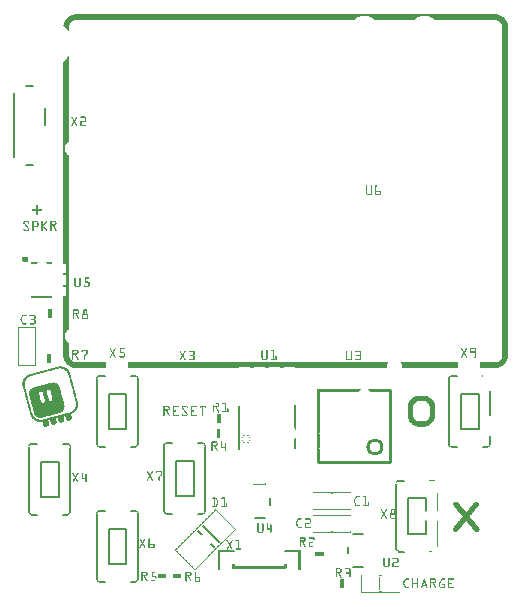
<source format=gto>
G04 MADE WITH FRITZING*
G04 WWW.FRITZING.ORG*
G04 DOUBLE SIDED*
G04 HOLES PLATED*
G04 CONTOUR ON CENTER OF CONTOUR VECTOR*
%ASAXBY*%
%FSLAX23Y23*%
%MOIN*%
%OFA0B0*%
%SFA1.0B1.0*%
%ADD10C,0.057338X0.0373904*%
%ADD11C,0.030000X0.026*%
%ADD12C,0.008000*%
%ADD13C,0.005000*%
%ADD14C,0.009974*%
%ADD15C,0.006000*%
%ADD16R,0.001000X0.001000*%
%LNSILK1*%
G90*
G70*
G54D10*
X1210Y498D03*
G54D11*
X778Y526D03*
G54D12*
X44Y1441D02*
X67Y1441D01*
D02*
X44Y1704D02*
X67Y1704D01*
D02*
X4Y1679D02*
X4Y1466D01*
D02*
X107Y1631D02*
X107Y1572D01*
D02*
X1134Y211D02*
X1167Y211D01*
D02*
X1167Y99D02*
X1134Y99D01*
D02*
X1119Y145D02*
X1119Y166D01*
G54D13*
D02*
X1280Y161D02*
X1280Y377D01*
D02*
X1306Y151D02*
X1290Y151D01*
D02*
X1306Y387D02*
X1290Y387D01*
D02*
X1320Y210D02*
X1320Y328D01*
D02*
X1379Y210D02*
X1320Y210D01*
D02*
X1379Y328D02*
X1320Y328D01*
D02*
X1455Y509D02*
X1455Y725D01*
D02*
X1583Y499D02*
X1568Y499D01*
D02*
X1481Y499D02*
X1465Y499D01*
D02*
X1481Y735D02*
X1465Y735D01*
D02*
X1495Y558D02*
X1495Y676D01*
D02*
X1554Y676D02*
X1554Y558D01*
D02*
X1554Y558D02*
X1495Y558D01*
D02*
X1554Y676D02*
X1495Y676D01*
D02*
X55Y284D02*
X55Y500D01*
D02*
X193Y496D02*
X193Y284D01*
D02*
X183Y274D02*
X168Y274D01*
D02*
X81Y274D02*
X65Y274D01*
D02*
X81Y510D02*
X65Y510D01*
D02*
X183Y510D02*
X168Y510D01*
D02*
X95Y333D02*
X95Y451D01*
D02*
X154Y451D02*
X154Y333D01*
D02*
X154Y333D02*
X95Y333D01*
D02*
X154Y451D02*
X95Y451D01*
D02*
X505Y286D02*
X505Y502D01*
D02*
X643Y498D02*
X643Y286D01*
D02*
X633Y276D02*
X618Y276D01*
D02*
X531Y276D02*
X515Y276D01*
D02*
X531Y512D02*
X515Y512D01*
D02*
X633Y512D02*
X618Y512D01*
D02*
X545Y335D02*
X545Y453D01*
D02*
X604Y453D02*
X604Y335D01*
D02*
X604Y335D02*
X545Y335D01*
D02*
X604Y453D02*
X545Y453D01*
D02*
X281Y60D02*
X281Y276D01*
D02*
X419Y272D02*
X419Y60D01*
D02*
X409Y50D02*
X394Y50D01*
D02*
X307Y50D02*
X291Y50D01*
D02*
X307Y286D02*
X291Y286D01*
D02*
X409Y286D02*
X394Y286D01*
D02*
X321Y109D02*
X321Y227D01*
D02*
X380Y227D02*
X380Y109D01*
D02*
X380Y109D02*
X321Y109D01*
D02*
X380Y227D02*
X321Y227D01*
D02*
X281Y510D02*
X281Y726D01*
D02*
X419Y722D02*
X419Y510D01*
D02*
X409Y500D02*
X394Y500D01*
D02*
X307Y500D02*
X291Y500D01*
D02*
X307Y736D02*
X291Y736D01*
D02*
X409Y736D02*
X394Y736D01*
D02*
X321Y559D02*
X321Y677D01*
D02*
X380Y677D02*
X380Y559D01*
D02*
X380Y559D02*
X321Y559D01*
D02*
X380Y677D02*
X321Y677D01*
G54D14*
D02*
X1020Y450D02*
X1257Y450D01*
D02*
X1257Y450D02*
X1257Y689D01*
G54D15*
D02*
X756Y636D02*
X756Y494D01*
G54D12*
D02*
X842Y262D02*
X809Y262D01*
D02*
X857Y328D02*
X857Y307D01*
G54D16*
X210Y1942D02*
X1612Y1942D01*
X205Y1941D02*
X1617Y1941D01*
X201Y1940D02*
X1621Y1940D01*
X198Y1939D02*
X1623Y1939D01*
X196Y1938D02*
X1626Y1938D01*
X194Y1937D02*
X1165Y1937D01*
X1182Y1937D02*
X1365Y1937D01*
X1382Y1937D02*
X1628Y1937D01*
X192Y1936D02*
X1160Y1936D01*
X1186Y1936D02*
X1360Y1936D01*
X1386Y1936D02*
X1630Y1936D01*
X190Y1935D02*
X1157Y1935D01*
X1189Y1935D02*
X1357Y1935D01*
X1389Y1935D02*
X1631Y1935D01*
X189Y1934D02*
X1155Y1934D01*
X1192Y1934D02*
X1355Y1934D01*
X1392Y1934D02*
X1633Y1934D01*
X187Y1933D02*
X1153Y1933D01*
X1194Y1933D02*
X1353Y1933D01*
X1394Y1933D02*
X1634Y1933D01*
X186Y1932D02*
X1151Y1932D01*
X1196Y1932D02*
X1351Y1932D01*
X1396Y1932D02*
X1636Y1932D01*
X185Y1931D02*
X1149Y1931D01*
X1197Y1931D02*
X1349Y1931D01*
X1397Y1931D02*
X1637Y1931D01*
X184Y1930D02*
X1148Y1930D01*
X1199Y1930D02*
X1348Y1930D01*
X1399Y1930D02*
X1638Y1930D01*
X183Y1929D02*
X1147Y1929D01*
X1200Y1929D02*
X1347Y1929D01*
X1400Y1929D02*
X1639Y1929D01*
X182Y1928D02*
X1145Y1928D01*
X1202Y1928D02*
X1345Y1928D01*
X1402Y1928D02*
X1640Y1928D01*
X181Y1927D02*
X1144Y1927D01*
X1203Y1927D02*
X1344Y1927D01*
X1403Y1927D02*
X1641Y1927D01*
X180Y1926D02*
X1143Y1926D01*
X1204Y1926D02*
X1343Y1926D01*
X1404Y1926D02*
X1642Y1926D01*
X179Y1925D02*
X1142Y1925D01*
X1205Y1925D02*
X1342Y1925D01*
X1405Y1925D02*
X1643Y1925D01*
X178Y1924D02*
X1141Y1924D01*
X1206Y1924D02*
X1341Y1924D01*
X1406Y1924D02*
X1643Y1924D01*
X178Y1923D02*
X1140Y1923D01*
X1207Y1923D02*
X1340Y1923D01*
X1407Y1923D02*
X1644Y1923D01*
X177Y1922D02*
X208Y1922D01*
X1614Y1922D02*
X1645Y1922D01*
X176Y1921D02*
X204Y1921D01*
X1617Y1921D02*
X1645Y1921D01*
X176Y1920D02*
X202Y1920D01*
X1619Y1920D02*
X1646Y1920D01*
X175Y1919D02*
X200Y1919D01*
X1621Y1919D02*
X1646Y1919D01*
X175Y1918D02*
X199Y1918D01*
X1623Y1918D02*
X1647Y1918D01*
X174Y1917D02*
X198Y1917D01*
X1624Y1917D02*
X1647Y1917D01*
X174Y1916D02*
X197Y1916D01*
X1625Y1916D02*
X1648Y1916D01*
X173Y1915D02*
X195Y1915D01*
X1626Y1915D02*
X1648Y1915D01*
X173Y1914D02*
X195Y1914D01*
X1627Y1914D02*
X1649Y1914D01*
X172Y1913D02*
X194Y1913D01*
X1628Y1913D02*
X1649Y1913D01*
X172Y1912D02*
X193Y1912D01*
X1629Y1912D02*
X1650Y1912D01*
X172Y1911D02*
X192Y1911D01*
X1630Y1911D02*
X1650Y1911D01*
X171Y1910D02*
X191Y1910D01*
X1630Y1910D02*
X1650Y1910D01*
X171Y1909D02*
X191Y1909D01*
X1631Y1909D02*
X1651Y1909D01*
X171Y1908D02*
X190Y1908D01*
X1631Y1908D02*
X1651Y1908D01*
X171Y1907D02*
X190Y1907D01*
X1632Y1907D02*
X1651Y1907D01*
X170Y1906D02*
X189Y1906D01*
X1632Y1906D02*
X1651Y1906D01*
X170Y1905D02*
X189Y1905D01*
X1633Y1905D02*
X1651Y1905D01*
X170Y1904D02*
X189Y1904D01*
X1633Y1904D02*
X1652Y1904D01*
X172Y1903D02*
X189Y1903D01*
X1633Y1903D02*
X1652Y1903D01*
X173Y1902D02*
X188Y1902D01*
X1633Y1902D02*
X1652Y1902D01*
X174Y1901D02*
X188Y1901D01*
X1633Y1901D02*
X1652Y1901D01*
X175Y1900D02*
X188Y1900D01*
X1633Y1900D02*
X1652Y1900D01*
X176Y1899D02*
X188Y1899D01*
X1633Y1899D02*
X1652Y1899D01*
X177Y1898D02*
X188Y1898D01*
X1634Y1898D02*
X1652Y1898D01*
X178Y1897D02*
X188Y1897D01*
X1634Y1897D02*
X1652Y1897D01*
X179Y1896D02*
X188Y1896D01*
X1634Y1896D02*
X1652Y1896D01*
X180Y1895D02*
X188Y1895D01*
X1634Y1895D02*
X1652Y1895D01*
X181Y1894D02*
X188Y1894D01*
X1634Y1894D02*
X1652Y1894D01*
X182Y1893D02*
X188Y1893D01*
X1634Y1893D02*
X1652Y1893D01*
X183Y1892D02*
X188Y1892D01*
X1634Y1892D02*
X1652Y1892D01*
X184Y1891D02*
X188Y1891D01*
X1634Y1891D02*
X1652Y1891D01*
X184Y1890D02*
X188Y1890D01*
X1634Y1890D02*
X1652Y1890D01*
X185Y1889D02*
X188Y1889D01*
X1634Y1889D02*
X1652Y1889D01*
X186Y1888D02*
X188Y1888D01*
X1634Y1888D02*
X1652Y1888D01*
X187Y1887D02*
X188Y1887D01*
X1634Y1887D02*
X1652Y1887D01*
X187Y1886D02*
X188Y1886D01*
X1634Y1886D02*
X1652Y1886D01*
X188Y1885D02*
X188Y1885D01*
X1634Y1885D02*
X1652Y1885D01*
X188Y1884D02*
X188Y1884D01*
X1634Y1884D02*
X1652Y1884D01*
X1634Y1883D02*
X1652Y1883D01*
X1634Y1882D02*
X1652Y1882D01*
X1634Y1881D02*
X1652Y1881D01*
X1634Y1880D02*
X1652Y1880D01*
X1634Y1879D02*
X1652Y1879D01*
X1634Y1878D02*
X1652Y1878D01*
X1634Y1877D02*
X1652Y1877D01*
X1634Y1876D02*
X1652Y1876D01*
X1634Y1875D02*
X1652Y1875D01*
X1634Y1874D02*
X1652Y1874D01*
X1634Y1873D02*
X1652Y1873D01*
X1634Y1872D02*
X1652Y1872D01*
X1634Y1871D02*
X1652Y1871D01*
X1634Y1870D02*
X1652Y1870D01*
X1634Y1869D02*
X1652Y1869D01*
X1634Y1868D02*
X1652Y1868D01*
X1634Y1867D02*
X1652Y1867D01*
X1634Y1866D02*
X1652Y1866D01*
X1634Y1865D02*
X1652Y1865D01*
X1634Y1864D02*
X1652Y1864D01*
X1634Y1863D02*
X1652Y1863D01*
X1634Y1862D02*
X1652Y1862D01*
X1634Y1861D02*
X1652Y1861D01*
X1634Y1860D02*
X1652Y1860D01*
X1634Y1859D02*
X1652Y1859D01*
X1634Y1858D02*
X1652Y1858D01*
X1634Y1857D02*
X1652Y1857D01*
X1634Y1856D02*
X1652Y1856D01*
X1634Y1855D02*
X1652Y1855D01*
X1634Y1854D02*
X1652Y1854D01*
X1634Y1853D02*
X1652Y1853D01*
X1634Y1852D02*
X1652Y1852D01*
X1634Y1851D02*
X1652Y1851D01*
X1634Y1850D02*
X1652Y1850D01*
X1634Y1849D02*
X1652Y1849D01*
X1634Y1848D02*
X1652Y1848D01*
X1634Y1847D02*
X1652Y1847D01*
X1634Y1846D02*
X1652Y1846D01*
X1634Y1845D02*
X1652Y1845D01*
X1634Y1844D02*
X1652Y1844D01*
X1634Y1843D02*
X1652Y1843D01*
X1634Y1842D02*
X1652Y1842D01*
X1634Y1841D02*
X1652Y1841D01*
X1634Y1840D02*
X1652Y1840D01*
X1634Y1839D02*
X1652Y1839D01*
X1634Y1838D02*
X1652Y1838D01*
X1634Y1837D02*
X1652Y1837D01*
X1634Y1836D02*
X1652Y1836D01*
X1634Y1835D02*
X1652Y1835D01*
X1634Y1834D02*
X1652Y1834D01*
X1634Y1833D02*
X1652Y1833D01*
X1634Y1832D02*
X1652Y1832D01*
X1634Y1831D02*
X1652Y1831D01*
X1634Y1830D02*
X1652Y1830D01*
X1634Y1829D02*
X1652Y1829D01*
X1634Y1828D02*
X1652Y1828D01*
X1634Y1827D02*
X1652Y1827D01*
X1634Y1826D02*
X1652Y1826D01*
X1634Y1825D02*
X1652Y1825D01*
X1634Y1824D02*
X1652Y1824D01*
X1634Y1823D02*
X1652Y1823D01*
X1634Y1822D02*
X1652Y1822D01*
X1634Y1821D02*
X1652Y1821D01*
X1634Y1820D02*
X1652Y1820D01*
X1634Y1819D02*
X1652Y1819D01*
X1634Y1818D02*
X1652Y1818D01*
X1634Y1817D02*
X1652Y1817D01*
X1634Y1816D02*
X1652Y1816D01*
X1634Y1815D02*
X1652Y1815D01*
X1634Y1814D02*
X1652Y1814D01*
X1634Y1813D02*
X1652Y1813D01*
X1634Y1812D02*
X1652Y1812D01*
X1634Y1811D02*
X1652Y1811D01*
X1634Y1810D02*
X1652Y1810D01*
X1634Y1809D02*
X1652Y1809D01*
X1634Y1808D02*
X1652Y1808D01*
X1634Y1807D02*
X1652Y1807D01*
X1634Y1806D02*
X1652Y1806D01*
X1634Y1805D02*
X1652Y1805D01*
X1634Y1804D02*
X1652Y1804D01*
X188Y1803D02*
X188Y1803D01*
X1634Y1803D02*
X1652Y1803D01*
X187Y1802D02*
X188Y1802D01*
X1634Y1802D02*
X1652Y1802D01*
X187Y1801D02*
X188Y1801D01*
X1634Y1801D02*
X1652Y1801D01*
X186Y1800D02*
X188Y1800D01*
X1634Y1800D02*
X1652Y1800D01*
X185Y1799D02*
X188Y1799D01*
X1634Y1799D02*
X1652Y1799D01*
X184Y1798D02*
X188Y1798D01*
X1634Y1798D02*
X1652Y1798D01*
X184Y1797D02*
X188Y1797D01*
X1634Y1797D02*
X1652Y1797D01*
X183Y1796D02*
X188Y1796D01*
X1634Y1796D02*
X1652Y1796D01*
X182Y1795D02*
X188Y1795D01*
X1634Y1795D02*
X1652Y1795D01*
X181Y1794D02*
X188Y1794D01*
X1634Y1794D02*
X1652Y1794D01*
X180Y1793D02*
X188Y1793D01*
X1634Y1793D02*
X1652Y1793D01*
X179Y1792D02*
X188Y1792D01*
X1634Y1792D02*
X1652Y1792D01*
X179Y1791D02*
X188Y1791D01*
X1634Y1791D02*
X1652Y1791D01*
X178Y1790D02*
X188Y1790D01*
X1634Y1790D02*
X1652Y1790D01*
X176Y1789D02*
X188Y1789D01*
X1634Y1789D02*
X1652Y1789D01*
X175Y1788D02*
X188Y1788D01*
X1634Y1788D02*
X1652Y1788D01*
X174Y1787D02*
X188Y1787D01*
X1634Y1787D02*
X1652Y1787D01*
X173Y1786D02*
X188Y1786D01*
X1634Y1786D02*
X1652Y1786D01*
X172Y1785D02*
X188Y1785D01*
X1634Y1785D02*
X1652Y1785D01*
X171Y1784D02*
X188Y1784D01*
X1634Y1784D02*
X1652Y1784D01*
X169Y1783D02*
X188Y1783D01*
X1634Y1783D02*
X1652Y1783D01*
X169Y1782D02*
X188Y1782D01*
X1634Y1782D02*
X1652Y1782D01*
X169Y1781D02*
X188Y1781D01*
X1634Y1781D02*
X1652Y1781D01*
X169Y1780D02*
X188Y1780D01*
X1634Y1780D02*
X1652Y1780D01*
X169Y1779D02*
X188Y1779D01*
X1634Y1779D02*
X1652Y1779D01*
X169Y1778D02*
X188Y1778D01*
X1634Y1778D02*
X1652Y1778D01*
X169Y1777D02*
X188Y1777D01*
X1634Y1777D02*
X1652Y1777D01*
X169Y1776D02*
X188Y1776D01*
X1634Y1776D02*
X1652Y1776D01*
X169Y1775D02*
X188Y1775D01*
X1634Y1775D02*
X1652Y1775D01*
X169Y1774D02*
X188Y1774D01*
X1634Y1774D02*
X1652Y1774D01*
X169Y1773D02*
X188Y1773D01*
X1634Y1773D02*
X1652Y1773D01*
X169Y1772D02*
X188Y1772D01*
X1634Y1772D02*
X1652Y1772D01*
X169Y1771D02*
X188Y1771D01*
X1634Y1771D02*
X1652Y1771D01*
X169Y1770D02*
X188Y1770D01*
X1634Y1770D02*
X1652Y1770D01*
X169Y1769D02*
X188Y1769D01*
X1634Y1769D02*
X1652Y1769D01*
X169Y1768D02*
X188Y1768D01*
X1634Y1768D02*
X1652Y1768D01*
X169Y1767D02*
X188Y1767D01*
X1634Y1767D02*
X1652Y1767D01*
X169Y1766D02*
X188Y1766D01*
X1634Y1766D02*
X1652Y1766D01*
X169Y1765D02*
X188Y1765D01*
X1634Y1765D02*
X1652Y1765D01*
X169Y1764D02*
X188Y1764D01*
X1634Y1764D02*
X1652Y1764D01*
X169Y1763D02*
X188Y1763D01*
X1634Y1763D02*
X1652Y1763D01*
X169Y1762D02*
X188Y1762D01*
X1634Y1762D02*
X1652Y1762D01*
X169Y1761D02*
X188Y1761D01*
X1634Y1761D02*
X1652Y1761D01*
X169Y1760D02*
X188Y1760D01*
X1634Y1760D02*
X1652Y1760D01*
X169Y1759D02*
X188Y1759D01*
X1634Y1759D02*
X1652Y1759D01*
X169Y1758D02*
X188Y1758D01*
X1634Y1758D02*
X1652Y1758D01*
X169Y1757D02*
X188Y1757D01*
X1634Y1757D02*
X1652Y1757D01*
X169Y1756D02*
X188Y1756D01*
X1634Y1756D02*
X1652Y1756D01*
X169Y1755D02*
X188Y1755D01*
X1634Y1755D02*
X1652Y1755D01*
X169Y1754D02*
X188Y1754D01*
X1634Y1754D02*
X1652Y1754D01*
X169Y1753D02*
X188Y1753D01*
X1634Y1753D02*
X1652Y1753D01*
X169Y1752D02*
X188Y1752D01*
X1634Y1752D02*
X1652Y1752D01*
X169Y1751D02*
X188Y1751D01*
X1634Y1751D02*
X1652Y1751D01*
X169Y1750D02*
X188Y1750D01*
X1634Y1750D02*
X1652Y1750D01*
X169Y1749D02*
X188Y1749D01*
X1634Y1749D02*
X1652Y1749D01*
X169Y1748D02*
X188Y1748D01*
X1634Y1748D02*
X1652Y1748D01*
X169Y1747D02*
X188Y1747D01*
X1634Y1747D02*
X1652Y1747D01*
X169Y1746D02*
X188Y1746D01*
X1634Y1746D02*
X1652Y1746D01*
X169Y1745D02*
X188Y1745D01*
X1634Y1745D02*
X1652Y1745D01*
X169Y1744D02*
X188Y1744D01*
X1634Y1744D02*
X1652Y1744D01*
X169Y1743D02*
X188Y1743D01*
X1634Y1743D02*
X1652Y1743D01*
X169Y1742D02*
X188Y1742D01*
X1634Y1742D02*
X1652Y1742D01*
X169Y1741D02*
X188Y1741D01*
X1634Y1741D02*
X1652Y1741D01*
X169Y1740D02*
X188Y1740D01*
X1634Y1740D02*
X1652Y1740D01*
X169Y1739D02*
X188Y1739D01*
X1634Y1739D02*
X1652Y1739D01*
X169Y1738D02*
X188Y1738D01*
X1634Y1738D02*
X1652Y1738D01*
X169Y1737D02*
X188Y1737D01*
X1634Y1737D02*
X1652Y1737D01*
X169Y1736D02*
X188Y1736D01*
X1634Y1736D02*
X1652Y1736D01*
X169Y1735D02*
X188Y1735D01*
X1634Y1735D02*
X1652Y1735D01*
X169Y1734D02*
X188Y1734D01*
X1634Y1734D02*
X1652Y1734D01*
X169Y1733D02*
X188Y1733D01*
X1634Y1733D02*
X1652Y1733D01*
X169Y1732D02*
X188Y1732D01*
X1634Y1732D02*
X1652Y1732D01*
X169Y1731D02*
X188Y1731D01*
X1634Y1731D02*
X1652Y1731D01*
X169Y1730D02*
X188Y1730D01*
X1634Y1730D02*
X1652Y1730D01*
X169Y1729D02*
X188Y1729D01*
X1634Y1729D02*
X1652Y1729D01*
X169Y1728D02*
X188Y1728D01*
X1634Y1728D02*
X1652Y1728D01*
X169Y1727D02*
X188Y1727D01*
X1634Y1727D02*
X1652Y1727D01*
X169Y1726D02*
X188Y1726D01*
X1634Y1726D02*
X1652Y1726D01*
X169Y1725D02*
X188Y1725D01*
X1634Y1725D02*
X1652Y1725D01*
X169Y1724D02*
X188Y1724D01*
X1634Y1724D02*
X1652Y1724D01*
X169Y1723D02*
X188Y1723D01*
X1634Y1723D02*
X1652Y1723D01*
X169Y1722D02*
X188Y1722D01*
X1634Y1722D02*
X1652Y1722D01*
X169Y1721D02*
X188Y1721D01*
X1634Y1721D02*
X1652Y1721D01*
X169Y1720D02*
X188Y1720D01*
X1634Y1720D02*
X1652Y1720D01*
X169Y1719D02*
X188Y1719D01*
X1634Y1719D02*
X1652Y1719D01*
X169Y1718D02*
X188Y1718D01*
X1634Y1718D02*
X1652Y1718D01*
X169Y1717D02*
X188Y1717D01*
X1634Y1717D02*
X1652Y1717D01*
X169Y1716D02*
X188Y1716D01*
X1634Y1716D02*
X1652Y1716D01*
X169Y1715D02*
X188Y1715D01*
X1634Y1715D02*
X1652Y1715D01*
X169Y1714D02*
X188Y1714D01*
X1634Y1714D02*
X1652Y1714D01*
X169Y1713D02*
X188Y1713D01*
X1634Y1713D02*
X1652Y1713D01*
X169Y1712D02*
X188Y1712D01*
X1634Y1712D02*
X1652Y1712D01*
X169Y1711D02*
X188Y1711D01*
X1634Y1711D02*
X1652Y1711D01*
X169Y1710D02*
X188Y1710D01*
X1634Y1710D02*
X1652Y1710D01*
X169Y1709D02*
X188Y1709D01*
X1634Y1709D02*
X1652Y1709D01*
X169Y1708D02*
X188Y1708D01*
X1634Y1708D02*
X1652Y1708D01*
X169Y1707D02*
X188Y1707D01*
X1634Y1707D02*
X1652Y1707D01*
X169Y1706D02*
X188Y1706D01*
X1634Y1706D02*
X1652Y1706D01*
X169Y1705D02*
X188Y1705D01*
X1634Y1705D02*
X1652Y1705D01*
X169Y1704D02*
X188Y1704D01*
X1634Y1704D02*
X1652Y1704D01*
X169Y1703D02*
X188Y1703D01*
X1634Y1703D02*
X1652Y1703D01*
X169Y1702D02*
X188Y1702D01*
X1634Y1702D02*
X1652Y1702D01*
X169Y1701D02*
X188Y1701D01*
X1634Y1701D02*
X1652Y1701D01*
X169Y1700D02*
X188Y1700D01*
X1634Y1700D02*
X1652Y1700D01*
X169Y1699D02*
X188Y1699D01*
X1634Y1699D02*
X1652Y1699D01*
X169Y1698D02*
X188Y1698D01*
X1634Y1698D02*
X1652Y1698D01*
X169Y1697D02*
X188Y1697D01*
X1634Y1697D02*
X1652Y1697D01*
X169Y1696D02*
X188Y1696D01*
X1634Y1696D02*
X1652Y1696D01*
X169Y1695D02*
X188Y1695D01*
X1634Y1695D02*
X1652Y1695D01*
X169Y1694D02*
X188Y1694D01*
X1634Y1694D02*
X1652Y1694D01*
X169Y1693D02*
X188Y1693D01*
X1634Y1693D02*
X1652Y1693D01*
X169Y1692D02*
X188Y1692D01*
X1634Y1692D02*
X1652Y1692D01*
X169Y1691D02*
X188Y1691D01*
X1634Y1691D02*
X1652Y1691D01*
X169Y1690D02*
X188Y1690D01*
X1634Y1690D02*
X1652Y1690D01*
X169Y1689D02*
X188Y1689D01*
X1634Y1689D02*
X1652Y1689D01*
X169Y1688D02*
X188Y1688D01*
X1634Y1688D02*
X1652Y1688D01*
X169Y1687D02*
X188Y1687D01*
X1634Y1687D02*
X1652Y1687D01*
X169Y1686D02*
X188Y1686D01*
X1634Y1686D02*
X1652Y1686D01*
X169Y1685D02*
X188Y1685D01*
X1634Y1685D02*
X1652Y1685D01*
X169Y1684D02*
X188Y1684D01*
X1634Y1684D02*
X1652Y1684D01*
X169Y1683D02*
X188Y1683D01*
X1634Y1683D02*
X1652Y1683D01*
X169Y1682D02*
X188Y1682D01*
X1634Y1682D02*
X1652Y1682D01*
X169Y1681D02*
X188Y1681D01*
X1634Y1681D02*
X1652Y1681D01*
X169Y1680D02*
X188Y1680D01*
X1634Y1680D02*
X1652Y1680D01*
X169Y1679D02*
X188Y1679D01*
X1634Y1679D02*
X1652Y1679D01*
X169Y1678D02*
X188Y1678D01*
X1634Y1678D02*
X1652Y1678D01*
X169Y1677D02*
X188Y1677D01*
X1634Y1677D02*
X1652Y1677D01*
X169Y1676D02*
X188Y1676D01*
X1634Y1676D02*
X1652Y1676D01*
X169Y1675D02*
X188Y1675D01*
X1634Y1675D02*
X1652Y1675D01*
X169Y1674D02*
X188Y1674D01*
X1634Y1674D02*
X1652Y1674D01*
X169Y1673D02*
X188Y1673D01*
X1634Y1673D02*
X1652Y1673D01*
X169Y1672D02*
X188Y1672D01*
X1634Y1672D02*
X1652Y1672D01*
X169Y1671D02*
X188Y1671D01*
X1634Y1671D02*
X1652Y1671D01*
X169Y1670D02*
X188Y1670D01*
X1634Y1670D02*
X1652Y1670D01*
X169Y1669D02*
X188Y1669D01*
X1634Y1669D02*
X1652Y1669D01*
X169Y1668D02*
X188Y1668D01*
X1634Y1668D02*
X1652Y1668D01*
X169Y1667D02*
X188Y1667D01*
X1634Y1667D02*
X1652Y1667D01*
X169Y1666D02*
X188Y1666D01*
X1634Y1666D02*
X1652Y1666D01*
X169Y1665D02*
X188Y1665D01*
X1634Y1665D02*
X1652Y1665D01*
X169Y1664D02*
X188Y1664D01*
X1634Y1664D02*
X1652Y1664D01*
X169Y1663D02*
X188Y1663D01*
X1634Y1663D02*
X1652Y1663D01*
X169Y1662D02*
X188Y1662D01*
X1634Y1662D02*
X1652Y1662D01*
X169Y1661D02*
X188Y1661D01*
X1634Y1661D02*
X1652Y1661D01*
X169Y1660D02*
X188Y1660D01*
X1634Y1660D02*
X1652Y1660D01*
X169Y1659D02*
X188Y1659D01*
X1634Y1659D02*
X1652Y1659D01*
X169Y1658D02*
X188Y1658D01*
X1634Y1658D02*
X1652Y1658D01*
X169Y1657D02*
X188Y1657D01*
X1634Y1657D02*
X1652Y1657D01*
X169Y1656D02*
X188Y1656D01*
X1634Y1656D02*
X1652Y1656D01*
X169Y1655D02*
X188Y1655D01*
X1634Y1655D02*
X1652Y1655D01*
X169Y1654D02*
X188Y1654D01*
X1634Y1654D02*
X1652Y1654D01*
X169Y1653D02*
X188Y1653D01*
X1634Y1653D02*
X1652Y1653D01*
X169Y1652D02*
X188Y1652D01*
X1634Y1652D02*
X1652Y1652D01*
X169Y1651D02*
X188Y1651D01*
X1634Y1651D02*
X1652Y1651D01*
X169Y1650D02*
X188Y1650D01*
X1634Y1650D02*
X1652Y1650D01*
X169Y1649D02*
X188Y1649D01*
X1634Y1649D02*
X1652Y1649D01*
X169Y1648D02*
X188Y1648D01*
X1634Y1648D02*
X1652Y1648D01*
X169Y1647D02*
X188Y1647D01*
X1634Y1647D02*
X1652Y1647D01*
X169Y1646D02*
X188Y1646D01*
X1634Y1646D02*
X1652Y1646D01*
X169Y1645D02*
X188Y1645D01*
X1634Y1645D02*
X1652Y1645D01*
X169Y1644D02*
X188Y1644D01*
X1634Y1644D02*
X1652Y1644D01*
X169Y1643D02*
X188Y1643D01*
X1634Y1643D02*
X1652Y1643D01*
X169Y1642D02*
X188Y1642D01*
X1634Y1642D02*
X1652Y1642D01*
X169Y1641D02*
X188Y1641D01*
X1634Y1641D02*
X1652Y1641D01*
X169Y1640D02*
X188Y1640D01*
X1634Y1640D02*
X1652Y1640D01*
X169Y1639D02*
X188Y1639D01*
X1634Y1639D02*
X1652Y1639D01*
X169Y1638D02*
X188Y1638D01*
X1634Y1638D02*
X1652Y1638D01*
X169Y1637D02*
X188Y1637D01*
X1634Y1637D02*
X1652Y1637D01*
X169Y1636D02*
X188Y1636D01*
X1634Y1636D02*
X1652Y1636D01*
X169Y1635D02*
X188Y1635D01*
X1634Y1635D02*
X1652Y1635D01*
X169Y1634D02*
X188Y1634D01*
X1634Y1634D02*
X1652Y1634D01*
X169Y1633D02*
X188Y1633D01*
X1634Y1633D02*
X1652Y1633D01*
X169Y1632D02*
X188Y1632D01*
X1634Y1632D02*
X1652Y1632D01*
X169Y1631D02*
X188Y1631D01*
X1634Y1631D02*
X1652Y1631D01*
X169Y1630D02*
X188Y1630D01*
X1634Y1630D02*
X1652Y1630D01*
X169Y1629D02*
X188Y1629D01*
X1634Y1629D02*
X1652Y1629D01*
X169Y1628D02*
X188Y1628D01*
X1634Y1628D02*
X1652Y1628D01*
X169Y1627D02*
X188Y1627D01*
X1634Y1627D02*
X1652Y1627D01*
X169Y1626D02*
X188Y1626D01*
X1634Y1626D02*
X1652Y1626D01*
X169Y1625D02*
X188Y1625D01*
X1634Y1625D02*
X1652Y1625D01*
X169Y1624D02*
X188Y1624D01*
X1634Y1624D02*
X1652Y1624D01*
X169Y1623D02*
X188Y1623D01*
X1634Y1623D02*
X1652Y1623D01*
X169Y1622D02*
X188Y1622D01*
X1634Y1622D02*
X1652Y1622D01*
X169Y1621D02*
X188Y1621D01*
X1634Y1621D02*
X1652Y1621D01*
X169Y1620D02*
X188Y1620D01*
X1634Y1620D02*
X1652Y1620D01*
X169Y1619D02*
X188Y1619D01*
X1634Y1619D02*
X1652Y1619D01*
X169Y1618D02*
X188Y1618D01*
X1634Y1618D02*
X1652Y1618D01*
X169Y1617D02*
X188Y1617D01*
X1634Y1617D02*
X1652Y1617D01*
X169Y1616D02*
X188Y1616D01*
X1634Y1616D02*
X1652Y1616D01*
X169Y1615D02*
X188Y1615D01*
X1634Y1615D02*
X1652Y1615D01*
X169Y1614D02*
X188Y1614D01*
X1634Y1614D02*
X1652Y1614D01*
X169Y1613D02*
X188Y1613D01*
X1634Y1613D02*
X1652Y1613D01*
X169Y1612D02*
X188Y1612D01*
X1634Y1612D02*
X1652Y1612D01*
X169Y1611D02*
X188Y1611D01*
X1634Y1611D02*
X1652Y1611D01*
X169Y1610D02*
X188Y1610D01*
X1634Y1610D02*
X1652Y1610D01*
X169Y1609D02*
X188Y1609D01*
X1634Y1609D02*
X1652Y1609D01*
X169Y1608D02*
X188Y1608D01*
X1634Y1608D02*
X1652Y1608D01*
X169Y1607D02*
X188Y1607D01*
X1634Y1607D02*
X1652Y1607D01*
X169Y1606D02*
X188Y1606D01*
X1634Y1606D02*
X1652Y1606D01*
X169Y1605D02*
X188Y1605D01*
X1634Y1605D02*
X1652Y1605D01*
X169Y1604D02*
X188Y1604D01*
X1634Y1604D02*
X1652Y1604D01*
X169Y1603D02*
X188Y1603D01*
X1634Y1603D02*
X1652Y1603D01*
X169Y1602D02*
X188Y1602D01*
X1634Y1602D02*
X1652Y1602D01*
X169Y1601D02*
X188Y1601D01*
X229Y1601D02*
X242Y1601D01*
X1634Y1601D02*
X1652Y1601D01*
X169Y1600D02*
X188Y1600D01*
X197Y1600D02*
X199Y1600D01*
X213Y1600D02*
X216Y1600D01*
X227Y1600D02*
X245Y1600D01*
X1634Y1600D02*
X1652Y1600D01*
X169Y1599D02*
X188Y1599D01*
X197Y1599D02*
X200Y1599D01*
X213Y1599D02*
X216Y1599D01*
X227Y1599D02*
X246Y1599D01*
X1634Y1599D02*
X1652Y1599D01*
X169Y1598D02*
X188Y1598D01*
X197Y1598D02*
X201Y1598D01*
X212Y1598D02*
X216Y1598D01*
X227Y1598D02*
X246Y1598D01*
X1634Y1598D02*
X1652Y1598D01*
X169Y1597D02*
X188Y1597D01*
X197Y1597D02*
X201Y1597D01*
X212Y1597D02*
X215Y1597D01*
X228Y1597D02*
X246Y1597D01*
X1634Y1597D02*
X1652Y1597D01*
X169Y1596D02*
X188Y1596D01*
X198Y1596D02*
X202Y1596D01*
X211Y1596D02*
X215Y1596D01*
X243Y1596D02*
X246Y1596D01*
X1634Y1596D02*
X1652Y1596D01*
X169Y1595D02*
X188Y1595D01*
X198Y1595D02*
X202Y1595D01*
X210Y1595D02*
X214Y1595D01*
X243Y1595D02*
X246Y1595D01*
X1634Y1595D02*
X1652Y1595D01*
X169Y1594D02*
X188Y1594D01*
X199Y1594D02*
X203Y1594D01*
X210Y1594D02*
X214Y1594D01*
X243Y1594D02*
X246Y1594D01*
X1634Y1594D02*
X1652Y1594D01*
X169Y1593D02*
X188Y1593D01*
X200Y1593D02*
X204Y1593D01*
X209Y1593D02*
X213Y1593D01*
X243Y1593D02*
X246Y1593D01*
X1634Y1593D02*
X1652Y1593D01*
X169Y1592D02*
X188Y1592D01*
X200Y1592D02*
X204Y1592D01*
X209Y1592D02*
X213Y1592D01*
X243Y1592D02*
X246Y1592D01*
X1634Y1592D02*
X1652Y1592D01*
X169Y1591D02*
X188Y1591D01*
X201Y1591D02*
X205Y1591D01*
X208Y1591D02*
X212Y1591D01*
X243Y1591D02*
X246Y1591D01*
X1634Y1591D02*
X1652Y1591D01*
X169Y1590D02*
X188Y1590D01*
X201Y1590D02*
X205Y1590D01*
X207Y1590D02*
X211Y1590D01*
X243Y1590D02*
X246Y1590D01*
X1634Y1590D02*
X1652Y1590D01*
X169Y1589D02*
X188Y1589D01*
X202Y1589D02*
X211Y1589D01*
X243Y1589D02*
X246Y1589D01*
X1634Y1589D02*
X1652Y1589D01*
X169Y1588D02*
X188Y1588D01*
X203Y1588D02*
X210Y1588D01*
X243Y1588D02*
X246Y1588D01*
X1634Y1588D02*
X1652Y1588D01*
X169Y1587D02*
X188Y1587D01*
X203Y1587D02*
X210Y1587D01*
X243Y1587D02*
X246Y1587D01*
X1634Y1587D02*
X1652Y1587D01*
X169Y1586D02*
X188Y1586D01*
X204Y1586D02*
X209Y1586D01*
X228Y1586D02*
X246Y1586D01*
X1634Y1586D02*
X1652Y1586D01*
X169Y1585D02*
X188Y1585D01*
X204Y1585D02*
X209Y1585D01*
X227Y1585D02*
X246Y1585D01*
X1634Y1585D02*
X1652Y1585D01*
X169Y1584D02*
X188Y1584D01*
X204Y1584D02*
X209Y1584D01*
X227Y1584D02*
X245Y1584D01*
X1634Y1584D02*
X1652Y1584D01*
X169Y1583D02*
X188Y1583D01*
X203Y1583D02*
X209Y1583D01*
X227Y1583D02*
X244Y1583D01*
X1634Y1583D02*
X1652Y1583D01*
X169Y1582D02*
X188Y1582D01*
X203Y1582D02*
X210Y1582D01*
X227Y1582D02*
X230Y1582D01*
X1634Y1582D02*
X1652Y1582D01*
X169Y1581D02*
X188Y1581D01*
X202Y1581D02*
X211Y1581D01*
X227Y1581D02*
X230Y1581D01*
X1634Y1581D02*
X1652Y1581D01*
X169Y1580D02*
X188Y1580D01*
X202Y1580D02*
X211Y1580D01*
X227Y1580D02*
X230Y1580D01*
X1634Y1580D02*
X1652Y1580D01*
X169Y1579D02*
X188Y1579D01*
X201Y1579D02*
X205Y1579D01*
X208Y1579D02*
X212Y1579D01*
X227Y1579D02*
X230Y1579D01*
X1634Y1579D02*
X1652Y1579D01*
X169Y1578D02*
X188Y1578D01*
X200Y1578D02*
X204Y1578D01*
X208Y1578D02*
X212Y1578D01*
X227Y1578D02*
X230Y1578D01*
X1634Y1578D02*
X1652Y1578D01*
X169Y1577D02*
X188Y1577D01*
X200Y1577D02*
X204Y1577D01*
X209Y1577D02*
X213Y1577D01*
X227Y1577D02*
X230Y1577D01*
X1634Y1577D02*
X1652Y1577D01*
X169Y1576D02*
X188Y1576D01*
X199Y1576D02*
X203Y1576D01*
X210Y1576D02*
X213Y1576D01*
X227Y1576D02*
X230Y1576D01*
X1634Y1576D02*
X1652Y1576D01*
X169Y1575D02*
X188Y1575D01*
X199Y1575D02*
X203Y1575D01*
X210Y1575D02*
X214Y1575D01*
X227Y1575D02*
X230Y1575D01*
X1634Y1575D02*
X1652Y1575D01*
X169Y1574D02*
X188Y1574D01*
X198Y1574D02*
X202Y1574D01*
X211Y1574D02*
X215Y1574D01*
X227Y1574D02*
X230Y1574D01*
X1634Y1574D02*
X1652Y1574D01*
X169Y1573D02*
X188Y1573D01*
X198Y1573D02*
X201Y1573D01*
X211Y1573D02*
X215Y1573D01*
X227Y1573D02*
X230Y1573D01*
X1634Y1573D02*
X1652Y1573D01*
X169Y1572D02*
X188Y1572D01*
X197Y1572D02*
X201Y1572D01*
X212Y1572D02*
X216Y1572D01*
X227Y1572D02*
X246Y1572D01*
X1634Y1572D02*
X1652Y1572D01*
X169Y1571D02*
X188Y1571D01*
X197Y1571D02*
X200Y1571D01*
X213Y1571D02*
X216Y1571D01*
X227Y1571D02*
X246Y1571D01*
X1634Y1571D02*
X1652Y1571D01*
X169Y1570D02*
X188Y1570D01*
X197Y1570D02*
X200Y1570D01*
X213Y1570D02*
X216Y1570D01*
X227Y1570D02*
X246Y1570D01*
X1634Y1570D02*
X1652Y1570D01*
X169Y1569D02*
X188Y1569D01*
X197Y1569D02*
X199Y1569D01*
X214Y1569D02*
X215Y1569D01*
X227Y1569D02*
X246Y1569D01*
X1634Y1569D02*
X1652Y1569D01*
X169Y1568D02*
X188Y1568D01*
X1634Y1568D02*
X1652Y1568D01*
X169Y1567D02*
X188Y1567D01*
X1634Y1567D02*
X1652Y1567D01*
X169Y1566D02*
X188Y1566D01*
X1634Y1566D02*
X1652Y1566D01*
X169Y1565D02*
X188Y1565D01*
X1634Y1565D02*
X1652Y1565D01*
X169Y1564D02*
X188Y1564D01*
X1634Y1564D02*
X1652Y1564D01*
X169Y1563D02*
X188Y1563D01*
X1634Y1563D02*
X1652Y1563D01*
X169Y1562D02*
X188Y1562D01*
X1634Y1562D02*
X1652Y1562D01*
X169Y1561D02*
X188Y1561D01*
X1634Y1561D02*
X1652Y1561D01*
X169Y1560D02*
X188Y1560D01*
X1634Y1560D02*
X1652Y1560D01*
X169Y1559D02*
X188Y1559D01*
X1634Y1559D02*
X1652Y1559D01*
X169Y1558D02*
X188Y1558D01*
X1634Y1558D02*
X1652Y1558D01*
X169Y1557D02*
X188Y1557D01*
X1634Y1557D02*
X1652Y1557D01*
X169Y1556D02*
X188Y1556D01*
X1634Y1556D02*
X1652Y1556D01*
X169Y1555D02*
X188Y1555D01*
X1634Y1555D02*
X1652Y1555D01*
X169Y1554D02*
X188Y1554D01*
X1634Y1554D02*
X1652Y1554D01*
X169Y1553D02*
X188Y1553D01*
X1634Y1553D02*
X1652Y1553D01*
X169Y1552D02*
X188Y1552D01*
X1634Y1552D02*
X1652Y1552D01*
X169Y1551D02*
X188Y1551D01*
X1634Y1551D02*
X1652Y1551D01*
X169Y1550D02*
X188Y1550D01*
X1634Y1550D02*
X1652Y1550D01*
X169Y1549D02*
X188Y1549D01*
X1634Y1549D02*
X1652Y1549D01*
X169Y1548D02*
X188Y1548D01*
X1634Y1548D02*
X1652Y1548D01*
X169Y1547D02*
X188Y1547D01*
X1634Y1547D02*
X1652Y1547D01*
X169Y1546D02*
X188Y1546D01*
X1634Y1546D02*
X1652Y1546D01*
X169Y1545D02*
X188Y1545D01*
X1634Y1545D02*
X1652Y1545D01*
X169Y1544D02*
X188Y1544D01*
X1634Y1544D02*
X1652Y1544D01*
X169Y1543D02*
X188Y1543D01*
X1634Y1543D02*
X1652Y1543D01*
X169Y1542D02*
X188Y1542D01*
X1634Y1542D02*
X1652Y1542D01*
X169Y1541D02*
X188Y1541D01*
X1634Y1541D02*
X1652Y1541D01*
X169Y1540D02*
X188Y1540D01*
X1634Y1540D02*
X1652Y1540D01*
X169Y1539D02*
X188Y1539D01*
X1634Y1539D02*
X1652Y1539D01*
X169Y1538D02*
X188Y1538D01*
X1634Y1538D02*
X1652Y1538D01*
X169Y1537D02*
X188Y1537D01*
X1634Y1537D02*
X1652Y1537D01*
X169Y1536D02*
X188Y1536D01*
X1634Y1536D02*
X1652Y1536D01*
X169Y1535D02*
X188Y1535D01*
X1634Y1535D02*
X1652Y1535D01*
X169Y1534D02*
X188Y1534D01*
X1634Y1534D02*
X1652Y1534D01*
X169Y1533D02*
X188Y1533D01*
X1634Y1533D02*
X1652Y1533D01*
X169Y1532D02*
X188Y1532D01*
X1634Y1532D02*
X1652Y1532D01*
X169Y1531D02*
X188Y1531D01*
X1634Y1531D02*
X1652Y1531D01*
X169Y1530D02*
X188Y1530D01*
X1634Y1530D02*
X1652Y1530D01*
X169Y1529D02*
X188Y1529D01*
X1634Y1529D02*
X1652Y1529D01*
X169Y1528D02*
X188Y1528D01*
X1634Y1528D02*
X1652Y1528D01*
X169Y1527D02*
X188Y1527D01*
X1634Y1527D02*
X1652Y1527D01*
X169Y1526D02*
X188Y1526D01*
X1634Y1526D02*
X1652Y1526D01*
X169Y1525D02*
X188Y1525D01*
X1634Y1525D02*
X1652Y1525D01*
X169Y1524D02*
X188Y1524D01*
X1634Y1524D02*
X1652Y1524D01*
X169Y1523D02*
X188Y1523D01*
X1634Y1523D02*
X1652Y1523D01*
X169Y1522D02*
X188Y1522D01*
X1634Y1522D02*
X1652Y1522D01*
X169Y1521D02*
X188Y1521D01*
X1634Y1521D02*
X1652Y1521D01*
X169Y1520D02*
X188Y1520D01*
X1634Y1520D02*
X1652Y1520D01*
X169Y1519D02*
X188Y1519D01*
X1634Y1519D02*
X1652Y1519D01*
X169Y1518D02*
X188Y1518D01*
X1634Y1518D02*
X1652Y1518D01*
X169Y1517D02*
X188Y1517D01*
X1634Y1517D02*
X1652Y1517D01*
X169Y1516D02*
X188Y1516D01*
X1634Y1516D02*
X1652Y1516D01*
X169Y1515D02*
X186Y1515D01*
X1634Y1515D02*
X1652Y1515D01*
X169Y1514D02*
X184Y1514D01*
X1634Y1514D02*
X1652Y1514D01*
X169Y1513D02*
X183Y1513D01*
X1634Y1513D02*
X1652Y1513D01*
X169Y1512D02*
X181Y1512D01*
X1634Y1512D02*
X1652Y1512D01*
X169Y1511D02*
X180Y1511D01*
X1634Y1511D02*
X1652Y1511D01*
X169Y1510D02*
X180Y1510D01*
X1634Y1510D02*
X1652Y1510D01*
X169Y1509D02*
X179Y1509D01*
X1634Y1509D02*
X1652Y1509D01*
X169Y1508D02*
X178Y1508D01*
X1634Y1508D02*
X1652Y1508D01*
X169Y1507D02*
X178Y1507D01*
X1634Y1507D02*
X1652Y1507D01*
X169Y1506D02*
X177Y1506D01*
X1634Y1506D02*
X1652Y1506D01*
X169Y1505D02*
X176Y1505D01*
X1634Y1505D02*
X1652Y1505D01*
X169Y1504D02*
X176Y1504D01*
X1634Y1504D02*
X1652Y1504D01*
X169Y1503D02*
X176Y1503D01*
X1634Y1503D02*
X1652Y1503D01*
X169Y1502D02*
X175Y1502D01*
X1634Y1502D02*
X1652Y1502D01*
X169Y1501D02*
X175Y1501D01*
X1634Y1501D02*
X1652Y1501D01*
X169Y1500D02*
X175Y1500D01*
X1634Y1500D02*
X1652Y1500D01*
X169Y1499D02*
X174Y1499D01*
X1634Y1499D02*
X1652Y1499D01*
X169Y1498D02*
X174Y1498D01*
X1634Y1498D02*
X1652Y1498D01*
X169Y1497D02*
X174Y1497D01*
X1634Y1497D02*
X1652Y1497D01*
X169Y1496D02*
X174Y1496D01*
X1634Y1496D02*
X1652Y1496D01*
X169Y1495D02*
X174Y1495D01*
X1634Y1495D02*
X1652Y1495D01*
X169Y1494D02*
X174Y1494D01*
X1634Y1494D02*
X1652Y1494D01*
X169Y1493D02*
X174Y1493D01*
X1634Y1493D02*
X1652Y1493D01*
X169Y1492D02*
X174Y1492D01*
X1634Y1492D02*
X1652Y1492D01*
X169Y1491D02*
X174Y1491D01*
X1634Y1491D02*
X1652Y1491D01*
X169Y1490D02*
X174Y1490D01*
X1634Y1490D02*
X1652Y1490D01*
X169Y1489D02*
X174Y1489D01*
X1634Y1489D02*
X1652Y1489D01*
X169Y1488D02*
X175Y1488D01*
X1634Y1488D02*
X1652Y1488D01*
X169Y1487D02*
X175Y1487D01*
X1634Y1487D02*
X1652Y1487D01*
X169Y1486D02*
X175Y1486D01*
X1634Y1486D02*
X1652Y1486D01*
X169Y1485D02*
X176Y1485D01*
X1634Y1485D02*
X1652Y1485D01*
X169Y1484D02*
X176Y1484D01*
X1634Y1484D02*
X1652Y1484D01*
X169Y1483D02*
X176Y1483D01*
X1634Y1483D02*
X1652Y1483D01*
X169Y1482D02*
X177Y1482D01*
X1634Y1482D02*
X1652Y1482D01*
X169Y1481D02*
X178Y1481D01*
X1634Y1481D02*
X1652Y1481D01*
X169Y1480D02*
X178Y1480D01*
X1634Y1480D02*
X1652Y1480D01*
X169Y1479D02*
X179Y1479D01*
X1634Y1479D02*
X1652Y1479D01*
X169Y1478D02*
X180Y1478D01*
X1634Y1478D02*
X1652Y1478D01*
X169Y1477D02*
X180Y1477D01*
X1634Y1477D02*
X1652Y1477D01*
X169Y1476D02*
X181Y1476D01*
X1634Y1476D02*
X1652Y1476D01*
X169Y1475D02*
X183Y1475D01*
X1634Y1475D02*
X1652Y1475D01*
X169Y1474D02*
X184Y1474D01*
X1634Y1474D02*
X1652Y1474D01*
X169Y1473D02*
X186Y1473D01*
X1634Y1473D02*
X1652Y1473D01*
X169Y1472D02*
X188Y1472D01*
X1634Y1472D02*
X1652Y1472D01*
X169Y1471D02*
X188Y1471D01*
X1634Y1471D02*
X1652Y1471D01*
X169Y1470D02*
X188Y1470D01*
X1634Y1470D02*
X1652Y1470D01*
X169Y1469D02*
X188Y1469D01*
X1634Y1469D02*
X1652Y1469D01*
X169Y1468D02*
X188Y1468D01*
X1634Y1468D02*
X1652Y1468D01*
X169Y1467D02*
X188Y1467D01*
X1634Y1467D02*
X1652Y1467D01*
X169Y1466D02*
X188Y1466D01*
X1634Y1466D02*
X1652Y1466D01*
X169Y1465D02*
X188Y1465D01*
X1634Y1465D02*
X1652Y1465D01*
X169Y1464D02*
X188Y1464D01*
X1634Y1464D02*
X1652Y1464D01*
X169Y1463D02*
X188Y1463D01*
X1634Y1463D02*
X1652Y1463D01*
X169Y1462D02*
X188Y1462D01*
X1634Y1462D02*
X1652Y1462D01*
X169Y1461D02*
X188Y1461D01*
X1634Y1461D02*
X1652Y1461D01*
X169Y1460D02*
X188Y1460D01*
X1634Y1460D02*
X1652Y1460D01*
X169Y1459D02*
X188Y1459D01*
X1634Y1459D02*
X1652Y1459D01*
X169Y1458D02*
X188Y1458D01*
X1634Y1458D02*
X1652Y1458D01*
X169Y1457D02*
X188Y1457D01*
X1634Y1457D02*
X1652Y1457D01*
X169Y1456D02*
X188Y1456D01*
X1634Y1456D02*
X1652Y1456D01*
X169Y1455D02*
X188Y1455D01*
X1634Y1455D02*
X1652Y1455D01*
X169Y1454D02*
X188Y1454D01*
X1634Y1454D02*
X1652Y1454D01*
X169Y1453D02*
X188Y1453D01*
X1634Y1453D02*
X1652Y1453D01*
X169Y1452D02*
X188Y1452D01*
X1634Y1452D02*
X1652Y1452D01*
X169Y1451D02*
X188Y1451D01*
X1634Y1451D02*
X1652Y1451D01*
X169Y1450D02*
X188Y1450D01*
X1634Y1450D02*
X1652Y1450D01*
X169Y1449D02*
X188Y1449D01*
X1634Y1449D02*
X1652Y1449D01*
X169Y1448D02*
X188Y1448D01*
X1634Y1448D02*
X1652Y1448D01*
X169Y1447D02*
X188Y1447D01*
X1634Y1447D02*
X1652Y1447D01*
X169Y1446D02*
X188Y1446D01*
X1634Y1446D02*
X1652Y1446D01*
X169Y1445D02*
X188Y1445D01*
X1634Y1445D02*
X1652Y1445D01*
X169Y1444D02*
X188Y1444D01*
X1634Y1444D02*
X1652Y1444D01*
X169Y1443D02*
X188Y1443D01*
X1634Y1443D02*
X1652Y1443D01*
X169Y1442D02*
X188Y1442D01*
X1634Y1442D02*
X1652Y1442D01*
X169Y1441D02*
X188Y1441D01*
X1634Y1441D02*
X1652Y1441D01*
X169Y1440D02*
X188Y1440D01*
X1634Y1440D02*
X1652Y1440D01*
X169Y1439D02*
X188Y1439D01*
X1634Y1439D02*
X1652Y1439D01*
X169Y1438D02*
X188Y1438D01*
X1634Y1438D02*
X1652Y1438D01*
X169Y1437D02*
X188Y1437D01*
X1634Y1437D02*
X1652Y1437D01*
X169Y1436D02*
X188Y1436D01*
X1634Y1436D02*
X1652Y1436D01*
X169Y1435D02*
X188Y1435D01*
X1634Y1435D02*
X1652Y1435D01*
X169Y1434D02*
X188Y1434D01*
X1634Y1434D02*
X1652Y1434D01*
X169Y1433D02*
X188Y1433D01*
X1634Y1433D02*
X1652Y1433D01*
X169Y1432D02*
X188Y1432D01*
X1634Y1432D02*
X1652Y1432D01*
X169Y1431D02*
X188Y1431D01*
X1634Y1431D02*
X1652Y1431D01*
X169Y1430D02*
X188Y1430D01*
X1634Y1430D02*
X1652Y1430D01*
X169Y1429D02*
X188Y1429D01*
X1634Y1429D02*
X1652Y1429D01*
X169Y1428D02*
X188Y1428D01*
X1634Y1428D02*
X1652Y1428D01*
X169Y1427D02*
X188Y1427D01*
X1634Y1427D02*
X1652Y1427D01*
X169Y1426D02*
X188Y1426D01*
X1634Y1426D02*
X1652Y1426D01*
X169Y1425D02*
X188Y1425D01*
X1634Y1425D02*
X1652Y1425D01*
X169Y1424D02*
X188Y1424D01*
X1634Y1424D02*
X1652Y1424D01*
X169Y1423D02*
X188Y1423D01*
X1634Y1423D02*
X1652Y1423D01*
X169Y1422D02*
X188Y1422D01*
X1634Y1422D02*
X1652Y1422D01*
X169Y1421D02*
X188Y1421D01*
X1634Y1421D02*
X1652Y1421D01*
X169Y1420D02*
X188Y1420D01*
X1634Y1420D02*
X1652Y1420D01*
X169Y1419D02*
X188Y1419D01*
X1634Y1419D02*
X1652Y1419D01*
X169Y1418D02*
X188Y1418D01*
X1634Y1418D02*
X1652Y1418D01*
X169Y1417D02*
X188Y1417D01*
X1634Y1417D02*
X1652Y1417D01*
X169Y1416D02*
X188Y1416D01*
X1634Y1416D02*
X1652Y1416D01*
X169Y1415D02*
X188Y1415D01*
X1634Y1415D02*
X1652Y1415D01*
X169Y1414D02*
X188Y1414D01*
X1634Y1414D02*
X1652Y1414D01*
X169Y1413D02*
X188Y1413D01*
X1634Y1413D02*
X1652Y1413D01*
X169Y1412D02*
X188Y1412D01*
X1634Y1412D02*
X1652Y1412D01*
X169Y1411D02*
X188Y1411D01*
X1634Y1411D02*
X1652Y1411D01*
X169Y1410D02*
X188Y1410D01*
X1634Y1410D02*
X1652Y1410D01*
X169Y1409D02*
X188Y1409D01*
X1634Y1409D02*
X1652Y1409D01*
X169Y1408D02*
X188Y1408D01*
X1634Y1408D02*
X1652Y1408D01*
X169Y1407D02*
X188Y1407D01*
X1634Y1407D02*
X1652Y1407D01*
X169Y1406D02*
X188Y1406D01*
X1634Y1406D02*
X1652Y1406D01*
X169Y1405D02*
X188Y1405D01*
X1634Y1405D02*
X1652Y1405D01*
X169Y1404D02*
X188Y1404D01*
X1634Y1404D02*
X1652Y1404D01*
X169Y1403D02*
X188Y1403D01*
X1634Y1403D02*
X1652Y1403D01*
X169Y1402D02*
X188Y1402D01*
X1634Y1402D02*
X1652Y1402D01*
X169Y1401D02*
X188Y1401D01*
X1634Y1401D02*
X1652Y1401D01*
X169Y1400D02*
X188Y1400D01*
X1634Y1400D02*
X1652Y1400D01*
X169Y1399D02*
X188Y1399D01*
X1634Y1399D02*
X1652Y1399D01*
X169Y1398D02*
X188Y1398D01*
X1634Y1398D02*
X1652Y1398D01*
X169Y1397D02*
X188Y1397D01*
X1634Y1397D02*
X1652Y1397D01*
X169Y1396D02*
X188Y1396D01*
X1634Y1396D02*
X1652Y1396D01*
X169Y1395D02*
X188Y1395D01*
X1634Y1395D02*
X1652Y1395D01*
X169Y1394D02*
X188Y1394D01*
X1634Y1394D02*
X1652Y1394D01*
X169Y1393D02*
X188Y1393D01*
X1634Y1393D02*
X1652Y1393D01*
X169Y1392D02*
X188Y1392D01*
X1634Y1392D02*
X1652Y1392D01*
X169Y1391D02*
X188Y1391D01*
X1634Y1391D02*
X1652Y1391D01*
X169Y1390D02*
X188Y1390D01*
X1634Y1390D02*
X1652Y1390D01*
X169Y1389D02*
X188Y1389D01*
X1634Y1389D02*
X1652Y1389D01*
X169Y1388D02*
X188Y1388D01*
X1634Y1388D02*
X1652Y1388D01*
X169Y1387D02*
X188Y1387D01*
X1634Y1387D02*
X1652Y1387D01*
X169Y1386D02*
X188Y1386D01*
X1634Y1386D02*
X1652Y1386D01*
X169Y1385D02*
X188Y1385D01*
X1634Y1385D02*
X1652Y1385D01*
X169Y1384D02*
X188Y1384D01*
X1634Y1384D02*
X1652Y1384D01*
X169Y1383D02*
X188Y1383D01*
X1634Y1383D02*
X1652Y1383D01*
X169Y1382D02*
X188Y1382D01*
X1634Y1382D02*
X1652Y1382D01*
X169Y1381D02*
X188Y1381D01*
X1634Y1381D02*
X1652Y1381D01*
X169Y1380D02*
X188Y1380D01*
X1634Y1380D02*
X1652Y1380D01*
X169Y1379D02*
X188Y1379D01*
X1634Y1379D02*
X1652Y1379D01*
X169Y1378D02*
X188Y1378D01*
X1634Y1378D02*
X1652Y1378D01*
X169Y1377D02*
X188Y1377D01*
X1634Y1377D02*
X1652Y1377D01*
X169Y1376D02*
X188Y1376D01*
X1634Y1376D02*
X1652Y1376D01*
X169Y1375D02*
X188Y1375D01*
X1634Y1375D02*
X1652Y1375D01*
X169Y1374D02*
X188Y1374D01*
X1634Y1374D02*
X1652Y1374D01*
X169Y1373D02*
X188Y1373D01*
X1634Y1373D02*
X1652Y1373D01*
X169Y1372D02*
X188Y1372D01*
X1634Y1372D02*
X1652Y1372D01*
X169Y1371D02*
X188Y1371D01*
X1180Y1371D02*
X1182Y1371D01*
X1196Y1371D02*
X1199Y1371D01*
X1210Y1371D02*
X1214Y1371D01*
X1634Y1371D02*
X1652Y1371D01*
X169Y1370D02*
X188Y1370D01*
X1179Y1370D02*
X1183Y1370D01*
X1196Y1370D02*
X1199Y1370D01*
X1210Y1370D02*
X1215Y1370D01*
X1634Y1370D02*
X1652Y1370D01*
X169Y1369D02*
X188Y1369D01*
X1179Y1369D02*
X1183Y1369D01*
X1196Y1369D02*
X1199Y1369D01*
X1209Y1369D02*
X1215Y1369D01*
X1634Y1369D02*
X1652Y1369D01*
X169Y1368D02*
X188Y1368D01*
X1179Y1368D02*
X1183Y1368D01*
X1196Y1368D02*
X1199Y1368D01*
X1209Y1368D02*
X1214Y1368D01*
X1634Y1368D02*
X1652Y1368D01*
X169Y1367D02*
X188Y1367D01*
X1179Y1367D02*
X1183Y1367D01*
X1196Y1367D02*
X1199Y1367D01*
X1209Y1367D02*
X1213Y1367D01*
X1634Y1367D02*
X1652Y1367D01*
X169Y1366D02*
X188Y1366D01*
X1179Y1366D02*
X1183Y1366D01*
X1196Y1366D02*
X1199Y1366D01*
X1209Y1366D02*
X1213Y1366D01*
X1634Y1366D02*
X1652Y1366D01*
X169Y1365D02*
X188Y1365D01*
X1179Y1365D02*
X1183Y1365D01*
X1196Y1365D02*
X1199Y1365D01*
X1209Y1365D02*
X1213Y1365D01*
X1634Y1365D02*
X1652Y1365D01*
X169Y1364D02*
X188Y1364D01*
X1179Y1364D02*
X1183Y1364D01*
X1196Y1364D02*
X1199Y1364D01*
X1209Y1364D02*
X1213Y1364D01*
X1634Y1364D02*
X1652Y1364D01*
X169Y1363D02*
X188Y1363D01*
X1179Y1363D02*
X1183Y1363D01*
X1196Y1363D02*
X1199Y1363D01*
X1209Y1363D02*
X1213Y1363D01*
X1634Y1363D02*
X1652Y1363D01*
X169Y1362D02*
X188Y1362D01*
X1179Y1362D02*
X1183Y1362D01*
X1196Y1362D02*
X1199Y1362D01*
X1209Y1362D02*
X1213Y1362D01*
X1634Y1362D02*
X1652Y1362D01*
X169Y1361D02*
X188Y1361D01*
X1179Y1361D02*
X1183Y1361D01*
X1196Y1361D02*
X1199Y1361D01*
X1209Y1361D02*
X1213Y1361D01*
X1634Y1361D02*
X1652Y1361D01*
X169Y1360D02*
X188Y1360D01*
X1179Y1360D02*
X1183Y1360D01*
X1196Y1360D02*
X1199Y1360D01*
X1209Y1360D02*
X1213Y1360D01*
X1634Y1360D02*
X1652Y1360D01*
X169Y1359D02*
X188Y1359D01*
X1179Y1359D02*
X1183Y1359D01*
X1196Y1359D02*
X1199Y1359D01*
X1209Y1359D02*
X1213Y1359D01*
X1634Y1359D02*
X1652Y1359D01*
X169Y1358D02*
X188Y1358D01*
X1179Y1358D02*
X1183Y1358D01*
X1196Y1358D02*
X1199Y1358D01*
X1209Y1358D02*
X1213Y1358D01*
X1634Y1358D02*
X1652Y1358D01*
X169Y1357D02*
X188Y1357D01*
X1179Y1357D02*
X1183Y1357D01*
X1196Y1357D02*
X1199Y1357D01*
X1209Y1357D02*
X1213Y1357D01*
X1634Y1357D02*
X1652Y1357D01*
X169Y1356D02*
X188Y1356D01*
X1179Y1356D02*
X1183Y1356D01*
X1196Y1356D02*
X1199Y1356D01*
X1209Y1356D02*
X1213Y1356D01*
X1634Y1356D02*
X1652Y1356D01*
X169Y1355D02*
X188Y1355D01*
X1179Y1355D02*
X1183Y1355D01*
X1196Y1355D02*
X1199Y1355D01*
X1209Y1355D02*
X1213Y1355D01*
X1634Y1355D02*
X1652Y1355D01*
X169Y1354D02*
X188Y1354D01*
X1179Y1354D02*
X1183Y1354D01*
X1196Y1354D02*
X1199Y1354D01*
X1209Y1354D02*
X1228Y1354D01*
X1634Y1354D02*
X1652Y1354D01*
X169Y1353D02*
X188Y1353D01*
X1179Y1353D02*
X1183Y1353D01*
X1196Y1353D02*
X1199Y1353D01*
X1209Y1353D02*
X1229Y1353D01*
X1634Y1353D02*
X1652Y1353D01*
X169Y1352D02*
X188Y1352D01*
X1179Y1352D02*
X1183Y1352D01*
X1196Y1352D02*
X1199Y1352D01*
X1209Y1352D02*
X1229Y1352D01*
X1634Y1352D02*
X1652Y1352D01*
X169Y1351D02*
X188Y1351D01*
X1179Y1351D02*
X1183Y1351D01*
X1196Y1351D02*
X1199Y1351D01*
X1209Y1351D02*
X1229Y1351D01*
X1634Y1351D02*
X1652Y1351D01*
X169Y1350D02*
X188Y1350D01*
X1179Y1350D02*
X1183Y1350D01*
X1196Y1350D02*
X1199Y1350D01*
X1209Y1350D02*
X1229Y1350D01*
X1634Y1350D02*
X1652Y1350D01*
X169Y1349D02*
X188Y1349D01*
X1179Y1349D02*
X1183Y1349D01*
X1196Y1349D02*
X1199Y1349D01*
X1209Y1349D02*
X1213Y1349D01*
X1226Y1349D02*
X1229Y1349D01*
X1634Y1349D02*
X1652Y1349D01*
X169Y1348D02*
X188Y1348D01*
X1179Y1348D02*
X1183Y1348D01*
X1196Y1348D02*
X1199Y1348D01*
X1209Y1348D02*
X1213Y1348D01*
X1226Y1348D02*
X1229Y1348D01*
X1634Y1348D02*
X1652Y1348D01*
X169Y1347D02*
X188Y1347D01*
X1179Y1347D02*
X1183Y1347D01*
X1196Y1347D02*
X1199Y1347D01*
X1209Y1347D02*
X1213Y1347D01*
X1226Y1347D02*
X1229Y1347D01*
X1634Y1347D02*
X1652Y1347D01*
X169Y1346D02*
X188Y1346D01*
X1179Y1346D02*
X1183Y1346D01*
X1196Y1346D02*
X1199Y1346D01*
X1209Y1346D02*
X1213Y1346D01*
X1226Y1346D02*
X1229Y1346D01*
X1634Y1346D02*
X1652Y1346D01*
X169Y1345D02*
X188Y1345D01*
X1179Y1345D02*
X1183Y1345D01*
X1196Y1345D02*
X1199Y1345D01*
X1209Y1345D02*
X1213Y1345D01*
X1226Y1345D02*
X1229Y1345D01*
X1634Y1345D02*
X1652Y1345D01*
X169Y1344D02*
X188Y1344D01*
X1180Y1344D02*
X1184Y1344D01*
X1195Y1344D02*
X1199Y1344D01*
X1209Y1344D02*
X1213Y1344D01*
X1226Y1344D02*
X1229Y1344D01*
X1634Y1344D02*
X1652Y1344D01*
X169Y1343D02*
X188Y1343D01*
X1180Y1343D02*
X1198Y1343D01*
X1209Y1343D02*
X1229Y1343D01*
X1634Y1343D02*
X1652Y1343D01*
X169Y1342D02*
X188Y1342D01*
X1181Y1342D02*
X1198Y1342D01*
X1209Y1342D02*
X1229Y1342D01*
X1634Y1342D02*
X1652Y1342D01*
X169Y1341D02*
X188Y1341D01*
X1182Y1341D02*
X1197Y1341D01*
X1210Y1341D02*
X1229Y1341D01*
X1634Y1341D02*
X1652Y1341D01*
X169Y1340D02*
X188Y1340D01*
X1183Y1340D02*
X1195Y1340D01*
X1210Y1340D02*
X1229Y1340D01*
X1634Y1340D02*
X1652Y1340D01*
X169Y1339D02*
X188Y1339D01*
X1634Y1339D02*
X1652Y1339D01*
X169Y1338D02*
X188Y1338D01*
X1634Y1338D02*
X1652Y1338D01*
X169Y1337D02*
X188Y1337D01*
X1634Y1337D02*
X1652Y1337D01*
X169Y1336D02*
X188Y1336D01*
X1634Y1336D02*
X1652Y1336D01*
X169Y1335D02*
X188Y1335D01*
X1634Y1335D02*
X1652Y1335D01*
X169Y1334D02*
X188Y1334D01*
X1634Y1334D02*
X1652Y1334D01*
X169Y1333D02*
X188Y1333D01*
X1634Y1333D02*
X1652Y1333D01*
X169Y1332D02*
X188Y1332D01*
X1634Y1332D02*
X1652Y1332D01*
X169Y1331D02*
X188Y1331D01*
X1634Y1331D02*
X1652Y1331D01*
X169Y1330D02*
X188Y1330D01*
X1634Y1330D02*
X1652Y1330D01*
X169Y1329D02*
X188Y1329D01*
X1634Y1329D02*
X1652Y1329D01*
X169Y1328D02*
X188Y1328D01*
X1634Y1328D02*
X1652Y1328D01*
X169Y1327D02*
X188Y1327D01*
X1634Y1327D02*
X1652Y1327D01*
X169Y1326D02*
X188Y1326D01*
X1634Y1326D02*
X1652Y1326D01*
X169Y1325D02*
X188Y1325D01*
X1634Y1325D02*
X1652Y1325D01*
X169Y1324D02*
X188Y1324D01*
X1634Y1324D02*
X1652Y1324D01*
X169Y1323D02*
X188Y1323D01*
X1634Y1323D02*
X1652Y1323D01*
X169Y1322D02*
X188Y1322D01*
X1634Y1322D02*
X1652Y1322D01*
X169Y1321D02*
X188Y1321D01*
X1634Y1321D02*
X1652Y1321D01*
X169Y1320D02*
X188Y1320D01*
X1634Y1320D02*
X1652Y1320D01*
X169Y1319D02*
X188Y1319D01*
X1634Y1319D02*
X1652Y1319D01*
X169Y1318D02*
X188Y1318D01*
X1634Y1318D02*
X1652Y1318D01*
X169Y1317D02*
X188Y1317D01*
X1634Y1317D02*
X1652Y1317D01*
X169Y1316D02*
X188Y1316D01*
X1634Y1316D02*
X1652Y1316D01*
X169Y1315D02*
X188Y1315D01*
X1634Y1315D02*
X1652Y1315D01*
X169Y1314D02*
X188Y1314D01*
X1634Y1314D02*
X1652Y1314D01*
X169Y1313D02*
X188Y1313D01*
X1634Y1313D02*
X1652Y1313D01*
X169Y1312D02*
X188Y1312D01*
X1634Y1312D02*
X1652Y1312D01*
X169Y1311D02*
X188Y1311D01*
X1634Y1311D02*
X1652Y1311D01*
X169Y1310D02*
X188Y1310D01*
X1634Y1310D02*
X1652Y1310D01*
X169Y1309D02*
X188Y1309D01*
X1634Y1309D02*
X1652Y1309D01*
X169Y1308D02*
X188Y1308D01*
X1634Y1308D02*
X1652Y1308D01*
X169Y1307D02*
X188Y1307D01*
X1634Y1307D02*
X1652Y1307D01*
X81Y1306D02*
X84Y1306D01*
X169Y1306D02*
X188Y1306D01*
X1634Y1306D02*
X1652Y1306D01*
X80Y1305D02*
X85Y1305D01*
X169Y1305D02*
X188Y1305D01*
X1634Y1305D02*
X1652Y1305D01*
X80Y1304D02*
X85Y1304D01*
X169Y1304D02*
X188Y1304D01*
X1634Y1304D02*
X1652Y1304D01*
X80Y1303D02*
X86Y1303D01*
X169Y1303D02*
X188Y1303D01*
X1634Y1303D02*
X1652Y1303D01*
X80Y1302D02*
X86Y1302D01*
X169Y1302D02*
X188Y1302D01*
X1634Y1302D02*
X1652Y1302D01*
X80Y1301D02*
X86Y1301D01*
X169Y1301D02*
X188Y1301D01*
X1634Y1301D02*
X1652Y1301D01*
X80Y1300D02*
X86Y1300D01*
X169Y1300D02*
X188Y1300D01*
X1634Y1300D02*
X1652Y1300D01*
X80Y1299D02*
X86Y1299D01*
X169Y1299D02*
X188Y1299D01*
X1634Y1299D02*
X1652Y1299D01*
X80Y1298D02*
X86Y1298D01*
X169Y1298D02*
X188Y1298D01*
X1634Y1298D02*
X1652Y1298D01*
X80Y1297D02*
X86Y1297D01*
X169Y1297D02*
X188Y1297D01*
X1634Y1297D02*
X1652Y1297D01*
X80Y1296D02*
X86Y1296D01*
X169Y1296D02*
X188Y1296D01*
X1634Y1296D02*
X1652Y1296D01*
X80Y1295D02*
X86Y1295D01*
X169Y1295D02*
X188Y1295D01*
X1634Y1295D02*
X1652Y1295D01*
X80Y1294D02*
X86Y1294D01*
X169Y1294D02*
X188Y1294D01*
X1634Y1294D02*
X1652Y1294D01*
X79Y1293D02*
X86Y1293D01*
X169Y1293D02*
X188Y1293D01*
X1634Y1293D02*
X1652Y1293D01*
X67Y1292D02*
X98Y1292D01*
X169Y1292D02*
X188Y1292D01*
X1634Y1292D02*
X1652Y1292D01*
X66Y1291D02*
X99Y1291D01*
X169Y1291D02*
X188Y1291D01*
X1634Y1291D02*
X1652Y1291D01*
X66Y1290D02*
X99Y1290D01*
X169Y1290D02*
X188Y1290D01*
X1634Y1290D02*
X1652Y1290D01*
X66Y1289D02*
X99Y1289D01*
X169Y1289D02*
X188Y1289D01*
X1634Y1289D02*
X1652Y1289D01*
X66Y1288D02*
X99Y1288D01*
X169Y1288D02*
X188Y1288D01*
X1634Y1288D02*
X1652Y1288D01*
X67Y1287D02*
X98Y1287D01*
X169Y1287D02*
X188Y1287D01*
X1634Y1287D02*
X1652Y1287D01*
X69Y1286D02*
X96Y1286D01*
X169Y1286D02*
X188Y1286D01*
X1634Y1286D02*
X1652Y1286D01*
X80Y1285D02*
X86Y1285D01*
X169Y1285D02*
X188Y1285D01*
X1634Y1285D02*
X1652Y1285D01*
X80Y1284D02*
X86Y1284D01*
X169Y1284D02*
X188Y1284D01*
X1634Y1284D02*
X1652Y1284D01*
X80Y1283D02*
X86Y1283D01*
X169Y1283D02*
X188Y1283D01*
X1634Y1283D02*
X1652Y1283D01*
X80Y1282D02*
X86Y1282D01*
X169Y1282D02*
X188Y1282D01*
X1634Y1282D02*
X1652Y1282D01*
X80Y1281D02*
X86Y1281D01*
X169Y1281D02*
X188Y1281D01*
X1634Y1281D02*
X1652Y1281D01*
X80Y1280D02*
X86Y1280D01*
X169Y1280D02*
X188Y1280D01*
X1634Y1280D02*
X1652Y1280D01*
X80Y1279D02*
X86Y1279D01*
X169Y1279D02*
X188Y1279D01*
X1634Y1279D02*
X1652Y1279D01*
X80Y1278D02*
X86Y1278D01*
X169Y1278D02*
X188Y1278D01*
X1634Y1278D02*
X1652Y1278D01*
X80Y1277D02*
X86Y1277D01*
X169Y1277D02*
X188Y1277D01*
X1634Y1277D02*
X1652Y1277D01*
X80Y1276D02*
X86Y1276D01*
X169Y1276D02*
X188Y1276D01*
X1634Y1276D02*
X1652Y1276D01*
X80Y1275D02*
X85Y1275D01*
X169Y1275D02*
X188Y1275D01*
X1634Y1275D02*
X1652Y1275D01*
X80Y1274D02*
X85Y1274D01*
X169Y1274D02*
X188Y1274D01*
X1634Y1274D02*
X1652Y1274D01*
X81Y1273D02*
X84Y1273D01*
X169Y1273D02*
X188Y1273D01*
X1634Y1273D02*
X1652Y1273D01*
X169Y1272D02*
X188Y1272D01*
X1634Y1272D02*
X1652Y1272D01*
X169Y1271D02*
X188Y1271D01*
X1634Y1271D02*
X1652Y1271D01*
X169Y1270D02*
X188Y1270D01*
X1634Y1270D02*
X1652Y1270D01*
X169Y1269D02*
X188Y1269D01*
X1634Y1269D02*
X1652Y1269D01*
X169Y1268D02*
X188Y1268D01*
X1634Y1268D02*
X1652Y1268D01*
X169Y1267D02*
X188Y1267D01*
X1634Y1267D02*
X1652Y1267D01*
X169Y1266D02*
X188Y1266D01*
X1634Y1266D02*
X1652Y1266D01*
X169Y1265D02*
X188Y1265D01*
X1634Y1265D02*
X1652Y1265D01*
X169Y1264D02*
X188Y1264D01*
X1634Y1264D02*
X1652Y1264D01*
X169Y1263D02*
X188Y1263D01*
X1634Y1263D02*
X1652Y1263D01*
X169Y1262D02*
X188Y1262D01*
X1634Y1262D02*
X1652Y1262D01*
X169Y1261D02*
X188Y1261D01*
X1634Y1261D02*
X1652Y1261D01*
X169Y1260D02*
X188Y1260D01*
X1634Y1260D02*
X1652Y1260D01*
X169Y1259D02*
X188Y1259D01*
X1634Y1259D02*
X1652Y1259D01*
X169Y1258D02*
X188Y1258D01*
X1634Y1258D02*
X1652Y1258D01*
X169Y1257D02*
X188Y1257D01*
X1634Y1257D02*
X1652Y1257D01*
X169Y1256D02*
X188Y1256D01*
X1634Y1256D02*
X1652Y1256D01*
X169Y1255D02*
X188Y1255D01*
X1634Y1255D02*
X1652Y1255D01*
X169Y1254D02*
X188Y1254D01*
X1634Y1254D02*
X1652Y1254D01*
X169Y1253D02*
X188Y1253D01*
X1634Y1253D02*
X1652Y1253D01*
X40Y1252D02*
X52Y1252D01*
X67Y1252D02*
X82Y1252D01*
X98Y1252D02*
X99Y1252D01*
X115Y1252D02*
X116Y1252D01*
X127Y1252D02*
X142Y1252D01*
X169Y1252D02*
X188Y1252D01*
X1634Y1252D02*
X1652Y1252D01*
X38Y1251D02*
X54Y1251D01*
X67Y1251D02*
X84Y1251D01*
X97Y1251D02*
X100Y1251D01*
X113Y1251D02*
X116Y1251D01*
X127Y1251D02*
X144Y1251D01*
X169Y1251D02*
X188Y1251D01*
X1634Y1251D02*
X1652Y1251D01*
X37Y1250D02*
X55Y1250D01*
X67Y1250D02*
X85Y1250D01*
X97Y1250D02*
X100Y1250D01*
X112Y1250D02*
X117Y1250D01*
X127Y1250D02*
X145Y1250D01*
X169Y1250D02*
X188Y1250D01*
X1634Y1250D02*
X1652Y1250D01*
X37Y1249D02*
X56Y1249D01*
X67Y1249D02*
X86Y1249D01*
X97Y1249D02*
X100Y1249D01*
X111Y1249D02*
X116Y1249D01*
X127Y1249D02*
X146Y1249D01*
X169Y1249D02*
X188Y1249D01*
X1634Y1249D02*
X1652Y1249D01*
X37Y1248D02*
X40Y1248D01*
X52Y1248D02*
X56Y1248D01*
X67Y1248D02*
X70Y1248D01*
X82Y1248D02*
X86Y1248D01*
X97Y1248D02*
X100Y1248D01*
X110Y1248D02*
X115Y1248D01*
X127Y1248D02*
X131Y1248D01*
X142Y1248D02*
X146Y1248D01*
X169Y1248D02*
X188Y1248D01*
X1634Y1248D02*
X1652Y1248D01*
X37Y1247D02*
X40Y1247D01*
X53Y1247D02*
X56Y1247D01*
X67Y1247D02*
X70Y1247D01*
X83Y1247D02*
X86Y1247D01*
X97Y1247D02*
X100Y1247D01*
X109Y1247D02*
X114Y1247D01*
X127Y1247D02*
X130Y1247D01*
X143Y1247D02*
X147Y1247D01*
X169Y1247D02*
X188Y1247D01*
X1634Y1247D02*
X1652Y1247D01*
X37Y1246D02*
X41Y1246D01*
X53Y1246D02*
X56Y1246D01*
X67Y1246D02*
X70Y1246D01*
X83Y1246D02*
X87Y1246D01*
X97Y1246D02*
X100Y1246D01*
X107Y1246D02*
X113Y1246D01*
X127Y1246D02*
X130Y1246D01*
X144Y1246D02*
X147Y1246D01*
X169Y1246D02*
X188Y1246D01*
X1634Y1246D02*
X1652Y1246D01*
X37Y1245D02*
X42Y1245D01*
X54Y1245D02*
X56Y1245D01*
X67Y1245D02*
X70Y1245D01*
X83Y1245D02*
X87Y1245D01*
X97Y1245D02*
X100Y1245D01*
X106Y1245D02*
X112Y1245D01*
X127Y1245D02*
X130Y1245D01*
X144Y1245D02*
X147Y1245D01*
X169Y1245D02*
X188Y1245D01*
X1634Y1245D02*
X1652Y1245D01*
X38Y1244D02*
X43Y1244D01*
X67Y1244D02*
X70Y1244D01*
X83Y1244D02*
X87Y1244D01*
X97Y1244D02*
X100Y1244D01*
X105Y1244D02*
X111Y1244D01*
X127Y1244D02*
X130Y1244D01*
X144Y1244D02*
X147Y1244D01*
X169Y1244D02*
X188Y1244D01*
X1634Y1244D02*
X1652Y1244D01*
X39Y1243D02*
X43Y1243D01*
X67Y1243D02*
X70Y1243D01*
X83Y1243D02*
X87Y1243D01*
X97Y1243D02*
X100Y1243D01*
X104Y1243D02*
X109Y1243D01*
X127Y1243D02*
X130Y1243D01*
X143Y1243D02*
X147Y1243D01*
X169Y1243D02*
X188Y1243D01*
X1634Y1243D02*
X1652Y1243D01*
X40Y1242D02*
X44Y1242D01*
X67Y1242D02*
X70Y1242D01*
X83Y1242D02*
X87Y1242D01*
X97Y1242D02*
X100Y1242D01*
X103Y1242D02*
X108Y1242D01*
X127Y1242D02*
X130Y1242D01*
X142Y1242D02*
X147Y1242D01*
X169Y1242D02*
X188Y1242D01*
X1634Y1242D02*
X1652Y1242D01*
X41Y1241D02*
X45Y1241D01*
X67Y1241D02*
X70Y1241D01*
X83Y1241D02*
X87Y1241D01*
X97Y1241D02*
X107Y1241D01*
X127Y1241D02*
X146Y1241D01*
X169Y1241D02*
X188Y1241D01*
X1634Y1241D02*
X1652Y1241D01*
X41Y1240D02*
X46Y1240D01*
X67Y1240D02*
X70Y1240D01*
X83Y1240D02*
X87Y1240D01*
X97Y1240D02*
X106Y1240D01*
X127Y1240D02*
X145Y1240D01*
X169Y1240D02*
X188Y1240D01*
X1634Y1240D02*
X1652Y1240D01*
X42Y1239D02*
X46Y1239D01*
X67Y1239D02*
X70Y1239D01*
X83Y1239D02*
X87Y1239D01*
X97Y1239D02*
X105Y1239D01*
X127Y1239D02*
X144Y1239D01*
X169Y1239D02*
X188Y1239D01*
X1634Y1239D02*
X1652Y1239D01*
X43Y1238D02*
X47Y1238D01*
X67Y1238D02*
X70Y1238D01*
X83Y1238D02*
X87Y1238D01*
X97Y1238D02*
X104Y1238D01*
X127Y1238D02*
X143Y1238D01*
X169Y1238D02*
X188Y1238D01*
X1634Y1238D02*
X1652Y1238D01*
X44Y1237D02*
X48Y1237D01*
X67Y1237D02*
X70Y1237D01*
X83Y1237D02*
X86Y1237D01*
X97Y1237D02*
X102Y1237D01*
X127Y1237D02*
X130Y1237D01*
X134Y1237D02*
X138Y1237D01*
X169Y1237D02*
X188Y1237D01*
X1634Y1237D02*
X1652Y1237D01*
X44Y1236D02*
X49Y1236D01*
X67Y1236D02*
X86Y1236D01*
X97Y1236D02*
X102Y1236D01*
X127Y1236D02*
X130Y1236D01*
X135Y1236D02*
X139Y1236D01*
X169Y1236D02*
X188Y1236D01*
X1634Y1236D02*
X1652Y1236D01*
X45Y1235D02*
X50Y1235D01*
X67Y1235D02*
X85Y1235D01*
X97Y1235D02*
X103Y1235D01*
X127Y1235D02*
X130Y1235D01*
X136Y1235D02*
X140Y1235D01*
X169Y1235D02*
X188Y1235D01*
X1634Y1235D02*
X1652Y1235D01*
X46Y1234D02*
X50Y1234D01*
X67Y1234D02*
X85Y1234D01*
X97Y1234D02*
X104Y1234D01*
X127Y1234D02*
X130Y1234D01*
X136Y1234D02*
X140Y1234D01*
X169Y1234D02*
X188Y1234D01*
X1634Y1234D02*
X1652Y1234D01*
X47Y1233D02*
X51Y1233D01*
X67Y1233D02*
X83Y1233D01*
X97Y1233D02*
X105Y1233D01*
X127Y1233D02*
X130Y1233D01*
X137Y1233D02*
X141Y1233D01*
X169Y1233D02*
X188Y1233D01*
X1634Y1233D02*
X1652Y1233D01*
X47Y1232D02*
X52Y1232D01*
X67Y1232D02*
X70Y1232D01*
X97Y1232D02*
X106Y1232D01*
X127Y1232D02*
X130Y1232D01*
X137Y1232D02*
X141Y1232D01*
X169Y1232D02*
X188Y1232D01*
X1634Y1232D02*
X1652Y1232D01*
X48Y1231D02*
X53Y1231D01*
X67Y1231D02*
X70Y1231D01*
X97Y1231D02*
X100Y1231D01*
X102Y1231D02*
X107Y1231D01*
X127Y1231D02*
X130Y1231D01*
X138Y1231D02*
X142Y1231D01*
X169Y1231D02*
X188Y1231D01*
X1634Y1231D02*
X1652Y1231D01*
X49Y1230D02*
X53Y1230D01*
X67Y1230D02*
X70Y1230D01*
X97Y1230D02*
X100Y1230D01*
X103Y1230D02*
X108Y1230D01*
X127Y1230D02*
X130Y1230D01*
X139Y1230D02*
X142Y1230D01*
X169Y1230D02*
X188Y1230D01*
X1634Y1230D02*
X1652Y1230D01*
X50Y1229D02*
X54Y1229D01*
X67Y1229D02*
X70Y1229D01*
X97Y1229D02*
X100Y1229D01*
X104Y1229D02*
X110Y1229D01*
X127Y1229D02*
X130Y1229D01*
X139Y1229D02*
X143Y1229D01*
X169Y1229D02*
X188Y1229D01*
X1634Y1229D02*
X1652Y1229D01*
X51Y1228D02*
X55Y1228D01*
X67Y1228D02*
X70Y1228D01*
X97Y1228D02*
X100Y1228D01*
X105Y1228D02*
X111Y1228D01*
X127Y1228D02*
X130Y1228D01*
X140Y1228D02*
X144Y1228D01*
X169Y1228D02*
X188Y1228D01*
X1634Y1228D02*
X1652Y1228D01*
X37Y1227D02*
X39Y1227D01*
X51Y1227D02*
X56Y1227D01*
X67Y1227D02*
X70Y1227D01*
X97Y1227D02*
X100Y1227D01*
X106Y1227D02*
X112Y1227D01*
X127Y1227D02*
X130Y1227D01*
X140Y1227D02*
X144Y1227D01*
X169Y1227D02*
X188Y1227D01*
X1634Y1227D02*
X1652Y1227D01*
X37Y1226D02*
X40Y1226D01*
X52Y1226D02*
X56Y1226D01*
X67Y1226D02*
X70Y1226D01*
X97Y1226D02*
X100Y1226D01*
X108Y1226D02*
X113Y1226D01*
X127Y1226D02*
X130Y1226D01*
X141Y1226D02*
X145Y1226D01*
X169Y1226D02*
X188Y1226D01*
X1634Y1226D02*
X1652Y1226D01*
X37Y1225D02*
X40Y1225D01*
X53Y1225D02*
X56Y1225D01*
X67Y1225D02*
X70Y1225D01*
X97Y1225D02*
X100Y1225D01*
X109Y1225D02*
X114Y1225D01*
X127Y1225D02*
X130Y1225D01*
X141Y1225D02*
X145Y1225D01*
X169Y1225D02*
X188Y1225D01*
X1634Y1225D02*
X1652Y1225D01*
X37Y1224D02*
X56Y1224D01*
X67Y1224D02*
X70Y1224D01*
X97Y1224D02*
X100Y1224D01*
X110Y1224D02*
X115Y1224D01*
X127Y1224D02*
X130Y1224D01*
X142Y1224D02*
X146Y1224D01*
X169Y1224D02*
X188Y1224D01*
X1634Y1224D02*
X1652Y1224D01*
X37Y1223D02*
X56Y1223D01*
X67Y1223D02*
X70Y1223D01*
X97Y1223D02*
X100Y1223D01*
X111Y1223D02*
X116Y1223D01*
X127Y1223D02*
X130Y1223D01*
X143Y1223D02*
X146Y1223D01*
X169Y1223D02*
X188Y1223D01*
X1634Y1223D02*
X1652Y1223D01*
X38Y1222D02*
X56Y1222D01*
X67Y1222D02*
X70Y1222D01*
X97Y1222D02*
X100Y1222D01*
X112Y1222D02*
X117Y1222D01*
X127Y1222D02*
X130Y1222D01*
X143Y1222D02*
X147Y1222D01*
X169Y1222D02*
X188Y1222D01*
X1634Y1222D02*
X1652Y1222D01*
X39Y1221D02*
X55Y1221D01*
X67Y1221D02*
X70Y1221D01*
X97Y1221D02*
X100Y1221D01*
X113Y1221D02*
X116Y1221D01*
X127Y1221D02*
X130Y1221D01*
X144Y1221D02*
X147Y1221D01*
X169Y1221D02*
X188Y1221D01*
X1634Y1221D02*
X1652Y1221D01*
X41Y1220D02*
X53Y1220D01*
X68Y1220D02*
X69Y1220D01*
X98Y1220D02*
X99Y1220D01*
X115Y1220D02*
X115Y1220D01*
X128Y1220D02*
X129Y1220D01*
X145Y1220D02*
X145Y1220D01*
X169Y1220D02*
X188Y1220D01*
X1634Y1220D02*
X1652Y1220D01*
X169Y1219D02*
X188Y1219D01*
X1634Y1219D02*
X1652Y1219D01*
X169Y1218D02*
X188Y1218D01*
X1634Y1218D02*
X1652Y1218D01*
X169Y1217D02*
X188Y1217D01*
X1634Y1217D02*
X1652Y1217D01*
X169Y1216D02*
X188Y1216D01*
X1634Y1216D02*
X1652Y1216D01*
X169Y1215D02*
X188Y1215D01*
X1634Y1215D02*
X1652Y1215D01*
X169Y1214D02*
X188Y1214D01*
X1634Y1214D02*
X1652Y1214D01*
X169Y1213D02*
X188Y1213D01*
X1634Y1213D02*
X1652Y1213D01*
X169Y1212D02*
X188Y1212D01*
X1634Y1212D02*
X1652Y1212D01*
X169Y1211D02*
X188Y1211D01*
X1634Y1211D02*
X1652Y1211D01*
X169Y1210D02*
X188Y1210D01*
X1634Y1210D02*
X1652Y1210D01*
X169Y1209D02*
X188Y1209D01*
X1634Y1209D02*
X1652Y1209D01*
X169Y1208D02*
X188Y1208D01*
X1634Y1208D02*
X1652Y1208D01*
X169Y1207D02*
X188Y1207D01*
X1634Y1207D02*
X1652Y1207D01*
X169Y1206D02*
X188Y1206D01*
X1634Y1206D02*
X1652Y1206D01*
X169Y1205D02*
X188Y1205D01*
X1634Y1205D02*
X1652Y1205D01*
X169Y1204D02*
X188Y1204D01*
X1634Y1204D02*
X1652Y1204D01*
X169Y1203D02*
X188Y1203D01*
X1634Y1203D02*
X1652Y1203D01*
X169Y1202D02*
X188Y1202D01*
X1634Y1202D02*
X1652Y1202D01*
X169Y1201D02*
X188Y1201D01*
X1634Y1201D02*
X1652Y1201D01*
X169Y1200D02*
X188Y1200D01*
X1634Y1200D02*
X1652Y1200D01*
X169Y1199D02*
X188Y1199D01*
X1634Y1199D02*
X1652Y1199D01*
X169Y1198D02*
X188Y1198D01*
X1634Y1198D02*
X1652Y1198D01*
X169Y1197D02*
X188Y1197D01*
X1634Y1197D02*
X1652Y1197D01*
X169Y1196D02*
X188Y1196D01*
X1634Y1196D02*
X1652Y1196D01*
X169Y1195D02*
X188Y1195D01*
X1634Y1195D02*
X1652Y1195D01*
X169Y1194D02*
X188Y1194D01*
X1634Y1194D02*
X1652Y1194D01*
X169Y1193D02*
X188Y1193D01*
X1634Y1193D02*
X1652Y1193D01*
X169Y1192D02*
X188Y1192D01*
X1634Y1192D02*
X1652Y1192D01*
X169Y1191D02*
X188Y1191D01*
X1634Y1191D02*
X1652Y1191D01*
X169Y1190D02*
X188Y1190D01*
X1634Y1190D02*
X1652Y1190D01*
X169Y1189D02*
X188Y1189D01*
X1634Y1189D02*
X1652Y1189D01*
X169Y1188D02*
X188Y1188D01*
X1634Y1188D02*
X1652Y1188D01*
X169Y1187D02*
X188Y1187D01*
X1634Y1187D02*
X1652Y1187D01*
X169Y1186D02*
X188Y1186D01*
X1634Y1186D02*
X1652Y1186D01*
X169Y1185D02*
X188Y1185D01*
X1634Y1185D02*
X1652Y1185D01*
X169Y1184D02*
X188Y1184D01*
X1634Y1184D02*
X1652Y1184D01*
X169Y1183D02*
X188Y1183D01*
X1634Y1183D02*
X1652Y1183D01*
X169Y1182D02*
X188Y1182D01*
X1634Y1182D02*
X1652Y1182D01*
X169Y1181D02*
X188Y1181D01*
X1634Y1181D02*
X1652Y1181D01*
X169Y1180D02*
X188Y1180D01*
X1634Y1180D02*
X1652Y1180D01*
X169Y1179D02*
X188Y1179D01*
X1634Y1179D02*
X1652Y1179D01*
X169Y1178D02*
X188Y1178D01*
X1634Y1178D02*
X1652Y1178D01*
X169Y1177D02*
X188Y1177D01*
X1634Y1177D02*
X1652Y1177D01*
X169Y1176D02*
X188Y1176D01*
X1634Y1176D02*
X1652Y1176D01*
X169Y1175D02*
X188Y1175D01*
X1634Y1175D02*
X1652Y1175D01*
X169Y1174D02*
X188Y1174D01*
X1634Y1174D02*
X1652Y1174D01*
X169Y1173D02*
X188Y1173D01*
X1634Y1173D02*
X1652Y1173D01*
X169Y1172D02*
X188Y1172D01*
X1634Y1172D02*
X1652Y1172D01*
X169Y1171D02*
X188Y1171D01*
X1634Y1171D02*
X1652Y1171D01*
X169Y1170D02*
X188Y1170D01*
X1634Y1170D02*
X1652Y1170D01*
X169Y1169D02*
X188Y1169D01*
X1634Y1169D02*
X1652Y1169D01*
X169Y1168D02*
X188Y1168D01*
X1634Y1168D02*
X1652Y1168D01*
X169Y1167D02*
X188Y1167D01*
X1634Y1167D02*
X1652Y1167D01*
X169Y1166D02*
X188Y1166D01*
X1634Y1166D02*
X1652Y1166D01*
X169Y1165D02*
X188Y1165D01*
X1634Y1165D02*
X1652Y1165D01*
X169Y1164D02*
X188Y1164D01*
X1634Y1164D02*
X1652Y1164D01*
X169Y1163D02*
X188Y1163D01*
X1634Y1163D02*
X1652Y1163D01*
X169Y1162D02*
X188Y1162D01*
X1634Y1162D02*
X1652Y1162D01*
X169Y1161D02*
X188Y1161D01*
X1634Y1161D02*
X1652Y1161D01*
X169Y1160D02*
X188Y1160D01*
X1634Y1160D02*
X1652Y1160D01*
X169Y1159D02*
X188Y1159D01*
X1634Y1159D02*
X1652Y1159D01*
X169Y1158D02*
X188Y1158D01*
X1634Y1158D02*
X1652Y1158D01*
X169Y1157D02*
X188Y1157D01*
X1634Y1157D02*
X1652Y1157D01*
X169Y1156D02*
X188Y1156D01*
X1634Y1156D02*
X1652Y1156D01*
X169Y1155D02*
X188Y1155D01*
X1634Y1155D02*
X1652Y1155D01*
X169Y1154D02*
X188Y1154D01*
X1634Y1154D02*
X1652Y1154D01*
X169Y1153D02*
X188Y1153D01*
X1634Y1153D02*
X1652Y1153D01*
X169Y1152D02*
X188Y1152D01*
X1634Y1152D02*
X1652Y1152D01*
X169Y1151D02*
X188Y1151D01*
X1634Y1151D02*
X1652Y1151D01*
X169Y1150D02*
X188Y1150D01*
X1634Y1150D02*
X1652Y1150D01*
X169Y1149D02*
X188Y1149D01*
X1634Y1149D02*
X1652Y1149D01*
X169Y1148D02*
X188Y1148D01*
X1634Y1148D02*
X1652Y1148D01*
X169Y1147D02*
X188Y1147D01*
X1634Y1147D02*
X1652Y1147D01*
X169Y1146D02*
X188Y1146D01*
X1634Y1146D02*
X1652Y1146D01*
X169Y1145D02*
X188Y1145D01*
X1634Y1145D02*
X1652Y1145D01*
X169Y1144D02*
X188Y1144D01*
X1634Y1144D02*
X1652Y1144D01*
X169Y1143D02*
X188Y1143D01*
X1634Y1143D02*
X1652Y1143D01*
X169Y1142D02*
X188Y1142D01*
X1634Y1142D02*
X1652Y1142D01*
X169Y1141D02*
X188Y1141D01*
X1634Y1141D02*
X1652Y1141D01*
X169Y1140D02*
X188Y1140D01*
X1634Y1140D02*
X1652Y1140D01*
X169Y1139D02*
X188Y1139D01*
X1634Y1139D02*
X1652Y1139D01*
X169Y1138D02*
X188Y1138D01*
X1634Y1138D02*
X1652Y1138D01*
X169Y1137D02*
X188Y1137D01*
X1634Y1137D02*
X1652Y1137D01*
X169Y1136D02*
X188Y1136D01*
X1634Y1136D02*
X1652Y1136D01*
X169Y1135D02*
X188Y1135D01*
X1634Y1135D02*
X1652Y1135D01*
X37Y1134D02*
X50Y1134D01*
X169Y1134D02*
X188Y1134D01*
X1634Y1134D02*
X1652Y1134D01*
X36Y1133D02*
X51Y1133D01*
X169Y1133D02*
X188Y1133D01*
X1634Y1133D02*
X1652Y1133D01*
X35Y1132D02*
X52Y1132D01*
X169Y1132D02*
X188Y1132D01*
X1634Y1132D02*
X1652Y1132D01*
X34Y1131D02*
X53Y1131D01*
X169Y1131D02*
X188Y1131D01*
X1634Y1131D02*
X1652Y1131D01*
X34Y1130D02*
X53Y1130D01*
X169Y1130D02*
X188Y1130D01*
X1634Y1130D02*
X1652Y1130D01*
X34Y1129D02*
X53Y1129D01*
X169Y1129D02*
X188Y1129D01*
X1634Y1129D02*
X1652Y1129D01*
X34Y1128D02*
X53Y1128D01*
X169Y1128D02*
X188Y1128D01*
X1634Y1128D02*
X1652Y1128D01*
X34Y1127D02*
X53Y1127D01*
X169Y1127D02*
X188Y1127D01*
X1634Y1127D02*
X1652Y1127D01*
X34Y1126D02*
X53Y1126D01*
X169Y1126D02*
X188Y1126D01*
X1634Y1126D02*
X1652Y1126D01*
X34Y1125D02*
X53Y1125D01*
X169Y1125D02*
X188Y1125D01*
X1634Y1125D02*
X1652Y1125D01*
X34Y1124D02*
X53Y1124D01*
X169Y1124D02*
X188Y1124D01*
X1634Y1124D02*
X1652Y1124D01*
X34Y1123D02*
X53Y1123D01*
X169Y1123D02*
X188Y1123D01*
X1634Y1123D02*
X1652Y1123D01*
X34Y1122D02*
X53Y1122D01*
X169Y1122D02*
X188Y1122D01*
X1634Y1122D02*
X1652Y1122D01*
X34Y1121D02*
X53Y1121D01*
X169Y1121D02*
X188Y1121D01*
X1634Y1121D02*
X1652Y1121D01*
X34Y1120D02*
X53Y1120D01*
X169Y1120D02*
X188Y1120D01*
X1634Y1120D02*
X1652Y1120D01*
X34Y1119D02*
X53Y1119D01*
X169Y1119D02*
X188Y1119D01*
X1634Y1119D02*
X1652Y1119D01*
X35Y1118D02*
X52Y1118D01*
X169Y1118D02*
X188Y1118D01*
X1634Y1118D02*
X1652Y1118D01*
X36Y1117D02*
X51Y1117D01*
X169Y1117D02*
X188Y1117D01*
X1634Y1117D02*
X1652Y1117D01*
X38Y1116D02*
X50Y1116D01*
X64Y1116D02*
X88Y1116D01*
X110Y1116D02*
X131Y1116D01*
X169Y1116D02*
X188Y1116D01*
X1634Y1116D02*
X1652Y1116D01*
X63Y1115D02*
X86Y1115D01*
X112Y1115D02*
X132Y1115D01*
X169Y1115D02*
X188Y1115D01*
X1634Y1115D02*
X1652Y1115D01*
X63Y1114D02*
X84Y1114D01*
X114Y1114D02*
X133Y1114D01*
X169Y1114D02*
X188Y1114D01*
X1634Y1114D02*
X1652Y1114D01*
X62Y1113D02*
X83Y1113D01*
X115Y1113D02*
X133Y1113D01*
X169Y1113D02*
X188Y1113D01*
X1634Y1113D02*
X1652Y1113D01*
X62Y1112D02*
X81Y1112D01*
X116Y1112D02*
X133Y1112D01*
X169Y1112D02*
X188Y1112D01*
X1634Y1112D02*
X1652Y1112D01*
X62Y1111D02*
X80Y1111D01*
X117Y1111D02*
X133Y1111D01*
X169Y1111D02*
X188Y1111D01*
X1634Y1111D02*
X1652Y1111D01*
X62Y1110D02*
X80Y1110D01*
X118Y1110D02*
X133Y1110D01*
X169Y1110D02*
X188Y1110D01*
X1634Y1110D02*
X1652Y1110D01*
X76Y1109D02*
X79Y1109D01*
X119Y1109D02*
X120Y1109D01*
X178Y1109D02*
X188Y1109D01*
X1634Y1109D02*
X1652Y1109D01*
X178Y1108D02*
X188Y1108D01*
X1634Y1108D02*
X1652Y1108D01*
X178Y1107D02*
X188Y1107D01*
X1634Y1107D02*
X1652Y1107D01*
X178Y1106D02*
X188Y1106D01*
X1634Y1106D02*
X1652Y1106D01*
X178Y1105D02*
X188Y1105D01*
X1634Y1105D02*
X1652Y1105D01*
X178Y1104D02*
X188Y1104D01*
X1634Y1104D02*
X1652Y1104D01*
X178Y1103D02*
X188Y1103D01*
X1634Y1103D02*
X1652Y1103D01*
X178Y1102D02*
X188Y1102D01*
X1634Y1102D02*
X1652Y1102D01*
X178Y1101D02*
X188Y1101D01*
X1634Y1101D02*
X1652Y1101D01*
X178Y1100D02*
X188Y1100D01*
X1634Y1100D02*
X1652Y1100D01*
X178Y1099D02*
X188Y1099D01*
X1634Y1099D02*
X1652Y1099D01*
X178Y1098D02*
X188Y1098D01*
X1634Y1098D02*
X1652Y1098D01*
X178Y1097D02*
X188Y1097D01*
X1634Y1097D02*
X1652Y1097D01*
X178Y1096D02*
X188Y1096D01*
X1634Y1096D02*
X1652Y1096D01*
X178Y1095D02*
X188Y1095D01*
X1634Y1095D02*
X1652Y1095D01*
X178Y1094D02*
X188Y1094D01*
X1634Y1094D02*
X1652Y1094D01*
X178Y1093D02*
X188Y1093D01*
X1634Y1093D02*
X1652Y1093D01*
X178Y1092D02*
X188Y1092D01*
X1634Y1092D02*
X1652Y1092D01*
X178Y1091D02*
X188Y1091D01*
X1634Y1091D02*
X1652Y1091D01*
X178Y1090D02*
X188Y1090D01*
X1634Y1090D02*
X1652Y1090D01*
X178Y1089D02*
X188Y1089D01*
X1634Y1089D02*
X1652Y1089D01*
X178Y1088D02*
X188Y1088D01*
X1634Y1088D02*
X1652Y1088D01*
X178Y1087D02*
X188Y1087D01*
X1634Y1087D02*
X1652Y1087D01*
X178Y1086D02*
X188Y1086D01*
X1634Y1086D02*
X1652Y1086D01*
X178Y1085D02*
X188Y1085D01*
X1634Y1085D02*
X1652Y1085D01*
X178Y1084D02*
X188Y1084D01*
X1634Y1084D02*
X1652Y1084D01*
X178Y1083D02*
X188Y1083D01*
X1634Y1083D02*
X1652Y1083D01*
X178Y1082D02*
X188Y1082D01*
X1634Y1082D02*
X1652Y1082D01*
X178Y1081D02*
X188Y1081D01*
X1634Y1081D02*
X1652Y1081D01*
X178Y1080D02*
X188Y1080D01*
X1634Y1080D02*
X1652Y1080D01*
X178Y1079D02*
X188Y1079D01*
X1634Y1079D02*
X1652Y1079D01*
X169Y1078D02*
X188Y1078D01*
X1634Y1078D02*
X1652Y1078D01*
X169Y1077D02*
X188Y1077D01*
X1634Y1077D02*
X1652Y1077D01*
X169Y1076D02*
X188Y1076D01*
X1634Y1076D02*
X1652Y1076D01*
X169Y1075D02*
X188Y1075D01*
X1634Y1075D02*
X1652Y1075D01*
X169Y1074D02*
X188Y1074D01*
X1634Y1074D02*
X1652Y1074D01*
X169Y1073D02*
X188Y1073D01*
X1634Y1073D02*
X1652Y1073D01*
X178Y1072D02*
X188Y1072D01*
X1634Y1072D02*
X1652Y1072D01*
X178Y1071D02*
X188Y1071D01*
X1634Y1071D02*
X1652Y1071D01*
X178Y1070D02*
X188Y1070D01*
X1634Y1070D02*
X1652Y1070D01*
X178Y1069D02*
X188Y1069D01*
X1634Y1069D02*
X1652Y1069D01*
X178Y1068D02*
X188Y1068D01*
X1634Y1068D02*
X1652Y1068D01*
X178Y1067D02*
X188Y1067D01*
X1634Y1067D02*
X1652Y1067D01*
X178Y1066D02*
X188Y1066D01*
X1634Y1066D02*
X1652Y1066D01*
X178Y1065D02*
X188Y1065D01*
X208Y1065D02*
X209Y1065D01*
X225Y1065D02*
X226Y1065D01*
X242Y1065D02*
X256Y1065D01*
X1634Y1065D02*
X1652Y1065D01*
X178Y1064D02*
X188Y1064D01*
X207Y1064D02*
X210Y1064D01*
X224Y1064D02*
X227Y1064D01*
X241Y1064D02*
X257Y1064D01*
X1634Y1064D02*
X1652Y1064D01*
X178Y1063D02*
X188Y1063D01*
X207Y1063D02*
X210Y1063D01*
X224Y1063D02*
X227Y1063D01*
X241Y1063D02*
X257Y1063D01*
X1634Y1063D02*
X1652Y1063D01*
X178Y1062D02*
X188Y1062D01*
X207Y1062D02*
X210Y1062D01*
X224Y1062D02*
X227Y1062D01*
X241Y1062D02*
X257Y1062D01*
X1634Y1062D02*
X1652Y1062D01*
X178Y1061D02*
X188Y1061D01*
X207Y1061D02*
X210Y1061D01*
X224Y1061D02*
X227Y1061D01*
X241Y1061D02*
X255Y1061D01*
X1634Y1061D02*
X1652Y1061D01*
X178Y1060D02*
X188Y1060D01*
X207Y1060D02*
X210Y1060D01*
X224Y1060D02*
X227Y1060D01*
X241Y1060D02*
X245Y1060D01*
X1634Y1060D02*
X1652Y1060D01*
X178Y1059D02*
X188Y1059D01*
X207Y1059D02*
X210Y1059D01*
X224Y1059D02*
X227Y1059D01*
X241Y1059D02*
X245Y1059D01*
X1634Y1059D02*
X1652Y1059D01*
X178Y1058D02*
X188Y1058D01*
X207Y1058D02*
X210Y1058D01*
X224Y1058D02*
X227Y1058D01*
X241Y1058D02*
X245Y1058D01*
X1634Y1058D02*
X1652Y1058D01*
X178Y1057D02*
X188Y1057D01*
X207Y1057D02*
X210Y1057D01*
X224Y1057D02*
X227Y1057D01*
X241Y1057D02*
X245Y1057D01*
X1634Y1057D02*
X1652Y1057D01*
X178Y1056D02*
X188Y1056D01*
X207Y1056D02*
X210Y1056D01*
X224Y1056D02*
X227Y1056D01*
X241Y1056D02*
X245Y1056D01*
X1634Y1056D02*
X1652Y1056D01*
X178Y1055D02*
X188Y1055D01*
X207Y1055D02*
X210Y1055D01*
X224Y1055D02*
X227Y1055D01*
X241Y1055D02*
X245Y1055D01*
X1634Y1055D02*
X1652Y1055D01*
X178Y1054D02*
X188Y1054D01*
X207Y1054D02*
X210Y1054D01*
X224Y1054D02*
X227Y1054D01*
X241Y1054D02*
X245Y1054D01*
X1634Y1054D02*
X1652Y1054D01*
X178Y1053D02*
X188Y1053D01*
X207Y1053D02*
X210Y1053D01*
X224Y1053D02*
X227Y1053D01*
X241Y1053D02*
X245Y1053D01*
X1634Y1053D02*
X1652Y1053D01*
X178Y1052D02*
X188Y1052D01*
X207Y1052D02*
X210Y1052D01*
X224Y1052D02*
X227Y1052D01*
X241Y1052D02*
X245Y1052D01*
X1634Y1052D02*
X1652Y1052D01*
X178Y1051D02*
X188Y1051D01*
X207Y1051D02*
X210Y1051D01*
X224Y1051D02*
X227Y1051D01*
X241Y1051D02*
X253Y1051D01*
X1634Y1051D02*
X1652Y1051D01*
X178Y1050D02*
X188Y1050D01*
X207Y1050D02*
X210Y1050D01*
X224Y1050D02*
X227Y1050D01*
X241Y1050D02*
X255Y1050D01*
X1634Y1050D02*
X1652Y1050D01*
X178Y1049D02*
X188Y1049D01*
X207Y1049D02*
X210Y1049D01*
X224Y1049D02*
X227Y1049D01*
X241Y1049D02*
X256Y1049D01*
X1634Y1049D02*
X1652Y1049D01*
X178Y1048D02*
X188Y1048D01*
X207Y1048D02*
X210Y1048D01*
X224Y1048D02*
X227Y1048D01*
X241Y1048D02*
X257Y1048D01*
X1634Y1048D02*
X1652Y1048D01*
X178Y1047D02*
X188Y1047D01*
X207Y1047D02*
X210Y1047D01*
X224Y1047D02*
X227Y1047D01*
X242Y1047D02*
X257Y1047D01*
X1634Y1047D02*
X1652Y1047D01*
X178Y1046D02*
X188Y1046D01*
X207Y1046D02*
X210Y1046D01*
X224Y1046D02*
X227Y1046D01*
X254Y1046D02*
X257Y1046D01*
X1634Y1046D02*
X1652Y1046D01*
X178Y1045D02*
X188Y1045D01*
X207Y1045D02*
X210Y1045D01*
X224Y1045D02*
X227Y1045D01*
X254Y1045D02*
X257Y1045D01*
X1634Y1045D02*
X1652Y1045D01*
X178Y1044D02*
X188Y1044D01*
X207Y1044D02*
X210Y1044D01*
X224Y1044D02*
X227Y1044D01*
X254Y1044D02*
X257Y1044D01*
X1634Y1044D02*
X1652Y1044D01*
X178Y1043D02*
X188Y1043D01*
X207Y1043D02*
X210Y1043D01*
X224Y1043D02*
X227Y1043D01*
X254Y1043D02*
X257Y1043D01*
X1634Y1043D02*
X1652Y1043D01*
X178Y1042D02*
X188Y1042D01*
X207Y1042D02*
X210Y1042D01*
X224Y1042D02*
X227Y1042D01*
X254Y1042D02*
X257Y1042D01*
X1634Y1042D02*
X1652Y1042D01*
X178Y1041D02*
X188Y1041D01*
X207Y1041D02*
X210Y1041D01*
X224Y1041D02*
X227Y1041D01*
X254Y1041D02*
X257Y1041D01*
X1634Y1041D02*
X1652Y1041D01*
X169Y1040D02*
X188Y1040D01*
X207Y1040D02*
X210Y1040D01*
X224Y1040D02*
X227Y1040D01*
X254Y1040D02*
X257Y1040D01*
X1634Y1040D02*
X1652Y1040D01*
X169Y1039D02*
X188Y1039D01*
X207Y1039D02*
X210Y1039D01*
X224Y1039D02*
X227Y1039D01*
X254Y1039D02*
X257Y1039D01*
X1634Y1039D02*
X1652Y1039D01*
X169Y1038D02*
X188Y1038D01*
X207Y1038D02*
X211Y1038D01*
X223Y1038D02*
X227Y1038D01*
X238Y1038D02*
X240Y1038D01*
X254Y1038D02*
X257Y1038D01*
X1634Y1038D02*
X1652Y1038D01*
X169Y1037D02*
X188Y1037D01*
X207Y1037D02*
X212Y1037D01*
X222Y1037D02*
X227Y1037D01*
X237Y1037D02*
X243Y1037D01*
X253Y1037D02*
X257Y1037D01*
X1634Y1037D02*
X1652Y1037D01*
X169Y1036D02*
X188Y1036D01*
X208Y1036D02*
X226Y1036D01*
X237Y1036D02*
X257Y1036D01*
X1634Y1036D02*
X1652Y1036D01*
X169Y1035D02*
X188Y1035D01*
X209Y1035D02*
X225Y1035D01*
X238Y1035D02*
X256Y1035D01*
X1634Y1035D02*
X1652Y1035D01*
X178Y1034D02*
X188Y1034D01*
X210Y1034D02*
X224Y1034D01*
X240Y1034D02*
X256Y1034D01*
X1634Y1034D02*
X1652Y1034D01*
X178Y1033D02*
X188Y1033D01*
X212Y1033D02*
X222Y1033D01*
X242Y1033D02*
X254Y1033D01*
X1634Y1033D02*
X1652Y1033D01*
X178Y1032D02*
X188Y1032D01*
X1634Y1032D02*
X1652Y1032D01*
X178Y1031D02*
X188Y1031D01*
X1634Y1031D02*
X1652Y1031D01*
X178Y1030D02*
X188Y1030D01*
X1634Y1030D02*
X1652Y1030D01*
X178Y1029D02*
X188Y1029D01*
X1634Y1029D02*
X1652Y1029D01*
X178Y1028D02*
X188Y1028D01*
X1634Y1028D02*
X1652Y1028D01*
X178Y1027D02*
X188Y1027D01*
X1634Y1027D02*
X1652Y1027D01*
X178Y1026D02*
X188Y1026D01*
X1634Y1026D02*
X1652Y1026D01*
X178Y1025D02*
X188Y1025D01*
X1634Y1025D02*
X1652Y1025D01*
X178Y1024D02*
X188Y1024D01*
X1634Y1024D02*
X1652Y1024D01*
X178Y1023D02*
X188Y1023D01*
X1634Y1023D02*
X1652Y1023D01*
X178Y1022D02*
X188Y1022D01*
X1634Y1022D02*
X1652Y1022D01*
X178Y1021D02*
X188Y1021D01*
X1634Y1021D02*
X1652Y1021D01*
X178Y1020D02*
X188Y1020D01*
X1634Y1020D02*
X1652Y1020D01*
X178Y1019D02*
X188Y1019D01*
X1634Y1019D02*
X1652Y1019D01*
X178Y1018D02*
X188Y1018D01*
X1634Y1018D02*
X1652Y1018D01*
X178Y1017D02*
X188Y1017D01*
X1634Y1017D02*
X1652Y1017D01*
X178Y1016D02*
X188Y1016D01*
X1634Y1016D02*
X1652Y1016D01*
X178Y1015D02*
X188Y1015D01*
X1634Y1015D02*
X1652Y1015D01*
X178Y1014D02*
X188Y1014D01*
X1634Y1014D02*
X1652Y1014D01*
X178Y1013D02*
X188Y1013D01*
X1634Y1013D02*
X1652Y1013D01*
X178Y1012D02*
X188Y1012D01*
X1634Y1012D02*
X1652Y1012D01*
X178Y1011D02*
X188Y1011D01*
X1634Y1011D02*
X1652Y1011D01*
X178Y1010D02*
X188Y1010D01*
X1634Y1010D02*
X1652Y1010D01*
X178Y1009D02*
X188Y1009D01*
X1634Y1009D02*
X1652Y1009D01*
X178Y1008D02*
X188Y1008D01*
X1634Y1008D02*
X1652Y1008D01*
X178Y1007D02*
X188Y1007D01*
X1634Y1007D02*
X1652Y1007D01*
X178Y1006D02*
X188Y1006D01*
X1634Y1006D02*
X1652Y1006D01*
X178Y1005D02*
X188Y1005D01*
X1634Y1005D02*
X1652Y1005D01*
X76Y1004D02*
X120Y1004D01*
X178Y1004D02*
X188Y1004D01*
X1634Y1004D02*
X1652Y1004D01*
X62Y1003D02*
X133Y1003D01*
X169Y1003D02*
X188Y1003D01*
X1634Y1003D02*
X1652Y1003D01*
X62Y1002D02*
X133Y1002D01*
X169Y1002D02*
X188Y1002D01*
X1634Y1002D02*
X1652Y1002D01*
X62Y1001D02*
X133Y1001D01*
X169Y1001D02*
X188Y1001D01*
X1634Y1001D02*
X1652Y1001D01*
X62Y1000D02*
X133Y1000D01*
X169Y1000D02*
X188Y1000D01*
X1634Y1000D02*
X1652Y1000D01*
X63Y999D02*
X133Y999D01*
X169Y999D02*
X188Y999D01*
X1634Y999D02*
X1652Y999D01*
X63Y998D02*
X132Y998D01*
X169Y998D02*
X188Y998D01*
X1634Y998D02*
X1652Y998D01*
X64Y997D02*
X131Y997D01*
X169Y997D02*
X188Y997D01*
X1634Y997D02*
X1652Y997D01*
X169Y996D02*
X188Y996D01*
X1634Y996D02*
X1652Y996D01*
X169Y995D02*
X188Y995D01*
X1634Y995D02*
X1652Y995D01*
X169Y994D02*
X188Y994D01*
X1634Y994D02*
X1652Y994D01*
X169Y993D02*
X188Y993D01*
X1634Y993D02*
X1652Y993D01*
X169Y992D02*
X188Y992D01*
X1634Y992D02*
X1652Y992D01*
X169Y991D02*
X188Y991D01*
X1634Y991D02*
X1652Y991D01*
X169Y990D02*
X188Y990D01*
X1634Y990D02*
X1652Y990D01*
X169Y989D02*
X188Y989D01*
X1634Y989D02*
X1652Y989D01*
X169Y988D02*
X188Y988D01*
X1634Y988D02*
X1652Y988D01*
X169Y987D02*
X188Y987D01*
X1634Y987D02*
X1652Y987D01*
X169Y986D02*
X188Y986D01*
X1634Y986D02*
X1652Y986D01*
X169Y985D02*
X188Y985D01*
X1634Y985D02*
X1652Y985D01*
X169Y984D02*
X188Y984D01*
X1634Y984D02*
X1652Y984D01*
X169Y983D02*
X188Y983D01*
X1634Y983D02*
X1652Y983D01*
X169Y982D02*
X188Y982D01*
X1634Y982D02*
X1652Y982D01*
X169Y981D02*
X188Y981D01*
X1634Y981D02*
X1652Y981D01*
X169Y980D02*
X188Y980D01*
X1634Y980D02*
X1652Y980D01*
X169Y979D02*
X188Y979D01*
X1634Y979D02*
X1652Y979D01*
X169Y978D02*
X188Y978D01*
X1634Y978D02*
X1652Y978D01*
X169Y977D02*
X188Y977D01*
X1634Y977D02*
X1652Y977D01*
X169Y976D02*
X188Y976D01*
X1634Y976D02*
X1652Y976D01*
X169Y975D02*
X188Y975D01*
X1634Y975D02*
X1652Y975D01*
X169Y974D02*
X188Y974D01*
X1634Y974D02*
X1652Y974D01*
X169Y973D02*
X188Y973D01*
X1634Y973D02*
X1652Y973D01*
X169Y972D02*
X188Y972D01*
X1634Y972D02*
X1652Y972D01*
X169Y971D02*
X188Y971D01*
X1634Y971D02*
X1652Y971D01*
X169Y970D02*
X188Y970D01*
X1634Y970D02*
X1652Y970D01*
X169Y969D02*
X188Y969D01*
X1634Y969D02*
X1652Y969D01*
X169Y968D02*
X188Y968D01*
X1634Y968D02*
X1652Y968D01*
X169Y967D02*
X188Y967D01*
X1634Y967D02*
X1652Y967D01*
X169Y966D02*
X188Y966D01*
X1634Y966D02*
X1652Y966D01*
X169Y965D02*
X188Y965D01*
X1634Y965D02*
X1652Y965D01*
X169Y964D02*
X188Y964D01*
X1634Y964D02*
X1652Y964D01*
X169Y963D02*
X188Y963D01*
X1634Y963D02*
X1652Y963D01*
X169Y962D02*
X188Y962D01*
X1634Y962D02*
X1652Y962D01*
X169Y961D02*
X188Y961D01*
X1634Y961D02*
X1652Y961D01*
X169Y960D02*
X188Y960D01*
X1634Y960D02*
X1652Y960D01*
X169Y959D02*
X188Y959D01*
X1634Y959D02*
X1652Y959D01*
X118Y958D02*
X131Y958D01*
X169Y958D02*
X188Y958D01*
X203Y958D02*
X218Y958D01*
X238Y958D02*
X248Y958D01*
X1634Y958D02*
X1652Y958D01*
X118Y957D02*
X131Y957D01*
X169Y957D02*
X188Y957D01*
X203Y957D02*
X220Y957D01*
X237Y957D02*
X248Y957D01*
X1634Y957D02*
X1652Y957D01*
X118Y956D02*
X131Y956D01*
X169Y956D02*
X188Y956D01*
X203Y956D02*
X221Y956D01*
X237Y956D02*
X249Y956D01*
X1634Y956D02*
X1652Y956D01*
X118Y955D02*
X131Y955D01*
X169Y955D02*
X188Y955D01*
X203Y955D02*
X222Y955D01*
X237Y955D02*
X249Y955D01*
X1634Y955D02*
X1652Y955D01*
X118Y954D02*
X131Y954D01*
X169Y954D02*
X188Y954D01*
X203Y954D02*
X207Y954D01*
X218Y954D02*
X222Y954D01*
X237Y954D02*
X241Y954D01*
X245Y954D02*
X249Y954D01*
X1634Y954D02*
X1652Y954D01*
X118Y953D02*
X131Y953D01*
X169Y953D02*
X188Y953D01*
X203Y953D02*
X206Y953D01*
X219Y953D02*
X223Y953D01*
X237Y953D02*
X240Y953D01*
X245Y953D02*
X249Y953D01*
X1634Y953D02*
X1652Y953D01*
X118Y952D02*
X131Y952D01*
X169Y952D02*
X188Y952D01*
X203Y952D02*
X206Y952D01*
X219Y952D02*
X223Y952D01*
X237Y952D02*
X240Y952D01*
X245Y952D02*
X249Y952D01*
X1634Y952D02*
X1652Y952D01*
X118Y951D02*
X131Y951D01*
X169Y951D02*
X188Y951D01*
X203Y951D02*
X206Y951D01*
X220Y951D02*
X223Y951D01*
X237Y951D02*
X240Y951D01*
X245Y951D02*
X249Y951D01*
X1634Y951D02*
X1652Y951D01*
X118Y950D02*
X131Y950D01*
X169Y950D02*
X188Y950D01*
X203Y950D02*
X206Y950D01*
X220Y950D02*
X223Y950D01*
X237Y950D02*
X240Y950D01*
X245Y950D02*
X249Y950D01*
X1634Y950D02*
X1652Y950D01*
X118Y949D02*
X131Y949D01*
X169Y949D02*
X188Y949D01*
X203Y949D02*
X206Y949D01*
X219Y949D02*
X223Y949D01*
X237Y949D02*
X240Y949D01*
X245Y949D02*
X249Y949D01*
X1634Y949D02*
X1652Y949D01*
X118Y948D02*
X131Y948D01*
X169Y948D02*
X188Y948D01*
X203Y948D02*
X206Y948D01*
X218Y948D02*
X222Y948D01*
X237Y948D02*
X240Y948D01*
X245Y948D02*
X249Y948D01*
X1634Y948D02*
X1652Y948D01*
X118Y947D02*
X131Y947D01*
X169Y947D02*
X188Y947D01*
X203Y947D02*
X222Y947D01*
X237Y947D02*
X240Y947D01*
X245Y947D02*
X249Y947D01*
X1634Y947D02*
X1652Y947D01*
X118Y946D02*
X131Y946D01*
X169Y946D02*
X188Y946D01*
X203Y946D02*
X221Y946D01*
X237Y946D02*
X240Y946D01*
X245Y946D02*
X249Y946D01*
X1634Y946D02*
X1652Y946D01*
X118Y945D02*
X131Y945D01*
X169Y945D02*
X188Y945D01*
X203Y945D02*
X220Y945D01*
X237Y945D02*
X240Y945D01*
X245Y945D02*
X249Y945D01*
X1634Y945D02*
X1652Y945D01*
X118Y944D02*
X131Y944D01*
X169Y944D02*
X188Y944D01*
X203Y944D02*
X219Y944D01*
X236Y944D02*
X250Y944D01*
X1634Y944D02*
X1652Y944D01*
X118Y943D02*
X131Y943D01*
X169Y943D02*
X188Y943D01*
X203Y943D02*
X206Y943D01*
X210Y943D02*
X214Y943D01*
X234Y943D02*
X251Y943D01*
X1634Y943D02*
X1652Y943D01*
X118Y942D02*
X131Y942D01*
X169Y942D02*
X188Y942D01*
X203Y942D02*
X206Y942D01*
X211Y942D02*
X215Y942D01*
X234Y942D02*
X252Y942D01*
X1634Y942D02*
X1652Y942D01*
X118Y941D02*
X131Y941D01*
X169Y941D02*
X188Y941D01*
X203Y941D02*
X206Y941D01*
X212Y941D02*
X215Y941D01*
X233Y941D02*
X253Y941D01*
X1634Y941D02*
X1652Y941D01*
X36Y940D02*
X46Y940D01*
X58Y940D02*
X74Y940D01*
X118Y940D02*
X131Y940D01*
X169Y940D02*
X188Y940D01*
X203Y940D02*
X206Y940D01*
X212Y940D02*
X216Y940D01*
X233Y940D02*
X253Y940D01*
X1634Y940D02*
X1652Y940D01*
X34Y939D02*
X47Y939D01*
X57Y939D02*
X76Y939D01*
X118Y939D02*
X131Y939D01*
X169Y939D02*
X188Y939D01*
X203Y939D02*
X206Y939D01*
X213Y939D02*
X217Y939D01*
X233Y939D02*
X236Y939D01*
X250Y939D02*
X253Y939D01*
X1634Y939D02*
X1652Y939D01*
X33Y938D02*
X47Y938D01*
X57Y938D02*
X76Y938D01*
X118Y938D02*
X131Y938D01*
X169Y938D02*
X188Y938D01*
X203Y938D02*
X206Y938D01*
X213Y938D02*
X217Y938D01*
X233Y938D02*
X236Y938D01*
X250Y938D02*
X253Y938D01*
X1634Y938D02*
X1652Y938D01*
X32Y937D02*
X46Y937D01*
X58Y937D02*
X77Y937D01*
X118Y937D02*
X131Y937D01*
X169Y937D02*
X188Y937D01*
X203Y937D02*
X206Y937D01*
X214Y937D02*
X218Y937D01*
X233Y937D02*
X236Y937D01*
X250Y937D02*
X253Y937D01*
X1634Y937D02*
X1652Y937D01*
X32Y936D02*
X36Y936D01*
X74Y936D02*
X77Y936D01*
X118Y936D02*
X131Y936D01*
X169Y936D02*
X188Y936D01*
X203Y936D02*
X206Y936D01*
X214Y936D02*
X218Y936D01*
X233Y936D02*
X236Y936D01*
X250Y936D02*
X253Y936D01*
X1634Y936D02*
X1652Y936D01*
X31Y935D02*
X35Y935D01*
X74Y935D02*
X77Y935D01*
X118Y935D02*
X131Y935D01*
X169Y935D02*
X188Y935D01*
X203Y935D02*
X206Y935D01*
X215Y935D02*
X219Y935D01*
X233Y935D02*
X236Y935D01*
X250Y935D02*
X253Y935D01*
X1634Y935D02*
X1652Y935D01*
X31Y934D02*
X35Y934D01*
X74Y934D02*
X77Y934D01*
X118Y934D02*
X131Y934D01*
X169Y934D02*
X188Y934D01*
X203Y934D02*
X206Y934D01*
X216Y934D02*
X220Y934D01*
X233Y934D02*
X236Y934D01*
X250Y934D02*
X253Y934D01*
X1634Y934D02*
X1652Y934D01*
X30Y933D02*
X34Y933D01*
X74Y933D02*
X77Y933D01*
X118Y933D02*
X131Y933D01*
X169Y933D02*
X188Y933D01*
X203Y933D02*
X206Y933D01*
X216Y933D02*
X220Y933D01*
X233Y933D02*
X236Y933D01*
X250Y933D02*
X253Y933D01*
X1634Y933D02*
X1652Y933D01*
X30Y932D02*
X34Y932D01*
X74Y932D02*
X77Y932D01*
X118Y932D02*
X131Y932D01*
X169Y932D02*
X188Y932D01*
X203Y932D02*
X206Y932D01*
X217Y932D02*
X221Y932D01*
X233Y932D02*
X236Y932D01*
X250Y932D02*
X253Y932D01*
X1634Y932D02*
X1652Y932D01*
X29Y931D02*
X33Y931D01*
X74Y931D02*
X77Y931D01*
X118Y931D02*
X131Y931D01*
X169Y931D02*
X188Y931D01*
X203Y931D02*
X206Y931D01*
X217Y931D02*
X221Y931D01*
X233Y931D02*
X236Y931D01*
X250Y931D02*
X253Y931D01*
X1634Y931D02*
X1652Y931D01*
X29Y930D02*
X33Y930D01*
X74Y930D02*
X77Y930D01*
X169Y930D02*
X188Y930D01*
X203Y930D02*
X206Y930D01*
X218Y930D02*
X222Y930D01*
X233Y930D02*
X253Y930D01*
X1634Y930D02*
X1652Y930D01*
X28Y929D02*
X32Y929D01*
X74Y929D02*
X77Y929D01*
X169Y929D02*
X188Y929D01*
X203Y929D02*
X206Y929D01*
X219Y929D02*
X222Y929D01*
X233Y929D02*
X253Y929D01*
X1634Y929D02*
X1652Y929D01*
X28Y928D02*
X32Y928D01*
X74Y928D02*
X77Y928D01*
X169Y928D02*
X188Y928D01*
X203Y928D02*
X206Y928D01*
X219Y928D02*
X223Y928D01*
X234Y928D02*
X252Y928D01*
X1634Y928D02*
X1652Y928D01*
X28Y927D02*
X31Y927D01*
X73Y927D02*
X77Y927D01*
X169Y927D02*
X188Y927D01*
X203Y927D02*
X206Y927D01*
X220Y927D02*
X222Y927D01*
X234Y927D02*
X251Y927D01*
X1634Y927D02*
X1652Y927D01*
X27Y926D02*
X31Y926D01*
X63Y926D02*
X76Y926D01*
X169Y926D02*
X188Y926D01*
X204Y926D02*
X205Y926D01*
X221Y926D02*
X221Y926D01*
X236Y926D02*
X249Y926D01*
X1634Y926D02*
X1652Y926D01*
X27Y925D02*
X30Y925D01*
X62Y925D02*
X76Y925D01*
X169Y925D02*
X188Y925D01*
X1634Y925D02*
X1652Y925D01*
X27Y924D02*
X30Y924D01*
X61Y924D02*
X75Y924D01*
X169Y924D02*
X188Y924D01*
X1634Y924D02*
X1652Y924D01*
X27Y923D02*
X30Y923D01*
X62Y923D02*
X76Y923D01*
X169Y923D02*
X188Y923D01*
X1634Y923D02*
X1652Y923D01*
X27Y922D02*
X31Y922D01*
X72Y922D02*
X77Y922D01*
X169Y922D02*
X188Y922D01*
X1634Y922D02*
X1652Y922D01*
X28Y921D02*
X31Y921D01*
X73Y921D02*
X77Y921D01*
X169Y921D02*
X188Y921D01*
X1634Y921D02*
X1652Y921D01*
X28Y920D02*
X32Y920D01*
X74Y920D02*
X77Y920D01*
X169Y920D02*
X188Y920D01*
X1634Y920D02*
X1652Y920D01*
X29Y919D02*
X32Y919D01*
X74Y919D02*
X77Y919D01*
X169Y919D02*
X188Y919D01*
X1634Y919D02*
X1652Y919D01*
X29Y918D02*
X33Y918D01*
X74Y918D02*
X77Y918D01*
X169Y918D02*
X188Y918D01*
X1634Y918D02*
X1652Y918D01*
X30Y917D02*
X33Y917D01*
X74Y917D02*
X77Y917D01*
X169Y917D02*
X188Y917D01*
X1634Y917D02*
X1652Y917D01*
X30Y916D02*
X34Y916D01*
X74Y916D02*
X77Y916D01*
X169Y916D02*
X188Y916D01*
X1634Y916D02*
X1652Y916D01*
X31Y915D02*
X34Y915D01*
X74Y915D02*
X77Y915D01*
X169Y915D02*
X188Y915D01*
X1634Y915D02*
X1652Y915D01*
X31Y914D02*
X35Y914D01*
X74Y914D02*
X77Y914D01*
X169Y914D02*
X188Y914D01*
X1634Y914D02*
X1652Y914D01*
X32Y913D02*
X35Y913D01*
X74Y913D02*
X77Y913D01*
X169Y913D02*
X188Y913D01*
X1634Y913D02*
X1652Y913D01*
X32Y912D02*
X45Y912D01*
X59Y912D02*
X77Y912D01*
X169Y912D02*
X188Y912D01*
X1634Y912D02*
X1652Y912D01*
X33Y911D02*
X47Y911D01*
X58Y911D02*
X77Y911D01*
X169Y911D02*
X188Y911D01*
X1634Y911D02*
X1652Y911D01*
X33Y910D02*
X47Y910D01*
X57Y910D02*
X76Y910D01*
X169Y910D02*
X188Y910D01*
X1634Y910D02*
X1652Y910D01*
X35Y909D02*
X47Y909D01*
X58Y909D02*
X75Y909D01*
X169Y909D02*
X188Y909D01*
X1634Y909D02*
X1652Y909D01*
X37Y908D02*
X45Y908D01*
X59Y908D02*
X73Y908D01*
X169Y908D02*
X188Y908D01*
X1634Y908D02*
X1652Y908D01*
X169Y907D02*
X188Y907D01*
X1634Y907D02*
X1652Y907D01*
X169Y906D02*
X188Y906D01*
X1634Y906D02*
X1652Y906D01*
X169Y905D02*
X188Y905D01*
X1634Y905D02*
X1652Y905D01*
X169Y904D02*
X188Y904D01*
X1634Y904D02*
X1652Y904D01*
X169Y903D02*
X188Y903D01*
X1634Y903D02*
X1652Y903D01*
X169Y902D02*
X188Y902D01*
X1634Y902D02*
X1652Y902D01*
X169Y901D02*
X188Y901D01*
X1634Y901D02*
X1652Y901D01*
X20Y900D02*
X78Y900D01*
X169Y900D02*
X188Y900D01*
X1634Y900D02*
X1652Y900D01*
X20Y899D02*
X78Y899D01*
X169Y899D02*
X188Y899D01*
X1634Y899D02*
X1652Y899D01*
X20Y898D02*
X78Y898D01*
X169Y898D02*
X188Y898D01*
X1634Y898D02*
X1652Y898D01*
X20Y897D02*
X22Y897D01*
X76Y897D02*
X78Y897D01*
X169Y897D02*
X188Y897D01*
X1634Y897D02*
X1652Y897D01*
X20Y896D02*
X22Y896D01*
X76Y896D02*
X78Y896D01*
X169Y896D02*
X188Y896D01*
X1634Y896D02*
X1652Y896D01*
X20Y895D02*
X22Y895D01*
X76Y895D02*
X78Y895D01*
X169Y895D02*
X188Y895D01*
X1634Y895D02*
X1652Y895D01*
X20Y894D02*
X22Y894D01*
X76Y894D02*
X78Y894D01*
X169Y894D02*
X188Y894D01*
X1634Y894D02*
X1652Y894D01*
X20Y893D02*
X22Y893D01*
X76Y893D02*
X78Y893D01*
X169Y893D02*
X188Y893D01*
X1634Y893D02*
X1652Y893D01*
X20Y892D02*
X22Y892D01*
X76Y892D02*
X78Y892D01*
X169Y892D02*
X188Y892D01*
X1634Y892D02*
X1652Y892D01*
X20Y891D02*
X22Y891D01*
X76Y891D02*
X78Y891D01*
X169Y891D02*
X187Y891D01*
X1634Y891D02*
X1652Y891D01*
X20Y890D02*
X22Y890D01*
X76Y890D02*
X78Y890D01*
X169Y890D02*
X185Y890D01*
X1634Y890D02*
X1652Y890D01*
X20Y889D02*
X22Y889D01*
X76Y889D02*
X78Y889D01*
X169Y889D02*
X184Y889D01*
X1634Y889D02*
X1652Y889D01*
X20Y888D02*
X22Y888D01*
X76Y888D02*
X78Y888D01*
X169Y888D02*
X183Y888D01*
X1634Y888D02*
X1652Y888D01*
X20Y887D02*
X22Y887D01*
X76Y887D02*
X78Y887D01*
X169Y887D02*
X181Y887D01*
X1634Y887D02*
X1652Y887D01*
X20Y886D02*
X22Y886D01*
X76Y886D02*
X78Y886D01*
X169Y886D02*
X180Y886D01*
X1634Y886D02*
X1652Y886D01*
X20Y885D02*
X22Y885D01*
X76Y885D02*
X78Y885D01*
X169Y885D02*
X180Y885D01*
X1634Y885D02*
X1652Y885D01*
X20Y884D02*
X22Y884D01*
X76Y884D02*
X78Y884D01*
X169Y884D02*
X179Y884D01*
X1634Y884D02*
X1652Y884D01*
X20Y883D02*
X22Y883D01*
X76Y883D02*
X78Y883D01*
X169Y883D02*
X178Y883D01*
X1634Y883D02*
X1652Y883D01*
X20Y882D02*
X22Y882D01*
X76Y882D02*
X78Y882D01*
X169Y882D02*
X177Y882D01*
X1634Y882D02*
X1652Y882D01*
X20Y881D02*
X22Y881D01*
X76Y881D02*
X78Y881D01*
X169Y881D02*
X177Y881D01*
X1634Y881D02*
X1652Y881D01*
X20Y880D02*
X22Y880D01*
X76Y880D02*
X78Y880D01*
X169Y880D02*
X176Y880D01*
X1634Y880D02*
X1652Y880D01*
X20Y879D02*
X22Y879D01*
X76Y879D02*
X78Y879D01*
X169Y879D02*
X176Y879D01*
X1634Y879D02*
X1652Y879D01*
X20Y878D02*
X22Y878D01*
X76Y878D02*
X78Y878D01*
X169Y878D02*
X175Y878D01*
X1634Y878D02*
X1652Y878D01*
X20Y877D02*
X22Y877D01*
X76Y877D02*
X78Y877D01*
X169Y877D02*
X175Y877D01*
X1634Y877D02*
X1652Y877D01*
X20Y876D02*
X22Y876D01*
X76Y876D02*
X78Y876D01*
X169Y876D02*
X175Y876D01*
X1634Y876D02*
X1652Y876D01*
X20Y875D02*
X22Y875D01*
X76Y875D02*
X78Y875D01*
X169Y875D02*
X174Y875D01*
X1634Y875D02*
X1652Y875D01*
X20Y874D02*
X22Y874D01*
X76Y874D02*
X78Y874D01*
X169Y874D02*
X174Y874D01*
X1634Y874D02*
X1652Y874D01*
X20Y873D02*
X22Y873D01*
X76Y873D02*
X78Y873D01*
X169Y873D02*
X174Y873D01*
X1634Y873D02*
X1652Y873D01*
X20Y872D02*
X22Y872D01*
X76Y872D02*
X78Y872D01*
X169Y872D02*
X174Y872D01*
X1634Y872D02*
X1652Y872D01*
X20Y871D02*
X22Y871D01*
X76Y871D02*
X78Y871D01*
X169Y871D02*
X174Y871D01*
X1634Y871D02*
X1652Y871D01*
X20Y870D02*
X22Y870D01*
X76Y870D02*
X78Y870D01*
X169Y870D02*
X174Y870D01*
X1634Y870D02*
X1652Y870D01*
X20Y869D02*
X22Y869D01*
X76Y869D02*
X78Y869D01*
X169Y869D02*
X174Y869D01*
X1634Y869D02*
X1652Y869D01*
X20Y868D02*
X22Y868D01*
X76Y868D02*
X78Y868D01*
X169Y868D02*
X174Y868D01*
X1634Y868D02*
X1652Y868D01*
X20Y867D02*
X22Y867D01*
X76Y867D02*
X78Y867D01*
X169Y867D02*
X174Y867D01*
X1634Y867D02*
X1652Y867D01*
X20Y866D02*
X22Y866D01*
X76Y866D02*
X78Y866D01*
X169Y866D02*
X174Y866D01*
X1634Y866D02*
X1652Y866D01*
X20Y865D02*
X22Y865D01*
X76Y865D02*
X78Y865D01*
X169Y865D02*
X174Y865D01*
X1634Y865D02*
X1652Y865D01*
X20Y864D02*
X22Y864D01*
X76Y864D02*
X78Y864D01*
X169Y864D02*
X174Y864D01*
X1634Y864D02*
X1652Y864D01*
X20Y863D02*
X22Y863D01*
X76Y863D02*
X78Y863D01*
X169Y863D02*
X175Y863D01*
X1634Y863D02*
X1652Y863D01*
X20Y862D02*
X22Y862D01*
X76Y862D02*
X78Y862D01*
X169Y862D02*
X175Y862D01*
X1634Y862D02*
X1652Y862D01*
X20Y861D02*
X22Y861D01*
X76Y861D02*
X78Y861D01*
X169Y861D02*
X175Y861D01*
X1634Y861D02*
X1652Y861D01*
X20Y860D02*
X22Y860D01*
X76Y860D02*
X78Y860D01*
X169Y860D02*
X176Y860D01*
X1634Y860D02*
X1652Y860D01*
X20Y859D02*
X22Y859D01*
X76Y859D02*
X78Y859D01*
X169Y859D02*
X176Y859D01*
X1634Y859D02*
X1652Y859D01*
X20Y858D02*
X22Y858D01*
X76Y858D02*
X78Y858D01*
X169Y858D02*
X177Y858D01*
X1634Y858D02*
X1652Y858D01*
X20Y857D02*
X22Y857D01*
X76Y857D02*
X78Y857D01*
X169Y857D02*
X177Y857D01*
X1634Y857D02*
X1652Y857D01*
X20Y856D02*
X22Y856D01*
X76Y856D02*
X78Y856D01*
X169Y856D02*
X178Y856D01*
X1634Y856D02*
X1652Y856D01*
X20Y855D02*
X22Y855D01*
X76Y855D02*
X78Y855D01*
X169Y855D02*
X178Y855D01*
X1634Y855D02*
X1652Y855D01*
X20Y854D02*
X22Y854D01*
X76Y854D02*
X78Y854D01*
X169Y854D02*
X179Y854D01*
X1634Y854D02*
X1652Y854D01*
X20Y853D02*
X22Y853D01*
X76Y853D02*
X78Y853D01*
X169Y853D02*
X180Y853D01*
X1634Y853D02*
X1652Y853D01*
X20Y852D02*
X22Y852D01*
X76Y852D02*
X78Y852D01*
X169Y852D02*
X181Y852D01*
X1634Y852D02*
X1652Y852D01*
X20Y851D02*
X22Y851D01*
X76Y851D02*
X78Y851D01*
X169Y851D02*
X182Y851D01*
X1634Y851D02*
X1652Y851D01*
X20Y850D02*
X22Y850D01*
X76Y850D02*
X78Y850D01*
X169Y850D02*
X183Y850D01*
X1634Y850D02*
X1652Y850D01*
X20Y849D02*
X22Y849D01*
X76Y849D02*
X78Y849D01*
X169Y849D02*
X184Y849D01*
X1634Y849D02*
X1652Y849D01*
X20Y848D02*
X22Y848D01*
X76Y848D02*
X78Y848D01*
X169Y848D02*
X186Y848D01*
X1634Y848D02*
X1652Y848D01*
X20Y847D02*
X22Y847D01*
X76Y847D02*
X78Y847D01*
X169Y847D02*
X188Y847D01*
X1634Y847D02*
X1652Y847D01*
X20Y846D02*
X22Y846D01*
X76Y846D02*
X78Y846D01*
X169Y846D02*
X188Y846D01*
X1634Y846D02*
X1652Y846D01*
X20Y845D02*
X22Y845D01*
X76Y845D02*
X78Y845D01*
X169Y845D02*
X188Y845D01*
X1634Y845D02*
X1652Y845D01*
X20Y844D02*
X22Y844D01*
X76Y844D02*
X78Y844D01*
X169Y844D02*
X188Y844D01*
X1634Y844D02*
X1652Y844D01*
X20Y843D02*
X22Y843D01*
X76Y843D02*
X78Y843D01*
X169Y843D02*
X188Y843D01*
X1634Y843D02*
X1652Y843D01*
X20Y842D02*
X22Y842D01*
X76Y842D02*
X78Y842D01*
X169Y842D02*
X188Y842D01*
X1634Y842D02*
X1652Y842D01*
X20Y841D02*
X22Y841D01*
X76Y841D02*
X78Y841D01*
X169Y841D02*
X188Y841D01*
X1634Y841D02*
X1652Y841D01*
X20Y840D02*
X23Y840D01*
X75Y840D02*
X78Y840D01*
X169Y840D02*
X188Y840D01*
X1634Y840D02*
X1652Y840D01*
X20Y839D02*
X23Y839D01*
X75Y839D02*
X78Y839D01*
X169Y839D02*
X188Y839D01*
X1634Y839D02*
X1652Y839D01*
X20Y838D02*
X23Y838D01*
X75Y838D02*
X78Y838D01*
X169Y838D02*
X188Y838D01*
X1634Y838D02*
X1652Y838D01*
X20Y837D02*
X23Y837D01*
X75Y837D02*
X78Y837D01*
X169Y837D02*
X188Y837D01*
X1634Y837D02*
X1652Y837D01*
X20Y836D02*
X23Y836D01*
X75Y836D02*
X78Y836D01*
X169Y836D02*
X188Y836D01*
X1634Y836D02*
X1652Y836D01*
X20Y835D02*
X23Y835D01*
X75Y835D02*
X78Y835D01*
X169Y835D02*
X188Y835D01*
X1634Y835D02*
X1652Y835D01*
X20Y834D02*
X23Y834D01*
X75Y834D02*
X78Y834D01*
X169Y834D02*
X188Y834D01*
X1634Y834D02*
X1652Y834D01*
X20Y833D02*
X23Y833D01*
X75Y833D02*
X78Y833D01*
X169Y833D02*
X188Y833D01*
X1634Y833D02*
X1652Y833D01*
X20Y832D02*
X23Y832D01*
X75Y832D02*
X78Y832D01*
X169Y832D02*
X188Y832D01*
X1634Y832D02*
X1652Y832D01*
X20Y831D02*
X23Y831D01*
X75Y831D02*
X78Y831D01*
X169Y831D02*
X188Y831D01*
X1634Y831D02*
X1652Y831D01*
X20Y830D02*
X22Y830D01*
X76Y830D02*
X78Y830D01*
X169Y830D02*
X188Y830D01*
X1634Y830D02*
X1652Y830D01*
X20Y829D02*
X22Y829D01*
X76Y829D02*
X78Y829D01*
X169Y829D02*
X188Y829D01*
X325Y829D02*
X327Y829D01*
X342Y829D02*
X343Y829D01*
X359Y829D02*
X373Y829D01*
X1496Y829D02*
X1498Y829D01*
X1513Y829D02*
X1514Y829D01*
X1526Y829D02*
X1545Y829D01*
X1634Y829D02*
X1652Y829D01*
X20Y828D02*
X22Y828D01*
X76Y828D02*
X78Y828D01*
X169Y828D02*
X188Y828D01*
X325Y828D02*
X328Y828D01*
X341Y828D02*
X344Y828D01*
X359Y828D02*
X374Y828D01*
X1496Y828D02*
X1499Y828D01*
X1512Y828D02*
X1515Y828D01*
X1526Y828D02*
X1545Y828D01*
X1634Y828D02*
X1652Y828D01*
X20Y827D02*
X22Y827D01*
X76Y827D02*
X78Y827D01*
X169Y827D02*
X188Y827D01*
X325Y827D02*
X328Y827D01*
X340Y827D02*
X344Y827D01*
X359Y827D02*
X374Y827D01*
X1496Y827D02*
X1499Y827D01*
X1511Y827D02*
X1515Y827D01*
X1526Y827D02*
X1545Y827D01*
X1634Y827D02*
X1652Y827D01*
X20Y826D02*
X22Y826D01*
X76Y826D02*
X78Y826D01*
X169Y826D02*
X188Y826D01*
X325Y826D02*
X329Y826D01*
X340Y826D02*
X344Y826D01*
X359Y826D02*
X374Y826D01*
X1496Y826D02*
X1500Y826D01*
X1511Y826D02*
X1515Y826D01*
X1526Y826D02*
X1545Y826D01*
X1634Y826D02*
X1652Y826D01*
X20Y825D02*
X22Y825D01*
X76Y825D02*
X78Y825D01*
X169Y825D02*
X188Y825D01*
X325Y825D02*
X329Y825D01*
X339Y825D02*
X343Y825D01*
X359Y825D02*
X362Y825D01*
X1497Y825D02*
X1500Y825D01*
X1510Y825D02*
X1514Y825D01*
X1526Y825D02*
X1529Y825D01*
X1542Y825D02*
X1545Y825D01*
X1634Y825D02*
X1652Y825D01*
X20Y824D02*
X22Y824D01*
X76Y824D02*
X78Y824D01*
X169Y824D02*
X188Y824D01*
X326Y824D02*
X330Y824D01*
X339Y824D02*
X343Y824D01*
X359Y824D02*
X362Y824D01*
X1497Y824D02*
X1501Y824D01*
X1510Y824D02*
X1513Y824D01*
X1526Y824D02*
X1529Y824D01*
X1542Y824D02*
X1545Y824D01*
X1634Y824D02*
X1652Y824D01*
X20Y823D02*
X22Y823D01*
X76Y823D02*
X78Y823D01*
X169Y823D02*
X188Y823D01*
X327Y823D02*
X330Y823D01*
X338Y823D02*
X342Y823D01*
X359Y823D02*
X362Y823D01*
X1498Y823D02*
X1502Y823D01*
X1509Y823D02*
X1513Y823D01*
X1526Y823D02*
X1529Y823D01*
X1542Y823D02*
X1545Y823D01*
X1634Y823D02*
X1652Y823D01*
X20Y822D02*
X22Y822D01*
X76Y822D02*
X78Y822D01*
X169Y822D02*
X188Y822D01*
X200Y822D02*
X215Y822D01*
X231Y822D02*
X250Y822D01*
X327Y822D02*
X331Y822D01*
X338Y822D02*
X341Y822D01*
X359Y822D02*
X362Y822D01*
X831Y822D02*
X833Y822D01*
X848Y822D02*
X850Y822D01*
X861Y822D02*
X872Y822D01*
X1498Y822D02*
X1502Y822D01*
X1508Y822D02*
X1512Y822D01*
X1526Y822D02*
X1529Y822D01*
X1542Y822D02*
X1545Y822D01*
X1634Y822D02*
X1652Y822D01*
X20Y821D02*
X22Y821D01*
X76Y821D02*
X78Y821D01*
X169Y821D02*
X188Y821D01*
X200Y821D02*
X217Y821D01*
X231Y821D02*
X250Y821D01*
X328Y821D02*
X332Y821D01*
X337Y821D02*
X341Y821D01*
X359Y821D02*
X362Y821D01*
X831Y821D02*
X834Y821D01*
X847Y821D02*
X850Y821D01*
X861Y821D02*
X872Y821D01*
X1499Y821D02*
X1503Y821D01*
X1508Y821D02*
X1512Y821D01*
X1526Y821D02*
X1529Y821D01*
X1542Y821D02*
X1545Y821D01*
X1634Y821D02*
X1652Y821D01*
X20Y820D02*
X22Y820D01*
X76Y820D02*
X78Y820D01*
X169Y820D02*
X188Y820D01*
X200Y820D02*
X218Y820D01*
X230Y820D02*
X250Y820D01*
X328Y820D02*
X332Y820D01*
X336Y820D02*
X340Y820D01*
X359Y820D02*
X362Y820D01*
X558Y820D02*
X560Y820D01*
X575Y820D02*
X577Y820D01*
X588Y820D02*
X606Y820D01*
X830Y820D02*
X834Y820D01*
X847Y820D02*
X850Y820D01*
X861Y820D02*
X872Y820D01*
X1112Y820D02*
X1114Y820D01*
X1128Y820D02*
X1130Y820D01*
X1142Y820D02*
X1159Y820D01*
X1499Y820D02*
X1503Y820D01*
X1507Y820D02*
X1511Y820D01*
X1526Y820D02*
X1529Y820D01*
X1542Y820D02*
X1545Y820D01*
X1634Y820D02*
X1652Y820D01*
X20Y819D02*
X22Y819D01*
X76Y819D02*
X78Y819D01*
X169Y819D02*
X188Y819D01*
X200Y819D02*
X219Y819D01*
X230Y819D02*
X250Y819D01*
X329Y819D02*
X333Y819D01*
X336Y819D02*
X340Y819D01*
X359Y819D02*
X362Y819D01*
X558Y819D02*
X561Y819D01*
X574Y819D02*
X577Y819D01*
X588Y819D02*
X607Y819D01*
X830Y819D02*
X834Y819D01*
X847Y819D02*
X850Y819D01*
X861Y819D02*
X872Y819D01*
X1111Y819D02*
X1114Y819D01*
X1128Y819D02*
X1131Y819D01*
X1141Y819D02*
X1160Y819D01*
X1500Y819D02*
X1504Y819D01*
X1507Y819D02*
X1511Y819D01*
X1526Y819D02*
X1545Y819D01*
X1634Y819D02*
X1652Y819D01*
X20Y818D02*
X22Y818D01*
X76Y818D02*
X78Y818D01*
X169Y818D02*
X188Y818D01*
X200Y818D02*
X204Y818D01*
X215Y818D02*
X220Y818D01*
X230Y818D02*
X234Y818D01*
X246Y818D02*
X250Y818D01*
X330Y818D02*
X333Y818D01*
X335Y818D02*
X339Y818D01*
X359Y818D02*
X362Y818D01*
X558Y818D02*
X562Y818D01*
X573Y818D02*
X577Y818D01*
X588Y818D02*
X607Y818D01*
X830Y818D02*
X834Y818D01*
X847Y818D02*
X850Y818D01*
X869Y818D02*
X872Y818D01*
X1111Y818D02*
X1114Y818D01*
X1128Y818D02*
X1131Y818D01*
X1141Y818D02*
X1161Y818D01*
X1501Y818D02*
X1510Y818D01*
X1526Y818D02*
X1545Y818D01*
X1634Y818D02*
X1652Y818D01*
X20Y817D02*
X22Y817D01*
X76Y817D02*
X78Y817D01*
X169Y817D02*
X188Y817D01*
X200Y817D02*
X203Y817D01*
X216Y817D02*
X220Y817D01*
X231Y817D02*
X233Y817D01*
X247Y817D02*
X250Y817D01*
X330Y817D02*
X339Y817D01*
X359Y817D02*
X362Y817D01*
X558Y817D02*
X562Y817D01*
X573Y817D02*
X577Y817D01*
X589Y817D02*
X607Y817D01*
X830Y817D02*
X834Y817D01*
X847Y817D02*
X850Y817D01*
X869Y817D02*
X872Y817D01*
X1111Y817D02*
X1114Y817D01*
X1128Y817D02*
X1131Y817D01*
X1142Y817D02*
X1161Y817D01*
X1501Y817D02*
X1509Y817D01*
X1526Y817D02*
X1545Y817D01*
X1634Y817D02*
X1652Y817D01*
X20Y816D02*
X22Y816D01*
X76Y816D02*
X78Y816D01*
X169Y816D02*
X188Y816D01*
X200Y816D02*
X203Y816D01*
X217Y816D02*
X220Y816D01*
X247Y816D02*
X250Y816D01*
X331Y816D02*
X338Y816D01*
X359Y816D02*
X362Y816D01*
X559Y816D02*
X563Y816D01*
X572Y816D02*
X576Y816D01*
X604Y816D02*
X608Y816D01*
X830Y816D02*
X834Y816D01*
X847Y816D02*
X850Y816D01*
X869Y816D02*
X872Y816D01*
X1111Y816D02*
X1114Y816D01*
X1128Y816D02*
X1131Y816D01*
X1158Y816D02*
X1161Y816D01*
X1502Y816D02*
X1509Y816D01*
X1526Y816D02*
X1545Y816D01*
X1634Y816D02*
X1652Y816D01*
X20Y815D02*
X22Y815D01*
X76Y815D02*
X78Y815D01*
X169Y815D02*
X188Y815D01*
X200Y815D02*
X203Y815D01*
X217Y815D02*
X220Y815D01*
X247Y815D02*
X250Y815D01*
X331Y815D02*
X337Y815D01*
X359Y815D02*
X371Y815D01*
X559Y815D02*
X563Y815D01*
X572Y815D02*
X576Y815D01*
X604Y815D02*
X608Y815D01*
X830Y815D02*
X834Y815D01*
X847Y815D02*
X850Y815D01*
X869Y815D02*
X872Y815D01*
X1111Y815D02*
X1114Y815D01*
X1128Y815D02*
X1131Y815D01*
X1158Y815D02*
X1161Y815D01*
X1502Y815D02*
X1508Y815D01*
X1527Y815D02*
X1545Y815D01*
X1634Y815D02*
X1652Y815D01*
X20Y814D02*
X22Y814D01*
X76Y814D02*
X78Y814D01*
X169Y814D02*
X188Y814D01*
X200Y814D02*
X203Y814D01*
X217Y814D02*
X220Y814D01*
X247Y814D02*
X250Y814D01*
X332Y814D02*
X337Y814D01*
X359Y814D02*
X373Y814D01*
X560Y814D02*
X564Y814D01*
X571Y814D02*
X575Y814D01*
X604Y814D02*
X608Y814D01*
X830Y814D02*
X834Y814D01*
X847Y814D02*
X850Y814D01*
X869Y814D02*
X872Y814D01*
X1111Y814D02*
X1114Y814D01*
X1128Y814D02*
X1131Y814D01*
X1158Y814D02*
X1161Y814D01*
X1503Y814D02*
X1508Y814D01*
X1542Y814D02*
X1545Y814D01*
X1634Y814D02*
X1652Y814D01*
X20Y813D02*
X22Y813D01*
X76Y813D02*
X78Y813D01*
X169Y813D02*
X188Y813D01*
X200Y813D02*
X203Y813D01*
X216Y813D02*
X220Y813D01*
X247Y813D02*
X250Y813D01*
X332Y813D02*
X336Y813D01*
X359Y813D02*
X374Y813D01*
X561Y813D02*
X565Y813D01*
X570Y813D02*
X574Y813D01*
X604Y813D02*
X608Y813D01*
X830Y813D02*
X834Y813D01*
X847Y813D02*
X850Y813D01*
X869Y813D02*
X872Y813D01*
X1111Y813D02*
X1114Y813D01*
X1128Y813D02*
X1131Y813D01*
X1158Y813D02*
X1161Y813D01*
X1503Y813D02*
X1507Y813D01*
X1542Y813D02*
X1545Y813D01*
X1634Y813D02*
X1652Y813D01*
X20Y812D02*
X22Y812D01*
X76Y812D02*
X78Y812D01*
X169Y812D02*
X188Y812D01*
X200Y812D02*
X203Y812D01*
X216Y812D02*
X220Y812D01*
X247Y812D02*
X250Y812D01*
X332Y812D02*
X337Y812D01*
X359Y812D02*
X374Y812D01*
X561Y812D02*
X565Y812D01*
X570Y812D02*
X574Y812D01*
X604Y812D02*
X608Y812D01*
X830Y812D02*
X834Y812D01*
X847Y812D02*
X850Y812D01*
X869Y812D02*
X872Y812D01*
X1111Y812D02*
X1114Y812D01*
X1128Y812D02*
X1131Y812D01*
X1158Y812D02*
X1161Y812D01*
X1503Y812D02*
X1508Y812D01*
X1542Y812D02*
X1545Y812D01*
X1634Y812D02*
X1652Y812D01*
X20Y811D02*
X22Y811D01*
X76Y811D02*
X78Y811D01*
X169Y811D02*
X188Y811D01*
X200Y811D02*
X219Y811D01*
X247Y811D02*
X250Y811D01*
X331Y811D02*
X337Y811D01*
X371Y811D02*
X374Y811D01*
X562Y811D02*
X566Y811D01*
X569Y811D02*
X573Y811D01*
X604Y811D02*
X608Y811D01*
X830Y811D02*
X834Y811D01*
X847Y811D02*
X850Y811D01*
X869Y811D02*
X872Y811D01*
X1111Y811D02*
X1114Y811D01*
X1128Y811D02*
X1131Y811D01*
X1158Y811D02*
X1161Y811D01*
X1502Y811D02*
X1509Y811D01*
X1542Y811D02*
X1545Y811D01*
X1634Y811D02*
X1652Y811D01*
X20Y810D02*
X22Y810D01*
X76Y810D02*
X78Y810D01*
X169Y810D02*
X188Y810D01*
X200Y810D02*
X218Y810D01*
X246Y810D02*
X250Y810D01*
X331Y810D02*
X338Y810D01*
X371Y810D02*
X374Y810D01*
X562Y810D02*
X566Y810D01*
X569Y810D02*
X573Y810D01*
X604Y810D02*
X608Y810D01*
X830Y810D02*
X834Y810D01*
X847Y810D02*
X850Y810D01*
X869Y810D02*
X872Y810D01*
X1111Y810D02*
X1114Y810D01*
X1128Y810D02*
X1131Y810D01*
X1158Y810D02*
X1161Y810D01*
X1501Y810D02*
X1509Y810D01*
X1542Y810D02*
X1545Y810D01*
X1634Y810D02*
X1652Y810D01*
X20Y809D02*
X22Y809D01*
X76Y809D02*
X78Y809D01*
X169Y809D02*
X188Y809D01*
X200Y809D02*
X218Y809D01*
X245Y809D02*
X250Y809D01*
X330Y809D02*
X339Y809D01*
X371Y809D02*
X374Y809D01*
X563Y809D02*
X572Y809D01*
X604Y809D02*
X608Y809D01*
X830Y809D02*
X834Y809D01*
X847Y809D02*
X850Y809D01*
X869Y809D02*
X872Y809D01*
X1111Y809D02*
X1114Y809D01*
X1128Y809D02*
X1131Y809D01*
X1158Y809D02*
X1161Y809D01*
X1501Y809D02*
X1510Y809D01*
X1542Y809D02*
X1545Y809D01*
X1634Y809D02*
X1652Y809D01*
X20Y808D02*
X22Y808D01*
X76Y808D02*
X78Y808D01*
X117Y808D02*
X129Y808D01*
X169Y808D02*
X188Y808D01*
X200Y808D02*
X216Y808D01*
X244Y808D02*
X249Y808D01*
X329Y808D02*
X333Y808D01*
X335Y808D02*
X339Y808D01*
X371Y808D02*
X374Y808D01*
X564Y808D02*
X571Y808D01*
X604Y808D02*
X607Y808D01*
X830Y808D02*
X834Y808D01*
X847Y808D02*
X850Y808D01*
X869Y808D02*
X872Y808D01*
X1111Y808D02*
X1114Y808D01*
X1128Y808D02*
X1131Y808D01*
X1158Y808D02*
X1161Y808D01*
X1500Y808D02*
X1504Y808D01*
X1506Y808D02*
X1510Y808D01*
X1542Y808D02*
X1545Y808D01*
X1634Y808D02*
X1652Y808D01*
X20Y807D02*
X22Y807D01*
X76Y807D02*
X78Y807D01*
X117Y807D02*
X129Y807D01*
X169Y807D02*
X188Y807D01*
X200Y807D02*
X203Y807D01*
X208Y807D02*
X211Y807D01*
X243Y807D02*
X248Y807D01*
X329Y807D02*
X333Y807D01*
X336Y807D02*
X340Y807D01*
X371Y807D02*
X374Y807D01*
X564Y807D02*
X571Y807D01*
X603Y807D02*
X607Y807D01*
X830Y807D02*
X834Y807D01*
X847Y807D02*
X850Y807D01*
X869Y807D02*
X872Y807D01*
X1111Y807D02*
X1114Y807D01*
X1128Y807D02*
X1131Y807D01*
X1157Y807D02*
X1161Y807D01*
X1500Y807D02*
X1504Y807D01*
X1507Y807D02*
X1511Y807D01*
X1542Y807D02*
X1545Y807D01*
X1634Y807D02*
X1652Y807D01*
X20Y806D02*
X22Y806D01*
X76Y806D02*
X78Y806D01*
X117Y806D02*
X129Y806D01*
X169Y806D02*
X188Y806D01*
X200Y806D02*
X203Y806D01*
X208Y806D02*
X212Y806D01*
X241Y806D02*
X247Y806D01*
X328Y806D02*
X332Y806D01*
X337Y806D02*
X340Y806D01*
X371Y806D02*
X374Y806D01*
X565Y806D02*
X570Y806D01*
X593Y806D02*
X607Y806D01*
X830Y806D02*
X834Y806D01*
X847Y806D02*
X850Y806D01*
X869Y806D02*
X872Y806D01*
X1111Y806D02*
X1114Y806D01*
X1128Y806D02*
X1131Y806D01*
X1146Y806D02*
X1160Y806D01*
X1499Y806D02*
X1503Y806D01*
X1508Y806D02*
X1512Y806D01*
X1542Y806D02*
X1545Y806D01*
X1634Y806D02*
X1652Y806D01*
X20Y805D02*
X22Y805D01*
X76Y805D02*
X78Y805D01*
X117Y805D02*
X129Y805D01*
X170Y805D02*
X188Y805D01*
X200Y805D02*
X203Y805D01*
X209Y805D02*
X213Y805D01*
X240Y805D02*
X246Y805D01*
X328Y805D02*
X332Y805D01*
X337Y805D02*
X341Y805D01*
X371Y805D02*
X374Y805D01*
X565Y805D02*
X570Y805D01*
X592Y805D02*
X606Y805D01*
X830Y805D02*
X834Y805D01*
X847Y805D02*
X850Y805D01*
X869Y805D02*
X872Y805D01*
X1111Y805D02*
X1114Y805D01*
X1128Y805D02*
X1131Y805D01*
X1145Y805D02*
X1160Y805D01*
X1498Y805D02*
X1502Y805D01*
X1508Y805D02*
X1512Y805D01*
X1542Y805D02*
X1545Y805D01*
X1633Y805D02*
X1652Y805D01*
X20Y804D02*
X22Y804D01*
X76Y804D02*
X78Y804D01*
X117Y804D02*
X129Y804D01*
X170Y804D02*
X188Y804D01*
X200Y804D02*
X203Y804D01*
X209Y804D02*
X213Y804D01*
X239Y804D02*
X245Y804D01*
X327Y804D02*
X331Y804D01*
X338Y804D02*
X342Y804D01*
X371Y804D02*
X374Y804D01*
X565Y804D02*
X570Y804D01*
X592Y804D02*
X606Y804D01*
X830Y804D02*
X834Y804D01*
X847Y804D02*
X850Y804D01*
X869Y804D02*
X872Y804D01*
X877Y804D02*
X880Y804D01*
X1111Y804D02*
X1114Y804D01*
X1128Y804D02*
X1131Y804D01*
X1146Y804D02*
X1160Y804D01*
X1498Y804D02*
X1502Y804D01*
X1509Y804D02*
X1513Y804D01*
X1542Y804D02*
X1545Y804D01*
X1633Y804D02*
X1652Y804D01*
X20Y803D02*
X22Y803D01*
X76Y803D02*
X78Y803D01*
X117Y803D02*
X129Y803D01*
X170Y803D02*
X188Y803D01*
X200Y803D02*
X203Y803D01*
X210Y803D02*
X214Y803D01*
X239Y803D02*
X243Y803D01*
X326Y803D02*
X330Y803D01*
X338Y803D02*
X342Y803D01*
X371Y803D02*
X374Y803D01*
X565Y803D02*
X570Y803D01*
X593Y803D02*
X607Y803D01*
X830Y803D02*
X834Y803D01*
X847Y803D02*
X850Y803D01*
X869Y803D02*
X872Y803D01*
X877Y803D02*
X880Y803D01*
X1111Y803D02*
X1114Y803D01*
X1128Y803D02*
X1131Y803D01*
X1146Y803D02*
X1160Y803D01*
X1497Y803D02*
X1501Y803D01*
X1509Y803D02*
X1513Y803D01*
X1542Y803D02*
X1545Y803D01*
X1633Y803D02*
X1652Y803D01*
X20Y802D02*
X22Y802D01*
X76Y802D02*
X78Y802D01*
X117Y802D02*
X129Y802D01*
X170Y802D02*
X188Y802D01*
X200Y802D02*
X203Y802D01*
X210Y802D02*
X214Y802D01*
X239Y802D02*
X242Y802D01*
X326Y802D02*
X330Y802D01*
X339Y802D02*
X343Y802D01*
X355Y802D02*
X358Y802D01*
X371Y802D02*
X374Y802D01*
X564Y802D02*
X571Y802D01*
X603Y802D02*
X607Y802D01*
X830Y802D02*
X834Y802D01*
X847Y802D02*
X850Y802D01*
X869Y802D02*
X872Y802D01*
X877Y802D02*
X880Y802D01*
X1111Y802D02*
X1114Y802D01*
X1128Y802D02*
X1131Y802D01*
X1157Y802D02*
X1161Y802D01*
X1497Y802D02*
X1501Y802D01*
X1510Y802D02*
X1514Y802D01*
X1542Y802D02*
X1545Y802D01*
X1633Y802D02*
X1652Y802D01*
X20Y801D02*
X22Y801D01*
X76Y801D02*
X78Y801D01*
X117Y801D02*
X129Y801D01*
X170Y801D02*
X189Y801D01*
X200Y801D02*
X203Y801D01*
X211Y801D02*
X215Y801D01*
X239Y801D02*
X242Y801D01*
X325Y801D02*
X329Y801D01*
X339Y801D02*
X343Y801D01*
X355Y801D02*
X374Y801D01*
X563Y801D02*
X572Y801D01*
X604Y801D02*
X607Y801D01*
X830Y801D02*
X834Y801D01*
X847Y801D02*
X850Y801D01*
X869Y801D02*
X872Y801D01*
X877Y801D02*
X880Y801D01*
X1111Y801D02*
X1114Y801D01*
X1128Y801D02*
X1131Y801D01*
X1158Y801D02*
X1161Y801D01*
X1496Y801D02*
X1500Y801D01*
X1511Y801D02*
X1514Y801D01*
X1541Y801D02*
X1545Y801D01*
X1633Y801D02*
X1652Y801D01*
X20Y800D02*
X22Y800D01*
X76Y800D02*
X78Y800D01*
X117Y800D02*
X129Y800D01*
X170Y800D02*
X189Y800D01*
X200Y800D02*
X203Y800D01*
X212Y800D02*
X216Y800D01*
X239Y800D02*
X242Y800D01*
X325Y800D02*
X329Y800D01*
X340Y800D02*
X344Y800D01*
X355Y800D02*
X374Y800D01*
X563Y800D02*
X572Y800D01*
X604Y800D02*
X608Y800D01*
X830Y800D02*
X834Y800D01*
X847Y800D02*
X850Y800D01*
X869Y800D02*
X872Y800D01*
X877Y800D02*
X880Y800D01*
X1111Y800D02*
X1114Y800D01*
X1128Y800D02*
X1131Y800D01*
X1158Y800D02*
X1161Y800D01*
X1496Y800D02*
X1499Y800D01*
X1511Y800D02*
X1515Y800D01*
X1540Y800D02*
X1545Y800D01*
X1633Y800D02*
X1652Y800D01*
X20Y799D02*
X22Y799D01*
X76Y799D02*
X78Y799D01*
X117Y799D02*
X129Y799D01*
X170Y799D02*
X189Y799D01*
X200Y799D02*
X203Y799D01*
X212Y799D02*
X216Y799D01*
X239Y799D02*
X242Y799D01*
X324Y799D02*
X328Y799D01*
X341Y799D02*
X344Y799D01*
X356Y799D02*
X374Y799D01*
X562Y799D02*
X566Y799D01*
X569Y799D02*
X573Y799D01*
X604Y799D02*
X608Y799D01*
X830Y799D02*
X834Y799D01*
X847Y799D02*
X850Y799D01*
X869Y799D02*
X872Y799D01*
X877Y799D02*
X880Y799D01*
X1111Y799D02*
X1114Y799D01*
X1128Y799D02*
X1131Y799D01*
X1158Y799D02*
X1161Y799D01*
X1495Y799D02*
X1499Y799D01*
X1512Y799D02*
X1515Y799D01*
X1540Y799D02*
X1545Y799D01*
X1633Y799D02*
X1651Y799D01*
X20Y798D02*
X22Y798D01*
X76Y798D02*
X78Y798D01*
X117Y798D02*
X129Y798D01*
X170Y798D02*
X190Y798D01*
X200Y798D02*
X203Y798D01*
X213Y798D02*
X217Y798D01*
X239Y798D02*
X242Y798D01*
X325Y798D02*
X327Y798D01*
X341Y798D02*
X344Y798D01*
X358Y798D02*
X373Y798D01*
X562Y798D02*
X566Y798D01*
X569Y798D02*
X573Y798D01*
X604Y798D02*
X608Y798D01*
X830Y798D02*
X834Y798D01*
X847Y798D02*
X850Y798D01*
X869Y798D02*
X872Y798D01*
X877Y798D02*
X880Y798D01*
X1111Y798D02*
X1114Y798D01*
X1128Y798D02*
X1131Y798D01*
X1158Y798D02*
X1161Y798D01*
X1496Y798D02*
X1498Y798D01*
X1512Y798D02*
X1515Y798D01*
X1540Y798D02*
X1545Y798D01*
X1632Y798D02*
X1651Y798D01*
X20Y797D02*
X22Y797D01*
X76Y797D02*
X78Y797D01*
X117Y797D02*
X129Y797D01*
X171Y797D02*
X190Y797D01*
X200Y797D02*
X203Y797D01*
X213Y797D02*
X217Y797D01*
X239Y797D02*
X242Y797D01*
X326Y797D02*
X326Y797D01*
X343Y797D02*
X343Y797D01*
X361Y797D02*
X371Y797D01*
X561Y797D02*
X565Y797D01*
X570Y797D02*
X574Y797D01*
X604Y797D02*
X608Y797D01*
X830Y797D02*
X834Y797D01*
X847Y797D02*
X850Y797D01*
X869Y797D02*
X872Y797D01*
X877Y797D02*
X880Y797D01*
X1111Y797D02*
X1114Y797D01*
X1128Y797D02*
X1131Y797D01*
X1158Y797D02*
X1161Y797D01*
X1632Y797D02*
X1651Y797D01*
X20Y796D02*
X22Y796D01*
X76Y796D02*
X78Y796D01*
X117Y796D02*
X129Y796D01*
X171Y796D02*
X190Y796D01*
X200Y796D02*
X203Y796D01*
X214Y796D02*
X218Y796D01*
X239Y796D02*
X242Y796D01*
X561Y796D02*
X564Y796D01*
X571Y796D02*
X574Y796D01*
X604Y796D02*
X608Y796D01*
X831Y796D02*
X834Y796D01*
X847Y796D02*
X850Y796D01*
X869Y796D02*
X872Y796D01*
X877Y796D02*
X880Y796D01*
X1111Y796D02*
X1114Y796D01*
X1128Y796D02*
X1131Y796D01*
X1158Y796D02*
X1161Y796D01*
X1631Y796D02*
X1651Y796D01*
X20Y795D02*
X22Y795D01*
X76Y795D02*
X78Y795D01*
X117Y795D02*
X129Y795D01*
X171Y795D02*
X191Y795D01*
X200Y795D02*
X203Y795D01*
X215Y795D02*
X218Y795D01*
X239Y795D02*
X242Y795D01*
X560Y795D02*
X564Y795D01*
X571Y795D02*
X575Y795D01*
X604Y795D02*
X608Y795D01*
X831Y795D02*
X834Y795D01*
X846Y795D02*
X850Y795D01*
X869Y795D02*
X872Y795D01*
X877Y795D02*
X880Y795D01*
X1111Y795D02*
X1114Y795D01*
X1128Y795D02*
X1131Y795D01*
X1158Y795D02*
X1161Y795D01*
X1631Y795D02*
X1650Y795D01*
X20Y794D02*
X22Y794D01*
X76Y794D02*
X78Y794D01*
X117Y794D02*
X129Y794D01*
X171Y794D02*
X192Y794D01*
X200Y794D02*
X203Y794D01*
X215Y794D02*
X219Y794D01*
X239Y794D02*
X242Y794D01*
X559Y794D02*
X563Y794D01*
X572Y794D02*
X576Y794D01*
X604Y794D02*
X608Y794D01*
X831Y794D02*
X850Y794D01*
X862Y794D02*
X880Y794D01*
X1111Y794D02*
X1115Y794D01*
X1128Y794D02*
X1131Y794D01*
X1158Y794D02*
X1161Y794D01*
X1630Y794D02*
X1650Y794D01*
X20Y793D02*
X22Y793D01*
X76Y793D02*
X78Y793D01*
X117Y793D02*
X129Y793D01*
X172Y793D02*
X192Y793D01*
X200Y793D02*
X203Y793D01*
X216Y793D02*
X220Y793D01*
X239Y793D02*
X242Y793D01*
X559Y793D02*
X563Y793D01*
X572Y793D02*
X576Y793D01*
X604Y793D02*
X608Y793D01*
X832Y793D02*
X849Y793D01*
X861Y793D02*
X880Y793D01*
X1111Y793D02*
X1115Y793D01*
X1127Y793D02*
X1131Y793D01*
X1158Y793D02*
X1161Y793D01*
X1629Y793D02*
X1650Y793D01*
X20Y792D02*
X22Y792D01*
X76Y792D02*
X78Y792D01*
X117Y792D02*
X129Y792D01*
X172Y792D02*
X193Y792D01*
X200Y792D02*
X203Y792D01*
X216Y792D02*
X220Y792D01*
X239Y792D02*
X242Y792D01*
X558Y792D02*
X562Y792D01*
X573Y792D02*
X577Y792D01*
X589Y792D02*
X607Y792D01*
X832Y792D02*
X848Y792D01*
X861Y792D02*
X880Y792D01*
X1112Y792D02*
X1130Y792D01*
X1142Y792D02*
X1161Y792D01*
X1629Y792D02*
X1650Y792D01*
X20Y791D02*
X22Y791D01*
X76Y791D02*
X78Y791D01*
X117Y791D02*
X129Y791D01*
X173Y791D02*
X194Y791D01*
X200Y791D02*
X203Y791D01*
X217Y791D02*
X220Y791D01*
X239Y791D02*
X241Y791D01*
X558Y791D02*
X562Y791D01*
X573Y791D02*
X577Y791D01*
X588Y791D02*
X607Y791D01*
X834Y791D02*
X847Y791D01*
X861Y791D02*
X880Y791D01*
X1113Y791D02*
X1130Y791D01*
X1141Y791D02*
X1161Y791D01*
X1628Y791D02*
X1649Y791D01*
X20Y790D02*
X22Y790D01*
X76Y790D02*
X78Y790D01*
X117Y790D02*
X129Y790D01*
X173Y790D02*
X195Y790D01*
X201Y790D02*
X202Y790D01*
X218Y790D02*
X219Y790D01*
X240Y790D02*
X240Y790D01*
X558Y790D02*
X561Y790D01*
X574Y790D02*
X577Y790D01*
X588Y790D02*
X607Y790D01*
X1113Y790D02*
X1129Y790D01*
X1141Y790D02*
X1160Y790D01*
X1627Y790D02*
X1649Y790D01*
X20Y789D02*
X22Y789D01*
X76Y789D02*
X78Y789D01*
X117Y789D02*
X129Y789D01*
X173Y789D02*
X196Y789D01*
X558Y789D02*
X560Y789D01*
X575Y789D02*
X577Y789D01*
X588Y789D02*
X605Y789D01*
X1115Y789D02*
X1127Y789D01*
X1142Y789D02*
X1159Y789D01*
X1626Y789D02*
X1648Y789D01*
X20Y788D02*
X22Y788D01*
X76Y788D02*
X78Y788D01*
X117Y788D02*
X129Y788D01*
X174Y788D02*
X197Y788D01*
X1625Y788D02*
X1648Y788D01*
X20Y787D02*
X22Y787D01*
X76Y787D02*
X78Y787D01*
X117Y787D02*
X129Y787D01*
X174Y787D02*
X198Y787D01*
X1624Y787D02*
X1647Y787D01*
X20Y786D02*
X22Y786D01*
X76Y786D02*
X78Y786D01*
X117Y786D02*
X129Y786D01*
X175Y786D02*
X199Y786D01*
X1622Y786D02*
X1647Y786D01*
X20Y785D02*
X22Y785D01*
X76Y785D02*
X78Y785D01*
X117Y785D02*
X129Y785D01*
X175Y785D02*
X201Y785D01*
X1621Y785D02*
X1646Y785D01*
X20Y784D02*
X22Y784D01*
X76Y784D02*
X78Y784D01*
X117Y784D02*
X129Y784D01*
X176Y784D02*
X203Y784D01*
X1619Y784D02*
X1646Y784D01*
X20Y783D02*
X22Y783D01*
X76Y783D02*
X78Y783D01*
X117Y783D02*
X129Y783D01*
X177Y783D02*
X205Y783D01*
X1617Y783D02*
X1645Y783D01*
X20Y782D02*
X22Y782D01*
X76Y782D02*
X78Y782D01*
X117Y782D02*
X129Y782D01*
X177Y782D02*
X209Y782D01*
X1613Y782D02*
X1644Y782D01*
X20Y781D02*
X22Y781D01*
X76Y781D02*
X78Y781D01*
X117Y781D02*
X129Y781D01*
X178Y781D02*
X313Y781D01*
X387Y781D02*
X1252Y781D01*
X1295Y781D02*
X1486Y781D01*
X1560Y781D02*
X1644Y781D01*
X20Y780D02*
X22Y780D01*
X76Y780D02*
X78Y780D01*
X179Y780D02*
X313Y780D01*
X387Y780D02*
X1251Y780D01*
X1296Y780D02*
X1486Y780D01*
X1560Y780D02*
X1643Y780D01*
X20Y779D02*
X22Y779D01*
X76Y779D02*
X78Y779D01*
X179Y779D02*
X313Y779D01*
X387Y779D02*
X1250Y779D01*
X1296Y779D02*
X1486Y779D01*
X1560Y779D02*
X1642Y779D01*
X20Y778D02*
X22Y778D01*
X76Y778D02*
X78Y778D01*
X180Y778D02*
X313Y778D01*
X387Y778D02*
X1250Y778D01*
X1297Y778D02*
X1486Y778D01*
X1560Y778D02*
X1642Y778D01*
X20Y777D02*
X22Y777D01*
X76Y777D02*
X78Y777D01*
X181Y777D02*
X313Y777D01*
X387Y777D02*
X1250Y777D01*
X1297Y777D02*
X1486Y777D01*
X1560Y777D02*
X1641Y777D01*
X20Y776D02*
X22Y776D01*
X76Y776D02*
X78Y776D01*
X182Y776D02*
X313Y776D01*
X387Y776D02*
X1249Y776D01*
X1297Y776D02*
X1486Y776D01*
X1560Y776D02*
X1640Y776D01*
X20Y775D02*
X22Y775D01*
X76Y775D02*
X78Y775D01*
X183Y775D02*
X313Y775D01*
X387Y775D02*
X1249Y775D01*
X1298Y775D02*
X1486Y775D01*
X1560Y775D02*
X1639Y775D01*
X20Y774D02*
X22Y774D01*
X76Y774D02*
X78Y774D01*
X184Y774D02*
X313Y774D01*
X387Y774D02*
X1249Y774D01*
X1298Y774D02*
X1486Y774D01*
X1560Y774D02*
X1638Y774D01*
X20Y773D02*
X78Y773D01*
X185Y773D02*
X313Y773D01*
X387Y773D02*
X1249Y773D01*
X1298Y773D02*
X1486Y773D01*
X1560Y773D02*
X1637Y773D01*
X20Y772D02*
X78Y772D01*
X186Y772D02*
X313Y772D01*
X387Y772D02*
X1248Y772D01*
X1298Y772D02*
X1486Y772D01*
X1560Y772D02*
X1635Y772D01*
X20Y771D02*
X78Y771D01*
X188Y771D02*
X313Y771D01*
X387Y771D02*
X1248Y771D01*
X1298Y771D02*
X1486Y771D01*
X1560Y771D02*
X1634Y771D01*
X189Y770D02*
X313Y770D01*
X387Y770D02*
X1248Y770D01*
X1299Y770D02*
X1486Y770D01*
X1560Y770D02*
X1633Y770D01*
X191Y769D02*
X313Y769D01*
X387Y769D02*
X1248Y769D01*
X1299Y769D02*
X1486Y769D01*
X1560Y769D02*
X1631Y769D01*
X156Y768D02*
X166Y768D01*
X193Y768D02*
X313Y768D01*
X387Y768D02*
X1248Y768D01*
X1298Y768D02*
X1486Y768D01*
X1560Y768D02*
X1629Y768D01*
X151Y767D02*
X171Y767D01*
X194Y767D02*
X313Y767D01*
X387Y767D02*
X756Y767D01*
X791Y767D02*
X806Y767D01*
X841Y767D02*
X856Y767D01*
X891Y767D02*
X906Y767D01*
X941Y767D02*
X1248Y767D01*
X1298Y767D02*
X1486Y767D01*
X1560Y767D02*
X1627Y767D01*
X148Y766D02*
X173Y766D01*
X197Y766D02*
X313Y766D01*
X387Y766D02*
X756Y766D01*
X791Y766D02*
X806Y766D01*
X841Y766D02*
X856Y766D01*
X891Y766D02*
X906Y766D01*
X941Y766D02*
X1249Y766D01*
X1298Y766D02*
X1486Y766D01*
X1560Y766D02*
X1625Y766D01*
X144Y765D02*
X175Y765D01*
X199Y765D02*
X313Y765D01*
X387Y765D02*
X756Y765D01*
X791Y765D02*
X806Y765D01*
X841Y765D02*
X856Y765D01*
X891Y765D02*
X906Y765D01*
X941Y765D02*
X1249Y765D01*
X1298Y765D02*
X1486Y765D01*
X1560Y765D02*
X1623Y765D01*
X140Y764D02*
X177Y764D01*
X202Y764D02*
X313Y764D01*
X387Y764D02*
X756Y764D01*
X791Y764D02*
X806Y764D01*
X841Y764D02*
X856Y764D01*
X891Y764D02*
X906Y764D01*
X941Y764D02*
X1249Y764D01*
X1298Y764D02*
X1486Y764D01*
X1560Y764D02*
X1620Y764D01*
X136Y763D02*
X179Y763D01*
X206Y763D02*
X313Y763D01*
X387Y763D02*
X756Y763D01*
X791Y763D02*
X806Y763D01*
X841Y763D02*
X856Y763D01*
X891Y763D02*
X906Y763D01*
X941Y763D02*
X1249Y763D01*
X1298Y763D02*
X1486Y763D01*
X1560Y763D02*
X1616Y763D01*
X133Y762D02*
X180Y762D01*
X211Y762D02*
X313Y762D01*
X387Y762D02*
X756Y762D01*
X791Y762D02*
X806Y762D01*
X841Y762D02*
X856Y762D01*
X891Y762D02*
X906Y762D01*
X941Y762D02*
X1250Y762D01*
X1297Y762D02*
X1486Y762D01*
X1560Y762D02*
X1611Y762D01*
X129Y761D02*
X155Y761D01*
X162Y761D02*
X181Y761D01*
X125Y760D02*
X149Y760D01*
X167Y760D02*
X183Y760D01*
X121Y759D02*
X146Y759D01*
X170Y759D02*
X184Y759D01*
X118Y758D02*
X142Y758D01*
X172Y758D02*
X185Y758D01*
X114Y757D02*
X138Y757D01*
X174Y757D02*
X185Y757D01*
X110Y756D02*
X135Y756D01*
X176Y756D02*
X186Y756D01*
X107Y755D02*
X131Y755D01*
X177Y755D02*
X187Y755D01*
X103Y754D02*
X127Y754D01*
X178Y754D02*
X188Y754D01*
X99Y753D02*
X123Y753D01*
X179Y753D02*
X188Y753D01*
X95Y752D02*
X120Y752D01*
X180Y752D02*
X189Y752D01*
X92Y751D02*
X116Y751D01*
X181Y751D02*
X189Y751D01*
X88Y750D02*
X112Y750D01*
X182Y750D02*
X190Y750D01*
X84Y749D02*
X108Y749D01*
X183Y749D02*
X190Y749D01*
X80Y748D02*
X105Y748D01*
X184Y748D02*
X191Y748D01*
X77Y747D02*
X101Y747D01*
X184Y747D02*
X191Y747D01*
X73Y746D02*
X97Y746D01*
X185Y746D02*
X192Y746D01*
X69Y745D02*
X93Y745D01*
X185Y745D02*
X192Y745D01*
X65Y744D02*
X90Y744D01*
X186Y744D02*
X192Y744D01*
X62Y743D02*
X86Y743D01*
X186Y743D02*
X192Y743D01*
X58Y742D02*
X82Y742D01*
X187Y742D02*
X193Y742D01*
X55Y741D02*
X79Y741D01*
X187Y741D02*
X193Y741D01*
X53Y740D02*
X75Y740D01*
X187Y740D02*
X193Y740D01*
X51Y739D02*
X71Y739D01*
X188Y739D02*
X194Y739D01*
X287Y739D02*
X290Y739D01*
X409Y739D02*
X411Y739D01*
X49Y738D02*
X67Y738D01*
X188Y738D02*
X194Y738D01*
X285Y738D02*
X290Y738D01*
X409Y738D02*
X413Y738D01*
X1461Y738D02*
X1464Y738D01*
X1565Y738D02*
X1569Y738D01*
X48Y737D02*
X64Y737D01*
X188Y737D02*
X194Y737D01*
X284Y737D02*
X290Y737D01*
X409Y737D02*
X415Y737D01*
X1459Y737D02*
X1464Y737D01*
X1565Y737D02*
X1568Y737D01*
X46Y736D02*
X60Y736D01*
X189Y736D02*
X194Y736D01*
X283Y736D02*
X290Y736D01*
X409Y736D02*
X416Y736D01*
X1457Y736D02*
X1464Y736D01*
X1565Y736D02*
X1568Y736D01*
X45Y735D02*
X58Y735D01*
X189Y735D02*
X195Y735D01*
X282Y735D02*
X290Y735D01*
X409Y735D02*
X417Y735D01*
X1456Y735D02*
X1464Y735D01*
X1565Y735D02*
X1567Y735D01*
X44Y734D02*
X56Y734D01*
X189Y734D02*
X195Y734D01*
X281Y734D02*
X287Y734D01*
X411Y734D02*
X418Y734D01*
X1455Y734D02*
X1464Y734D01*
X1566Y734D02*
X1567Y734D01*
X43Y733D02*
X54Y733D01*
X189Y733D02*
X195Y733D01*
X280Y733D02*
X285Y733D01*
X413Y733D02*
X418Y733D01*
X1455Y733D02*
X1460Y733D01*
X42Y732D02*
X53Y732D01*
X190Y732D02*
X195Y732D01*
X280Y732D02*
X284Y732D01*
X414Y732D02*
X419Y732D01*
X1454Y732D02*
X1459Y732D01*
X41Y731D02*
X51Y731D01*
X190Y731D02*
X196Y731D01*
X279Y731D02*
X284Y731D01*
X415Y731D02*
X419Y731D01*
X1453Y731D02*
X1458Y731D01*
X40Y730D02*
X50Y730D01*
X190Y730D02*
X196Y730D01*
X279Y730D02*
X283Y730D01*
X416Y730D02*
X420Y730D01*
X1453Y730D02*
X1457Y730D01*
X40Y729D02*
X49Y729D01*
X190Y729D02*
X196Y729D01*
X279Y729D02*
X283Y729D01*
X416Y729D02*
X420Y729D01*
X1453Y729D02*
X1457Y729D01*
X39Y728D02*
X48Y728D01*
X191Y728D02*
X196Y728D01*
X279Y728D02*
X283Y728D01*
X416Y728D02*
X420Y728D01*
X1453Y728D02*
X1457Y728D01*
X38Y727D02*
X47Y727D01*
X191Y727D02*
X197Y727D01*
X417Y727D02*
X421Y727D01*
X1453Y727D02*
X1456Y727D01*
X38Y726D02*
X47Y726D01*
X191Y726D02*
X197Y726D01*
X417Y726D02*
X421Y726D01*
X37Y725D02*
X46Y725D01*
X191Y725D02*
X197Y725D01*
X417Y725D02*
X421Y725D01*
X37Y724D02*
X45Y724D01*
X192Y724D02*
X198Y724D01*
X417Y724D02*
X421Y724D01*
X36Y723D02*
X45Y723D01*
X192Y723D02*
X198Y723D01*
X36Y722D02*
X44Y722D01*
X192Y722D02*
X198Y722D01*
X36Y721D02*
X44Y721D01*
X193Y721D02*
X198Y721D01*
X35Y720D02*
X43Y720D01*
X193Y720D02*
X199Y720D01*
X35Y719D02*
X43Y719D01*
X193Y719D02*
X199Y719D01*
X35Y718D02*
X42Y718D01*
X193Y718D02*
X199Y718D01*
X35Y717D02*
X42Y717D01*
X194Y717D02*
X199Y717D01*
X34Y716D02*
X42Y716D01*
X194Y716D02*
X200Y716D01*
X34Y715D02*
X41Y715D01*
X135Y715D02*
X138Y715D01*
X194Y715D02*
X200Y715D01*
X34Y714D02*
X41Y714D01*
X130Y714D02*
X143Y714D01*
X194Y714D02*
X200Y714D01*
X34Y713D02*
X41Y713D01*
X127Y713D02*
X145Y713D01*
X195Y713D02*
X200Y713D01*
X34Y712D02*
X41Y712D01*
X123Y712D02*
X147Y712D01*
X195Y712D02*
X201Y712D01*
X34Y711D02*
X41Y711D01*
X119Y711D02*
X149Y711D01*
X195Y711D02*
X201Y711D01*
X34Y710D02*
X41Y710D01*
X116Y710D02*
X150Y710D01*
X196Y710D02*
X201Y710D01*
X34Y709D02*
X40Y709D01*
X112Y709D02*
X151Y709D01*
X196Y709D02*
X202Y709D01*
X34Y708D02*
X40Y708D01*
X108Y708D02*
X152Y708D01*
X196Y708D02*
X202Y708D01*
X34Y707D02*
X40Y707D01*
X104Y707D02*
X153Y707D01*
X196Y707D02*
X202Y707D01*
X34Y706D02*
X40Y706D01*
X101Y706D02*
X154Y706D01*
X197Y706D02*
X202Y706D01*
X34Y705D02*
X41Y705D01*
X97Y705D02*
X154Y705D01*
X197Y705D02*
X203Y705D01*
X35Y704D02*
X41Y704D01*
X93Y704D02*
X155Y704D01*
X197Y704D02*
X203Y704D01*
X35Y703D02*
X41Y703D01*
X89Y703D02*
X155Y703D01*
X197Y703D02*
X203Y703D01*
X35Y702D02*
X41Y702D01*
X86Y702D02*
X156Y702D01*
X198Y702D02*
X203Y702D01*
X35Y701D02*
X41Y701D01*
X82Y701D02*
X156Y701D01*
X198Y701D02*
X204Y701D01*
X36Y700D02*
X41Y700D01*
X78Y700D02*
X157Y700D01*
X198Y700D02*
X204Y700D01*
X36Y699D02*
X42Y699D01*
X75Y699D02*
X157Y699D01*
X198Y699D02*
X204Y699D01*
X36Y698D02*
X42Y698D01*
X71Y698D02*
X157Y698D01*
X199Y698D02*
X205Y698D01*
X36Y697D02*
X42Y697D01*
X68Y697D02*
X157Y697D01*
X199Y697D02*
X205Y697D01*
X37Y696D02*
X42Y696D01*
X66Y696D02*
X158Y696D01*
X199Y696D02*
X205Y696D01*
X37Y695D02*
X43Y695D01*
X65Y695D02*
X158Y695D01*
X200Y695D02*
X205Y695D01*
X37Y694D02*
X43Y694D01*
X63Y694D02*
X158Y694D01*
X200Y694D02*
X206Y694D01*
X1017Y694D02*
X1258Y694D01*
X37Y693D02*
X43Y693D01*
X62Y693D02*
X158Y693D01*
X200Y693D02*
X206Y693D01*
X1016Y693D02*
X1167Y693D01*
X1180Y693D02*
X1260Y693D01*
X38Y692D02*
X44Y692D01*
X61Y692D02*
X159Y692D01*
X200Y692D02*
X206Y692D01*
X1016Y692D02*
X1164Y692D01*
X1183Y692D02*
X1260Y692D01*
X38Y691D02*
X44Y691D01*
X60Y691D02*
X159Y691D01*
X201Y691D02*
X206Y691D01*
X1015Y691D02*
X1162Y691D01*
X1185Y691D02*
X1260Y691D01*
X38Y690D02*
X44Y690D01*
X60Y690D02*
X117Y690D01*
X124Y690D02*
X159Y690D01*
X201Y690D02*
X207Y690D01*
X1015Y690D02*
X1160Y690D01*
X1187Y690D02*
X1261Y690D01*
X39Y689D02*
X44Y689D01*
X59Y689D02*
X115Y689D01*
X126Y689D02*
X159Y689D01*
X201Y689D02*
X207Y689D01*
X1015Y689D02*
X1158Y689D01*
X1188Y689D02*
X1261Y689D01*
X39Y688D02*
X45Y688D01*
X58Y688D02*
X115Y688D01*
X127Y688D02*
X160Y688D01*
X201Y688D02*
X207Y688D01*
X1015Y688D02*
X1157Y688D01*
X1190Y688D02*
X1260Y688D01*
X39Y687D02*
X45Y687D01*
X58Y687D02*
X114Y687D01*
X127Y687D02*
X160Y687D01*
X202Y687D02*
X207Y687D01*
X1015Y687D02*
X1156Y687D01*
X1191Y687D02*
X1260Y687D01*
X39Y686D02*
X45Y686D01*
X58Y686D02*
X114Y686D01*
X127Y686D02*
X160Y686D01*
X202Y686D02*
X208Y686D01*
X1015Y686D02*
X1155Y686D01*
X1192Y686D02*
X1259Y686D01*
X40Y685D02*
X45Y685D01*
X57Y685D02*
X114Y685D01*
X128Y685D02*
X161Y685D01*
X202Y685D02*
X208Y685D01*
X1015Y685D02*
X1154Y685D01*
X1193Y685D02*
X1257Y685D01*
X1590Y685D02*
X1594Y685D01*
X40Y684D02*
X46Y684D01*
X57Y684D02*
X93Y684D01*
X97Y684D02*
X114Y684D01*
X128Y684D02*
X161Y684D01*
X202Y684D02*
X208Y684D01*
X1015Y684D02*
X1024Y684D01*
X1590Y684D02*
X1594Y684D01*
X40Y683D02*
X46Y683D01*
X57Y683D02*
X91Y683D01*
X99Y683D02*
X114Y683D01*
X128Y683D02*
X161Y683D01*
X203Y683D02*
X209Y683D01*
X1015Y683D02*
X1024Y683D01*
X1590Y683D02*
X1594Y683D01*
X40Y682D02*
X46Y682D01*
X56Y682D02*
X90Y682D01*
X101Y682D02*
X114Y682D01*
X128Y682D02*
X161Y682D01*
X203Y682D02*
X209Y682D01*
X1015Y682D02*
X1024Y682D01*
X1590Y682D02*
X1594Y682D01*
X41Y681D02*
X46Y681D01*
X56Y681D02*
X89Y681D01*
X101Y681D02*
X114Y681D01*
X129Y681D02*
X162Y681D01*
X203Y681D02*
X209Y681D01*
X1015Y681D02*
X1024Y681D01*
X1590Y681D02*
X1594Y681D01*
X41Y680D02*
X47Y680D01*
X56Y680D02*
X89Y680D01*
X102Y680D02*
X114Y680D01*
X129Y680D02*
X162Y680D01*
X204Y680D02*
X209Y680D01*
X1015Y680D02*
X1024Y680D01*
X1590Y680D02*
X1594Y680D01*
X41Y679D02*
X47Y679D01*
X56Y679D02*
X88Y679D01*
X102Y679D02*
X115Y679D01*
X129Y679D02*
X162Y679D01*
X204Y679D02*
X210Y679D01*
X1015Y679D02*
X1024Y679D01*
X1590Y679D02*
X1594Y679D01*
X42Y678D02*
X47Y678D01*
X56Y678D02*
X88Y678D01*
X102Y678D02*
X115Y678D01*
X130Y678D02*
X162Y678D01*
X204Y678D02*
X210Y678D01*
X1015Y678D02*
X1024Y678D01*
X1590Y678D02*
X1594Y678D01*
X42Y677D02*
X48Y677D01*
X56Y677D02*
X88Y677D01*
X103Y677D02*
X115Y677D01*
X130Y677D02*
X163Y677D01*
X204Y677D02*
X210Y677D01*
X1015Y677D02*
X1024Y677D01*
X1590Y677D02*
X1594Y677D01*
X42Y676D02*
X48Y676D01*
X56Y676D02*
X88Y676D01*
X103Y676D02*
X116Y676D01*
X130Y676D02*
X163Y676D01*
X205Y676D02*
X210Y676D01*
X1015Y676D02*
X1024Y676D01*
X1590Y676D02*
X1594Y676D01*
X42Y675D02*
X48Y675D01*
X56Y675D02*
X89Y675D01*
X103Y675D02*
X116Y675D01*
X130Y675D02*
X163Y675D01*
X205Y675D02*
X211Y675D01*
X1015Y675D02*
X1024Y675D01*
X1590Y675D02*
X1594Y675D01*
X43Y674D02*
X48Y674D01*
X56Y674D02*
X89Y674D01*
X104Y674D02*
X116Y674D01*
X131Y674D02*
X164Y674D01*
X205Y674D02*
X211Y674D01*
X1015Y674D02*
X1024Y674D01*
X1590Y674D02*
X1594Y674D01*
X43Y673D02*
X49Y673D01*
X56Y673D02*
X89Y673D01*
X104Y673D02*
X116Y673D01*
X131Y673D02*
X164Y673D01*
X205Y673D02*
X211Y673D01*
X1015Y673D02*
X1024Y673D01*
X1590Y673D02*
X1594Y673D01*
X43Y672D02*
X49Y672D01*
X57Y672D02*
X90Y672D01*
X104Y672D02*
X117Y672D01*
X131Y672D02*
X164Y672D01*
X206Y672D02*
X211Y672D01*
X1015Y672D02*
X1024Y672D01*
X1590Y672D02*
X1594Y672D01*
X43Y671D02*
X49Y671D01*
X57Y671D02*
X90Y671D01*
X104Y671D02*
X117Y671D01*
X131Y671D02*
X164Y671D01*
X206Y671D02*
X212Y671D01*
X1015Y671D02*
X1024Y671D01*
X1590Y671D02*
X1594Y671D01*
X44Y670D02*
X49Y670D01*
X57Y670D02*
X90Y670D01*
X105Y670D02*
X117Y670D01*
X132Y670D02*
X165Y670D01*
X206Y670D02*
X212Y670D01*
X1015Y670D02*
X1024Y670D01*
X1590Y670D02*
X1594Y670D01*
X44Y669D02*
X50Y669D01*
X57Y669D02*
X90Y669D01*
X105Y669D02*
X117Y669D01*
X132Y669D02*
X165Y669D01*
X206Y669D02*
X212Y669D01*
X1015Y669D02*
X1024Y669D01*
X1346Y669D02*
X1381Y669D01*
X1590Y669D02*
X1594Y669D01*
X44Y668D02*
X50Y668D01*
X58Y668D02*
X91Y668D01*
X105Y668D02*
X118Y668D01*
X132Y668D02*
X165Y668D01*
X207Y668D02*
X213Y668D01*
X1015Y668D02*
X1024Y668D01*
X1343Y668D02*
X1384Y668D01*
X1590Y668D02*
X1594Y668D01*
X44Y667D02*
X50Y667D01*
X58Y667D02*
X91Y667D01*
X105Y667D02*
X118Y667D01*
X133Y667D02*
X165Y667D01*
X207Y667D02*
X213Y667D01*
X1015Y667D02*
X1024Y667D01*
X1341Y667D02*
X1386Y667D01*
X1590Y667D02*
X1594Y667D01*
X45Y666D02*
X51Y666D01*
X58Y666D02*
X91Y666D01*
X106Y666D02*
X118Y666D01*
X133Y666D02*
X166Y666D01*
X207Y666D02*
X213Y666D01*
X1015Y666D02*
X1024Y666D01*
X1339Y666D02*
X1388Y666D01*
X1590Y666D02*
X1594Y666D01*
X45Y665D02*
X51Y665D01*
X59Y665D02*
X91Y665D01*
X106Y665D02*
X119Y665D01*
X133Y665D02*
X166Y665D01*
X208Y665D02*
X213Y665D01*
X1015Y665D02*
X1024Y665D01*
X1337Y665D02*
X1389Y665D01*
X1590Y665D02*
X1594Y665D01*
X45Y664D02*
X51Y664D01*
X59Y664D02*
X92Y664D01*
X106Y664D02*
X119Y664D01*
X133Y664D02*
X166Y664D01*
X208Y664D02*
X214Y664D01*
X1015Y664D02*
X1024Y664D01*
X1336Y664D02*
X1391Y664D01*
X1590Y664D02*
X1594Y664D01*
X46Y663D02*
X51Y663D01*
X59Y663D02*
X92Y663D01*
X106Y663D02*
X119Y663D01*
X134Y663D02*
X166Y663D01*
X208Y663D02*
X214Y663D01*
X1015Y663D02*
X1024Y663D01*
X1335Y663D02*
X1392Y663D01*
X1590Y663D02*
X1594Y663D01*
X46Y662D02*
X52Y662D01*
X59Y662D02*
X92Y662D01*
X107Y662D02*
X119Y662D01*
X134Y662D02*
X167Y662D01*
X208Y662D02*
X214Y662D01*
X1015Y662D02*
X1024Y662D01*
X1334Y662D02*
X1393Y662D01*
X1590Y662D02*
X1594Y662D01*
X46Y661D02*
X52Y661D01*
X60Y661D02*
X92Y661D01*
X107Y661D02*
X120Y661D01*
X134Y661D02*
X167Y661D01*
X209Y661D02*
X214Y661D01*
X1015Y661D02*
X1024Y661D01*
X1332Y661D02*
X1394Y661D01*
X1590Y661D02*
X1594Y661D01*
X46Y660D02*
X52Y660D01*
X60Y660D02*
X93Y660D01*
X107Y660D02*
X120Y660D01*
X134Y660D02*
X167Y660D01*
X209Y660D02*
X215Y660D01*
X1015Y660D02*
X1024Y660D01*
X1331Y660D02*
X1396Y660D01*
X1590Y660D02*
X1594Y660D01*
X47Y659D02*
X52Y659D01*
X60Y659D02*
X93Y659D01*
X108Y659D02*
X120Y659D01*
X134Y659D02*
X168Y659D01*
X209Y659D02*
X215Y659D01*
X1015Y659D02*
X1024Y659D01*
X1330Y659D02*
X1397Y659D01*
X1590Y659D02*
X1594Y659D01*
X47Y658D02*
X53Y658D01*
X60Y658D02*
X93Y658D01*
X108Y658D02*
X120Y658D01*
X134Y658D02*
X168Y658D01*
X209Y658D02*
X215Y658D01*
X1015Y658D02*
X1024Y658D01*
X1329Y658D02*
X1398Y658D01*
X1590Y658D02*
X1594Y658D01*
X47Y657D02*
X53Y657D01*
X61Y657D02*
X94Y657D01*
X108Y657D02*
X121Y657D01*
X134Y657D02*
X168Y657D01*
X210Y657D02*
X215Y657D01*
X1015Y657D02*
X1024Y657D01*
X1328Y657D02*
X1399Y657D01*
X1590Y657D02*
X1594Y657D01*
X47Y656D02*
X53Y656D01*
X61Y656D02*
X94Y656D01*
X108Y656D02*
X121Y656D01*
X134Y656D02*
X168Y656D01*
X210Y656D02*
X216Y656D01*
X1015Y656D02*
X1024Y656D01*
X1327Y656D02*
X1400Y656D01*
X1590Y656D02*
X1594Y656D01*
X48Y655D02*
X53Y655D01*
X61Y655D02*
X94Y655D01*
X109Y655D02*
X122Y655D01*
X133Y655D02*
X169Y655D01*
X210Y655D02*
X216Y655D01*
X1015Y655D02*
X1024Y655D01*
X1326Y655D02*
X1401Y655D01*
X1590Y655D02*
X1594Y655D01*
X48Y654D02*
X54Y654D01*
X61Y654D02*
X94Y654D01*
X109Y654D02*
X123Y654D01*
X132Y654D02*
X169Y654D01*
X211Y654D02*
X216Y654D01*
X1015Y654D02*
X1024Y654D01*
X1325Y654D02*
X1402Y654D01*
X1590Y654D02*
X1594Y654D01*
X48Y653D02*
X54Y653D01*
X62Y653D02*
X95Y653D01*
X109Y653D02*
X125Y653D01*
X130Y653D02*
X169Y653D01*
X211Y653D02*
X217Y653D01*
X1015Y653D02*
X1024Y653D01*
X1324Y653D02*
X1403Y653D01*
X1590Y653D02*
X1594Y653D01*
X48Y652D02*
X54Y652D01*
X62Y652D02*
X95Y652D01*
X109Y652D02*
X169Y652D01*
X211Y652D02*
X217Y652D01*
X1015Y652D02*
X1024Y652D01*
X1324Y652D02*
X1403Y652D01*
X1590Y652D02*
X1594Y652D01*
X49Y651D02*
X55Y651D01*
X62Y651D02*
X95Y651D01*
X109Y651D02*
X170Y651D01*
X211Y651D02*
X217Y651D01*
X1015Y651D02*
X1024Y651D01*
X1323Y651D02*
X1348Y651D01*
X1378Y651D02*
X1404Y651D01*
X1590Y651D02*
X1594Y651D01*
X49Y650D02*
X55Y650D01*
X63Y650D02*
X96Y650D01*
X109Y650D02*
X170Y650D01*
X212Y650D02*
X217Y650D01*
X1015Y650D02*
X1024Y650D01*
X1323Y650D02*
X1346Y650D01*
X1381Y650D02*
X1405Y650D01*
X1590Y650D02*
X1594Y650D01*
X49Y649D02*
X55Y649D01*
X63Y649D02*
X96Y649D01*
X108Y649D02*
X170Y649D01*
X212Y649D02*
X218Y649D01*
X1015Y649D02*
X1024Y649D01*
X1322Y649D02*
X1345Y649D01*
X1382Y649D02*
X1405Y649D01*
X1590Y649D02*
X1594Y649D01*
X50Y648D02*
X55Y648D01*
X63Y648D02*
X97Y648D01*
X107Y648D02*
X170Y648D01*
X212Y648D02*
X218Y648D01*
X1015Y648D02*
X1024Y648D01*
X1322Y648D02*
X1344Y648D01*
X1384Y648D02*
X1406Y648D01*
X1590Y648D02*
X1594Y648D01*
X50Y647D02*
X56Y647D01*
X63Y647D02*
X98Y647D01*
X106Y647D02*
X171Y647D01*
X212Y647D02*
X218Y647D01*
X679Y647D02*
X685Y647D01*
X701Y647D02*
X711Y647D01*
X1015Y647D02*
X1024Y647D01*
X1321Y647D02*
X1343Y647D01*
X1385Y647D02*
X1406Y647D01*
X1590Y647D02*
X1594Y647D01*
X50Y646D02*
X56Y646D01*
X64Y646D02*
X100Y646D01*
X104Y646D02*
X171Y646D01*
X212Y646D02*
X218Y646D01*
X679Y646D02*
X687Y646D01*
X700Y646D02*
X711Y646D01*
X1015Y646D02*
X1024Y646D01*
X1321Y646D02*
X1342Y646D01*
X1386Y646D02*
X1406Y646D01*
X1590Y646D02*
X1594Y646D01*
X50Y645D02*
X56Y645D01*
X64Y645D02*
X171Y645D01*
X212Y645D02*
X218Y645D01*
X679Y645D02*
X688Y645D01*
X700Y645D02*
X711Y645D01*
X1015Y645D02*
X1024Y645D01*
X1320Y645D02*
X1341Y645D01*
X1387Y645D02*
X1407Y645D01*
X1590Y645D02*
X1594Y645D01*
X51Y644D02*
X56Y644D01*
X64Y644D02*
X172Y644D01*
X212Y644D02*
X218Y644D01*
X679Y644D02*
X689Y644D01*
X700Y644D02*
X711Y644D01*
X1015Y644D02*
X1024Y644D01*
X1320Y644D02*
X1340Y644D01*
X1388Y644D02*
X1407Y644D01*
X1590Y644D02*
X1594Y644D01*
X51Y643D02*
X57Y643D01*
X64Y643D02*
X172Y643D01*
X212Y643D02*
X219Y643D01*
X684Y643D02*
X689Y643D01*
X708Y643D02*
X711Y643D01*
X1015Y643D02*
X1024Y643D01*
X1320Y643D02*
X1339Y643D01*
X1388Y643D02*
X1407Y643D01*
X1590Y643D02*
X1594Y643D01*
X51Y642D02*
X57Y642D01*
X65Y642D02*
X172Y642D01*
X212Y642D02*
X219Y642D01*
X686Y642D02*
X689Y642D01*
X708Y642D02*
X711Y642D01*
X1015Y642D02*
X1024Y642D01*
X1320Y642D02*
X1338Y642D01*
X1389Y642D02*
X1407Y642D01*
X1590Y642D02*
X1594Y642D01*
X51Y641D02*
X57Y641D01*
X65Y641D02*
X172Y641D01*
X212Y641D02*
X219Y641D01*
X686Y641D02*
X689Y641D01*
X708Y641D02*
X711Y641D01*
X1015Y641D02*
X1024Y641D01*
X1320Y641D02*
X1337Y641D01*
X1390Y641D02*
X1407Y641D01*
X1590Y641D02*
X1594Y641D01*
X52Y640D02*
X57Y640D01*
X65Y640D02*
X173Y640D01*
X212Y640D02*
X219Y640D01*
X686Y640D02*
X689Y640D01*
X708Y640D02*
X711Y640D01*
X941Y640D02*
X942Y640D01*
X1015Y640D02*
X1024Y640D01*
X1320Y640D02*
X1337Y640D01*
X1390Y640D02*
X1408Y640D01*
X1590Y640D02*
X1594Y640D01*
X52Y639D02*
X58Y639D01*
X66Y639D02*
X173Y639D01*
X212Y639D02*
X219Y639D01*
X670Y639D02*
X673Y639D01*
X686Y639D02*
X689Y639D01*
X708Y639D02*
X711Y639D01*
X940Y639D02*
X943Y639D01*
X1015Y639D02*
X1024Y639D01*
X1320Y639D02*
X1337Y639D01*
X1390Y639D02*
X1408Y639D01*
X1590Y639D02*
X1594Y639D01*
X52Y638D02*
X58Y638D01*
X66Y638D02*
X173Y638D01*
X212Y638D02*
X218Y638D01*
X670Y638D02*
X673Y638D01*
X686Y638D02*
X689Y638D01*
X708Y638D02*
X711Y638D01*
X939Y638D02*
X944Y638D01*
X1015Y638D02*
X1024Y638D01*
X1320Y638D02*
X1336Y638D01*
X1390Y638D02*
X1408Y638D01*
X1590Y638D02*
X1594Y638D01*
X53Y637D02*
X58Y637D01*
X66Y637D02*
X173Y637D01*
X211Y637D02*
X218Y637D01*
X670Y637D02*
X673Y637D01*
X685Y637D02*
X689Y637D01*
X708Y637D02*
X711Y637D01*
X939Y637D02*
X944Y637D01*
X1015Y637D02*
X1024Y637D01*
X1320Y637D02*
X1336Y637D01*
X1391Y637D02*
X1408Y637D01*
X1590Y637D02*
X1594Y637D01*
X53Y636D02*
X59Y636D01*
X66Y636D02*
X173Y636D01*
X211Y636D02*
X218Y636D01*
X670Y636D02*
X689Y636D01*
X708Y636D02*
X711Y636D01*
X939Y636D02*
X944Y636D01*
X1015Y636D02*
X1024Y636D01*
X1320Y636D02*
X1336Y636D01*
X1391Y636D02*
X1408Y636D01*
X1590Y636D02*
X1594Y636D01*
X53Y635D02*
X59Y635D01*
X67Y635D02*
X174Y635D01*
X211Y635D02*
X218Y635D01*
X504Y635D02*
X521Y635D01*
X535Y635D02*
X554Y635D01*
X567Y635D02*
X581Y635D01*
X595Y635D02*
X614Y635D01*
X625Y635D02*
X645Y635D01*
X670Y635D02*
X688Y635D01*
X708Y635D02*
X711Y635D01*
X939Y635D02*
X944Y635D01*
X1015Y635D02*
X1024Y635D01*
X1319Y635D02*
X1336Y635D01*
X1391Y635D02*
X1408Y635D01*
X1590Y635D02*
X1594Y635D01*
X53Y634D02*
X59Y634D01*
X67Y634D02*
X174Y634D01*
X211Y634D02*
X218Y634D01*
X504Y634D02*
X522Y634D01*
X535Y634D02*
X554Y634D01*
X566Y634D02*
X583Y634D01*
X595Y634D02*
X614Y634D01*
X625Y634D02*
X645Y634D01*
X670Y634D02*
X687Y634D01*
X708Y634D02*
X711Y634D01*
X939Y634D02*
X944Y634D01*
X1015Y634D02*
X1024Y634D01*
X1319Y634D02*
X1336Y634D01*
X1391Y634D02*
X1408Y634D01*
X1590Y634D02*
X1594Y634D01*
X54Y633D02*
X59Y633D01*
X67Y633D02*
X174Y633D01*
X210Y633D02*
X218Y633D01*
X504Y633D02*
X523Y633D01*
X535Y633D02*
X554Y633D01*
X565Y633D02*
X583Y633D01*
X595Y633D02*
X614Y633D01*
X625Y633D02*
X645Y633D01*
X670Y633D02*
X686Y633D01*
X708Y633D02*
X711Y633D01*
X939Y633D02*
X944Y633D01*
X1015Y633D02*
X1024Y633D01*
X1319Y633D02*
X1336Y633D01*
X1391Y633D02*
X1408Y633D01*
X1590Y633D02*
X1594Y633D01*
X54Y632D02*
X60Y632D01*
X67Y632D02*
X173Y632D01*
X210Y632D02*
X217Y632D01*
X504Y632D02*
X524Y632D01*
X535Y632D02*
X553Y632D01*
X565Y632D02*
X584Y632D01*
X595Y632D02*
X614Y632D01*
X625Y632D02*
X645Y632D01*
X670Y632D02*
X673Y632D01*
X677Y632D02*
X681Y632D01*
X708Y632D02*
X711Y632D01*
X939Y632D02*
X944Y632D01*
X1015Y632D02*
X1024Y632D01*
X1319Y632D02*
X1336Y632D01*
X1391Y632D02*
X1408Y632D01*
X1590Y632D02*
X1594Y632D01*
X54Y631D02*
X60Y631D01*
X68Y631D02*
X173Y631D01*
X209Y631D02*
X217Y631D01*
X504Y631D02*
X508Y631D01*
X520Y631D02*
X524Y631D01*
X535Y631D02*
X538Y631D01*
X565Y631D02*
X568Y631D01*
X581Y631D02*
X584Y631D01*
X595Y631D02*
X598Y631D01*
X625Y631D02*
X628Y631D01*
X633Y631D02*
X636Y631D01*
X641Y631D02*
X645Y631D01*
X670Y631D02*
X673Y631D01*
X678Y631D02*
X682Y631D01*
X708Y631D02*
X711Y631D01*
X939Y631D02*
X944Y631D01*
X1015Y631D02*
X1024Y631D01*
X1320Y631D02*
X1336Y631D01*
X1391Y631D02*
X1408Y631D01*
X1590Y631D02*
X1594Y631D01*
X54Y630D02*
X60Y630D01*
X68Y630D02*
X173Y630D01*
X209Y630D02*
X217Y630D01*
X504Y630D02*
X508Y630D01*
X521Y630D02*
X524Y630D01*
X535Y630D02*
X538Y630D01*
X565Y630D02*
X569Y630D01*
X581Y630D02*
X584Y630D01*
X595Y630D02*
X598Y630D01*
X625Y630D02*
X628Y630D01*
X633Y630D02*
X636Y630D01*
X641Y630D02*
X645Y630D01*
X670Y630D02*
X673Y630D01*
X678Y630D02*
X682Y630D01*
X708Y630D02*
X711Y630D01*
X939Y630D02*
X944Y630D01*
X1015Y630D02*
X1024Y630D01*
X1320Y630D02*
X1336Y630D01*
X1391Y630D02*
X1408Y630D01*
X1590Y630D02*
X1594Y630D01*
X55Y629D02*
X60Y629D01*
X68Y629D02*
X173Y629D01*
X208Y629D02*
X216Y629D01*
X504Y629D02*
X508Y629D01*
X521Y629D02*
X524Y629D01*
X535Y629D02*
X538Y629D01*
X565Y629D02*
X569Y629D01*
X582Y629D02*
X584Y629D01*
X595Y629D02*
X598Y629D01*
X625Y629D02*
X628Y629D01*
X633Y629D02*
X636Y629D01*
X642Y629D02*
X644Y629D01*
X670Y629D02*
X673Y629D01*
X679Y629D02*
X683Y629D01*
X708Y629D02*
X711Y629D01*
X717Y629D02*
X719Y629D01*
X939Y629D02*
X944Y629D01*
X1015Y629D02*
X1024Y629D01*
X1320Y629D02*
X1336Y629D01*
X1391Y629D02*
X1408Y629D01*
X1590Y629D02*
X1594Y629D01*
X55Y628D02*
X61Y628D01*
X68Y628D02*
X173Y628D01*
X208Y628D02*
X216Y628D01*
X504Y628D02*
X508Y628D01*
X521Y628D02*
X524Y628D01*
X535Y628D02*
X538Y628D01*
X566Y628D02*
X570Y628D01*
X595Y628D02*
X598Y628D01*
X633Y628D02*
X636Y628D01*
X670Y628D02*
X673Y628D01*
X679Y628D02*
X683Y628D01*
X708Y628D02*
X711Y628D01*
X716Y628D02*
X719Y628D01*
X939Y628D02*
X944Y628D01*
X1015Y628D02*
X1024Y628D01*
X1320Y628D02*
X1336Y628D01*
X1391Y628D02*
X1408Y628D01*
X1590Y628D02*
X1594Y628D01*
X55Y627D02*
X61Y627D01*
X69Y627D02*
X173Y627D01*
X207Y627D02*
X215Y627D01*
X504Y627D02*
X508Y627D01*
X521Y627D02*
X524Y627D01*
X535Y627D02*
X538Y627D01*
X566Y627D02*
X571Y627D01*
X595Y627D02*
X598Y627D01*
X633Y627D02*
X636Y627D01*
X670Y627D02*
X673Y627D01*
X680Y627D02*
X684Y627D01*
X708Y627D02*
X711Y627D01*
X716Y627D02*
X720Y627D01*
X939Y627D02*
X944Y627D01*
X1015Y627D02*
X1024Y627D01*
X1320Y627D02*
X1336Y627D01*
X1391Y627D02*
X1408Y627D01*
X1590Y627D02*
X1594Y627D01*
X55Y626D02*
X61Y626D01*
X69Y626D02*
X172Y626D01*
X206Y626D02*
X215Y626D01*
X504Y626D02*
X508Y626D01*
X520Y626D02*
X524Y626D01*
X535Y626D02*
X538Y626D01*
X567Y626D02*
X572Y626D01*
X595Y626D02*
X598Y626D01*
X633Y626D02*
X636Y626D01*
X670Y626D02*
X673Y626D01*
X681Y626D02*
X684Y626D01*
X708Y626D02*
X711Y626D01*
X716Y626D02*
X720Y626D01*
X939Y626D02*
X944Y626D01*
X1015Y626D02*
X1024Y626D01*
X1320Y626D02*
X1336Y626D01*
X1391Y626D02*
X1408Y626D01*
X1590Y626D02*
X1594Y626D01*
X56Y625D02*
X61Y625D01*
X69Y625D02*
X172Y625D01*
X206Y625D02*
X214Y625D01*
X504Y625D02*
X524Y625D01*
X535Y625D02*
X538Y625D01*
X568Y625D02*
X572Y625D01*
X595Y625D02*
X598Y625D01*
X633Y625D02*
X636Y625D01*
X670Y625D02*
X673Y625D01*
X681Y625D02*
X685Y625D01*
X708Y625D02*
X711Y625D01*
X716Y625D02*
X720Y625D01*
X939Y625D02*
X944Y625D01*
X1015Y625D02*
X1024Y625D01*
X1320Y625D02*
X1336Y625D01*
X1391Y625D02*
X1408Y625D01*
X1590Y625D02*
X1594Y625D01*
X56Y624D02*
X62Y624D01*
X70Y624D02*
X171Y624D01*
X205Y624D02*
X214Y624D01*
X504Y624D02*
X523Y624D01*
X535Y624D02*
X538Y624D01*
X569Y624D02*
X573Y624D01*
X595Y624D02*
X598Y624D01*
X633Y624D02*
X636Y624D01*
X670Y624D02*
X673Y624D01*
X682Y624D02*
X686Y624D01*
X708Y624D02*
X711Y624D01*
X716Y624D02*
X720Y624D01*
X939Y624D02*
X944Y624D01*
X1015Y624D02*
X1024Y624D01*
X1320Y624D02*
X1336Y624D01*
X1391Y624D02*
X1408Y624D01*
X1590Y624D02*
X1594Y624D01*
X56Y623D02*
X62Y623D01*
X70Y623D02*
X171Y623D01*
X204Y623D02*
X213Y623D01*
X504Y623D02*
X522Y623D01*
X535Y623D02*
X538Y623D01*
X570Y623D02*
X574Y623D01*
X595Y623D02*
X598Y623D01*
X633Y623D02*
X636Y623D01*
X670Y623D02*
X673Y623D01*
X682Y623D02*
X686Y623D01*
X708Y623D02*
X711Y623D01*
X716Y623D02*
X720Y623D01*
X939Y623D02*
X944Y623D01*
X1015Y623D02*
X1024Y623D01*
X1320Y623D02*
X1336Y623D01*
X1391Y623D02*
X1408Y623D01*
X1590Y623D02*
X1594Y623D01*
X57Y622D02*
X62Y622D01*
X70Y622D02*
X170Y622D01*
X203Y622D02*
X213Y622D01*
X504Y622D02*
X521Y622D01*
X535Y622D02*
X538Y622D01*
X570Y622D02*
X575Y622D01*
X595Y622D02*
X598Y622D01*
X633Y622D02*
X636Y622D01*
X670Y622D02*
X673Y622D01*
X683Y622D02*
X687Y622D01*
X708Y622D02*
X711Y622D01*
X716Y622D02*
X720Y622D01*
X939Y622D02*
X944Y622D01*
X1015Y622D02*
X1024Y622D01*
X1320Y622D02*
X1336Y622D01*
X1391Y622D02*
X1408Y622D01*
X1590Y622D02*
X1594Y622D01*
X57Y621D02*
X63Y621D01*
X70Y621D02*
X169Y621D01*
X202Y621D02*
X212Y621D01*
X504Y621D02*
X519Y621D01*
X535Y621D02*
X545Y621D01*
X571Y621D02*
X576Y621D01*
X595Y621D02*
X606Y621D01*
X633Y621D02*
X636Y621D01*
X670Y621D02*
X673Y621D01*
X683Y621D02*
X687Y621D01*
X708Y621D02*
X711Y621D01*
X716Y621D02*
X720Y621D01*
X939Y621D02*
X944Y621D01*
X1015Y621D02*
X1024Y621D01*
X1320Y621D02*
X1336Y621D01*
X1391Y621D02*
X1408Y621D01*
X1590Y621D02*
X1594Y621D01*
X57Y620D02*
X63Y620D01*
X71Y620D02*
X169Y620D01*
X200Y620D02*
X211Y620D01*
X504Y620D02*
X508Y620D01*
X512Y620D02*
X516Y620D01*
X535Y620D02*
X546Y620D01*
X572Y620D02*
X576Y620D01*
X595Y620D02*
X606Y620D01*
X633Y620D02*
X636Y620D01*
X670Y620D02*
X673Y620D01*
X684Y620D02*
X688Y620D01*
X708Y620D02*
X711Y620D01*
X716Y620D02*
X720Y620D01*
X939Y620D02*
X944Y620D01*
X1015Y620D02*
X1024Y620D01*
X1320Y620D02*
X1336Y620D01*
X1391Y620D02*
X1408Y620D01*
X1590Y620D02*
X1594Y620D01*
X57Y619D02*
X63Y619D01*
X71Y619D02*
X168Y619D01*
X199Y619D02*
X210Y619D01*
X504Y619D02*
X508Y619D01*
X513Y619D02*
X517Y619D01*
X535Y619D02*
X546Y619D01*
X573Y619D02*
X577Y619D01*
X595Y619D02*
X606Y619D01*
X633Y619D02*
X636Y619D01*
X670Y619D02*
X673Y619D01*
X685Y619D02*
X689Y619D01*
X708Y619D02*
X712Y619D01*
X716Y619D02*
X720Y619D01*
X939Y619D02*
X944Y619D01*
X1015Y619D02*
X1024Y619D01*
X1320Y619D02*
X1336Y619D01*
X1391Y619D02*
X1408Y619D01*
X1590Y619D02*
X1594Y619D01*
X58Y618D02*
X63Y618D01*
X71Y618D02*
X167Y618D01*
X198Y618D02*
X209Y618D01*
X504Y618D02*
X508Y618D01*
X513Y618D02*
X517Y618D01*
X535Y618D02*
X545Y618D01*
X573Y618D02*
X578Y618D01*
X595Y618D02*
X605Y618D01*
X633Y618D02*
X636Y618D01*
X670Y618D02*
X673Y618D01*
X685Y618D02*
X689Y618D01*
X700Y618D02*
X720Y618D01*
X939Y618D02*
X944Y618D01*
X1015Y618D02*
X1024Y618D01*
X1320Y618D02*
X1336Y618D01*
X1391Y618D02*
X1408Y618D01*
X1590Y618D02*
X1594Y618D01*
X58Y617D02*
X64Y617D01*
X71Y617D02*
X166Y617D01*
X196Y617D02*
X208Y617D01*
X504Y617D02*
X508Y617D01*
X514Y617D02*
X518Y617D01*
X535Y617D02*
X538Y617D01*
X574Y617D02*
X579Y617D01*
X595Y617D02*
X598Y617D01*
X633Y617D02*
X636Y617D01*
X670Y617D02*
X673Y617D01*
X686Y617D02*
X689Y617D01*
X700Y617D02*
X720Y617D01*
X939Y617D02*
X944Y617D01*
X1015Y617D02*
X1024Y617D01*
X1320Y617D02*
X1336Y617D01*
X1391Y617D02*
X1408Y617D01*
X1590Y617D02*
X1594Y617D01*
X58Y616D02*
X64Y616D01*
X72Y616D02*
X164Y616D01*
X193Y616D02*
X207Y616D01*
X504Y616D02*
X508Y616D01*
X514Y616D02*
X518Y616D01*
X535Y616D02*
X538Y616D01*
X575Y616D02*
X579Y616D01*
X595Y616D02*
X598Y616D01*
X633Y616D02*
X636Y616D01*
X686Y616D02*
X689Y616D01*
X939Y616D02*
X944Y616D01*
X1015Y616D02*
X1024Y616D01*
X1320Y616D02*
X1336Y616D01*
X1391Y616D02*
X1408Y616D01*
X1590Y616D02*
X1594Y616D01*
X58Y615D02*
X64Y615D01*
X72Y615D02*
X162Y615D01*
X191Y615D02*
X206Y615D01*
X504Y615D02*
X508Y615D01*
X515Y615D02*
X519Y615D01*
X535Y615D02*
X538Y615D01*
X576Y615D02*
X580Y615D01*
X595Y615D02*
X598Y615D01*
X633Y615D02*
X636Y615D01*
X687Y615D02*
X688Y615D01*
X939Y615D02*
X944Y615D01*
X1015Y615D02*
X1024Y615D01*
X1320Y615D02*
X1336Y615D01*
X1391Y615D02*
X1408Y615D01*
X1590Y615D02*
X1594Y615D01*
X59Y614D02*
X64Y614D01*
X72Y614D02*
X160Y614D01*
X187Y614D02*
X204Y614D01*
X504Y614D02*
X508Y614D01*
X516Y614D02*
X519Y614D01*
X535Y614D02*
X538Y614D01*
X577Y614D02*
X581Y614D01*
X595Y614D02*
X598Y614D01*
X633Y614D02*
X636Y614D01*
X939Y614D02*
X944Y614D01*
X1015Y614D02*
X1024Y614D01*
X1320Y614D02*
X1336Y614D01*
X1391Y614D02*
X1408Y614D01*
X1590Y614D02*
X1594Y614D01*
X59Y613D02*
X65Y613D01*
X72Y613D02*
X157Y613D01*
X183Y613D02*
X203Y613D01*
X504Y613D02*
X508Y613D01*
X516Y613D02*
X520Y613D01*
X535Y613D02*
X538Y613D01*
X577Y613D02*
X582Y613D01*
X595Y613D02*
X598Y613D01*
X633Y613D02*
X636Y613D01*
X939Y613D02*
X944Y613D01*
X1015Y613D02*
X1024Y613D01*
X1320Y613D02*
X1336Y613D01*
X1391Y613D02*
X1408Y613D01*
X1590Y613D02*
X1594Y613D01*
X59Y612D02*
X65Y612D01*
X73Y612D02*
X153Y612D01*
X180Y612D02*
X201Y612D01*
X504Y612D02*
X508Y612D01*
X517Y612D02*
X521Y612D01*
X535Y612D02*
X538Y612D01*
X578Y612D02*
X583Y612D01*
X595Y612D02*
X598Y612D01*
X633Y612D02*
X636Y612D01*
X939Y612D02*
X944Y612D01*
X1015Y612D02*
X1024Y612D01*
X1320Y612D02*
X1336Y612D01*
X1391Y612D02*
X1408Y612D01*
X1590Y612D02*
X1594Y612D01*
X59Y611D02*
X65Y611D01*
X73Y611D02*
X150Y611D01*
X176Y611D02*
X199Y611D01*
X504Y611D02*
X508Y611D01*
X517Y611D02*
X521Y611D01*
X535Y611D02*
X538Y611D01*
X579Y611D02*
X583Y611D01*
X595Y611D02*
X598Y611D01*
X633Y611D02*
X636Y611D01*
X939Y611D02*
X944Y611D01*
X1015Y611D02*
X1024Y611D01*
X1320Y611D02*
X1336Y611D01*
X1391Y611D02*
X1408Y611D01*
X1590Y611D02*
X1594Y611D01*
X60Y610D02*
X66Y610D01*
X73Y610D02*
X146Y610D01*
X172Y610D02*
X196Y610D01*
X504Y610D02*
X508Y610D01*
X518Y610D02*
X522Y610D01*
X535Y610D02*
X538Y610D01*
X565Y610D02*
X567Y610D01*
X580Y610D02*
X584Y610D01*
X595Y610D02*
X598Y610D01*
X633Y610D02*
X636Y610D01*
X939Y610D02*
X944Y610D01*
X1015Y610D02*
X1024Y610D01*
X1320Y610D02*
X1336Y610D01*
X1391Y610D02*
X1408Y610D01*
X1590Y610D02*
X1594Y610D01*
X60Y609D02*
X66Y609D01*
X74Y609D02*
X142Y609D01*
X168Y609D02*
X194Y609D01*
X504Y609D02*
X508Y609D01*
X518Y609D02*
X522Y609D01*
X535Y609D02*
X538Y609D01*
X565Y609D02*
X568Y609D01*
X580Y609D02*
X584Y609D01*
X595Y609D02*
X598Y609D01*
X633Y609D02*
X636Y609D01*
X939Y609D02*
X944Y609D01*
X1015Y609D02*
X1024Y609D01*
X1320Y609D02*
X1336Y609D01*
X1391Y609D02*
X1408Y609D01*
X1590Y609D02*
X1594Y609D01*
X60Y608D02*
X67Y608D01*
X74Y608D02*
X138Y608D01*
X165Y608D02*
X195Y608D01*
X504Y608D02*
X508Y608D01*
X519Y608D02*
X523Y608D01*
X535Y608D02*
X538Y608D01*
X565Y608D02*
X568Y608D01*
X581Y608D02*
X584Y608D01*
X595Y608D02*
X598Y608D01*
X633Y608D02*
X636Y608D01*
X682Y608D02*
X694Y608D01*
X939Y608D02*
X944Y608D01*
X1015Y608D02*
X1024Y608D01*
X1320Y608D02*
X1336Y608D01*
X1391Y608D02*
X1408Y608D01*
X1590Y608D02*
X1594Y608D01*
X61Y607D02*
X67Y607D01*
X75Y607D02*
X135Y607D01*
X161Y607D02*
X195Y607D01*
X504Y607D02*
X508Y607D01*
X520Y607D02*
X524Y607D01*
X535Y607D02*
X553Y607D01*
X565Y607D02*
X584Y607D01*
X595Y607D02*
X614Y607D01*
X633Y607D02*
X636Y607D01*
X682Y607D02*
X694Y607D01*
X939Y607D02*
X944Y607D01*
X1015Y607D02*
X1024Y607D01*
X1320Y607D02*
X1336Y607D01*
X1391Y607D02*
X1408Y607D01*
X1590Y607D02*
X1594Y607D01*
X61Y606D02*
X67Y606D01*
X75Y606D02*
X131Y606D01*
X157Y606D02*
X195Y606D01*
X504Y606D02*
X508Y606D01*
X520Y606D02*
X524Y606D01*
X535Y606D02*
X554Y606D01*
X566Y606D02*
X584Y606D01*
X595Y606D02*
X614Y606D01*
X633Y606D02*
X636Y606D01*
X682Y606D02*
X694Y606D01*
X939Y606D02*
X944Y606D01*
X1015Y606D02*
X1024Y606D01*
X1320Y606D02*
X1336Y606D01*
X1391Y606D02*
X1408Y606D01*
X1590Y606D02*
X1594Y606D01*
X61Y605D02*
X68Y605D01*
X76Y605D02*
X127Y605D01*
X153Y605D02*
X196Y605D01*
X504Y605D02*
X508Y605D01*
X521Y605D02*
X524Y605D01*
X535Y605D02*
X554Y605D01*
X566Y605D02*
X583Y605D01*
X595Y605D02*
X614Y605D01*
X633Y605D02*
X636Y605D01*
X682Y605D02*
X694Y605D01*
X939Y605D02*
X944Y605D01*
X1015Y605D02*
X1024Y605D01*
X1320Y605D02*
X1336Y605D01*
X1391Y605D02*
X1408Y605D01*
X1590Y605D02*
X1594Y605D01*
X62Y604D02*
X69Y604D01*
X77Y604D02*
X123Y604D01*
X150Y604D02*
X174Y604D01*
X176Y604D02*
X196Y604D01*
X505Y604D02*
X507Y604D01*
X522Y604D02*
X524Y604D01*
X535Y604D02*
X554Y604D01*
X568Y604D02*
X582Y604D01*
X595Y604D02*
X614Y604D01*
X634Y604D02*
X636Y604D01*
X682Y604D02*
X694Y604D01*
X939Y604D02*
X944Y604D01*
X1015Y604D02*
X1024Y604D01*
X1319Y604D02*
X1336Y604D01*
X1391Y604D02*
X1408Y604D01*
X1590Y604D02*
X1594Y604D01*
X62Y603D02*
X69Y603D01*
X78Y603D02*
X120Y603D01*
X146Y603D02*
X170Y603D01*
X177Y603D02*
X196Y603D01*
X682Y603D02*
X694Y603D01*
X939Y603D02*
X944Y603D01*
X1015Y603D02*
X1024Y603D01*
X1319Y603D02*
X1336Y603D01*
X1391Y603D02*
X1408Y603D01*
X1590Y603D02*
X1591Y603D01*
X62Y602D02*
X70Y602D01*
X79Y602D02*
X116Y602D01*
X142Y602D02*
X169Y602D01*
X177Y602D02*
X196Y602D01*
X682Y602D02*
X694Y602D01*
X939Y602D02*
X944Y602D01*
X1015Y602D02*
X1024Y602D01*
X1319Y602D02*
X1336Y602D01*
X1391Y602D02*
X1408Y602D01*
X63Y601D02*
X71Y601D01*
X80Y601D02*
X112Y601D01*
X139Y601D02*
X170Y601D01*
X177Y601D02*
X197Y601D01*
X682Y601D02*
X694Y601D01*
X939Y601D02*
X944Y601D01*
X1015Y601D02*
X1024Y601D01*
X1319Y601D02*
X1336Y601D01*
X1391Y601D02*
X1408Y601D01*
X63Y600D02*
X72Y600D01*
X81Y600D02*
X109Y600D01*
X135Y600D02*
X170Y600D01*
X178Y600D02*
X197Y600D01*
X682Y600D02*
X694Y600D01*
X939Y600D02*
X944Y600D01*
X1015Y600D02*
X1024Y600D01*
X1320Y600D02*
X1336Y600D01*
X1391Y600D02*
X1408Y600D01*
X64Y599D02*
X73Y599D01*
X83Y599D02*
X105Y599D01*
X131Y599D02*
X170Y599D01*
X178Y599D02*
X197Y599D01*
X682Y599D02*
X694Y599D01*
X939Y599D02*
X944Y599D01*
X1015Y599D02*
X1024Y599D01*
X1320Y599D02*
X1336Y599D01*
X1390Y599D02*
X1408Y599D01*
X65Y598D02*
X74Y598D01*
X85Y598D02*
X101Y598D01*
X127Y598D02*
X170Y598D01*
X178Y598D02*
X197Y598D01*
X682Y598D02*
X694Y598D01*
X939Y598D02*
X944Y598D01*
X1015Y598D02*
X1024Y598D01*
X1320Y598D02*
X1337Y598D01*
X1390Y598D02*
X1408Y598D01*
X65Y597D02*
X75Y597D01*
X88Y597D02*
X97Y597D01*
X124Y597D02*
X148Y597D01*
X151Y597D02*
X171Y597D01*
X178Y597D02*
X198Y597D01*
X682Y597D02*
X694Y597D01*
X939Y597D02*
X944Y597D01*
X1015Y597D02*
X1024Y597D01*
X1320Y597D02*
X1337Y597D01*
X1390Y597D02*
X1408Y597D01*
X66Y596D02*
X76Y596D01*
X120Y596D02*
X144Y596D01*
X152Y596D02*
X171Y596D01*
X179Y596D02*
X198Y596D01*
X682Y596D02*
X694Y596D01*
X939Y596D02*
X944Y596D01*
X1015Y596D02*
X1024Y596D01*
X1320Y596D02*
X1337Y596D01*
X1389Y596D02*
X1407Y596D01*
X67Y595D02*
X78Y595D01*
X116Y595D02*
X144Y595D01*
X152Y595D02*
X171Y595D01*
X179Y595D02*
X198Y595D01*
X682Y595D02*
X694Y595D01*
X939Y595D02*
X944Y595D01*
X1015Y595D02*
X1024Y595D01*
X1320Y595D02*
X1338Y595D01*
X1389Y595D02*
X1407Y595D01*
X68Y594D02*
X80Y594D01*
X112Y594D02*
X144Y594D01*
X152Y594D02*
X171Y594D01*
X179Y594D02*
X198Y594D01*
X682Y594D02*
X694Y594D01*
X939Y594D02*
X944Y594D01*
X1015Y594D02*
X1024Y594D01*
X1320Y594D02*
X1339Y594D01*
X1388Y594D02*
X1407Y594D01*
X68Y593D02*
X82Y593D01*
X109Y593D02*
X145Y593D01*
X152Y593D02*
X172Y593D01*
X179Y593D02*
X197Y593D01*
X682Y593D02*
X694Y593D01*
X939Y593D02*
X944Y593D01*
X1015Y593D02*
X1024Y593D01*
X1320Y593D02*
X1340Y593D01*
X1387Y593D02*
X1407Y593D01*
X69Y592D02*
X84Y592D01*
X105Y592D02*
X145Y592D01*
X153Y592D02*
X172Y592D01*
X180Y592D02*
X197Y592D01*
X682Y592D02*
X694Y592D01*
X939Y592D02*
X944Y592D01*
X1015Y592D02*
X1024Y592D01*
X1320Y592D02*
X1341Y592D01*
X1386Y592D02*
X1407Y592D01*
X71Y591D02*
X88Y591D01*
X101Y591D02*
X145Y591D01*
X153Y591D02*
X172Y591D01*
X180Y591D02*
X196Y591D01*
X682Y591D02*
X694Y591D01*
X939Y591D02*
X944Y591D01*
X1015Y591D02*
X1024Y591D01*
X1321Y591D02*
X1342Y591D01*
X1385Y591D02*
X1406Y591D01*
X72Y590D02*
X122Y590D01*
X126Y590D02*
X145Y590D01*
X153Y590D02*
X172Y590D01*
X181Y590D02*
X195Y590D01*
X682Y590D02*
X694Y590D01*
X939Y590D02*
X944Y590D01*
X1015Y590D02*
X1024Y590D01*
X1321Y590D02*
X1343Y590D01*
X1384Y590D02*
X1406Y590D01*
X73Y589D02*
X119Y589D01*
X126Y589D02*
X146Y589D01*
X153Y589D02*
X173Y589D01*
X181Y589D02*
X194Y589D01*
X682Y589D02*
X694Y589D01*
X939Y589D02*
X944Y589D01*
X1015Y589D02*
X1024Y589D01*
X1321Y589D02*
X1345Y589D01*
X1382Y589D02*
X1405Y589D01*
X75Y588D02*
X119Y588D01*
X127Y588D02*
X146Y588D01*
X154Y588D02*
X173Y588D01*
X183Y588D02*
X190Y588D01*
X682Y588D02*
X694Y588D01*
X939Y588D02*
X944Y588D01*
X1015Y588D02*
X1024Y588D01*
X1322Y588D02*
X1346Y588D01*
X1381Y588D02*
X1405Y588D01*
X76Y587D02*
X119Y587D01*
X127Y587D02*
X146Y587D01*
X154Y587D02*
X172Y587D01*
X185Y587D02*
X186Y587D01*
X682Y587D02*
X694Y587D01*
X939Y587D02*
X944Y587D01*
X1015Y587D02*
X1024Y587D01*
X1322Y587D02*
X1348Y587D01*
X1380Y587D02*
X1404Y587D01*
X78Y586D02*
X119Y586D01*
X127Y586D02*
X146Y586D01*
X154Y586D02*
X172Y586D01*
X682Y586D02*
X694Y586D01*
X939Y586D02*
X944Y586D01*
X1015Y586D02*
X1024Y586D01*
X1323Y586D02*
X1350Y586D01*
X1377Y586D02*
X1404Y586D01*
X81Y585D02*
X120Y585D01*
X127Y585D02*
X147Y585D01*
X155Y585D02*
X172Y585D01*
X682Y585D02*
X694Y585D01*
X939Y585D02*
X944Y585D01*
X1015Y585D02*
X1024Y585D01*
X1324Y585D02*
X1403Y585D01*
X84Y584D02*
X120Y584D01*
X128Y584D02*
X147Y584D01*
X155Y584D02*
X171Y584D01*
X682Y584D02*
X694Y584D01*
X939Y584D02*
X944Y584D01*
X1015Y584D02*
X1024Y584D01*
X1324Y584D02*
X1402Y584D01*
X90Y583D02*
X93Y583D01*
X101Y583D02*
X120Y583D01*
X128Y583D02*
X147Y583D01*
X155Y583D02*
X170Y583D01*
X682Y583D02*
X694Y583D01*
X939Y583D02*
X944Y583D01*
X1015Y583D02*
X1024Y583D01*
X1325Y583D02*
X1401Y583D01*
X101Y582D02*
X120Y582D01*
X128Y582D02*
X147Y582D01*
X156Y582D02*
X168Y582D01*
X682Y582D02*
X694Y582D01*
X939Y582D02*
X944Y582D01*
X1015Y582D02*
X1024Y582D01*
X1326Y582D02*
X1400Y582D01*
X101Y581D02*
X121Y581D01*
X128Y581D02*
X147Y581D01*
X158Y581D02*
X164Y581D01*
X682Y581D02*
X694Y581D01*
X939Y581D02*
X944Y581D01*
X1015Y581D02*
X1024Y581D01*
X1327Y581D02*
X1399Y581D01*
X102Y580D02*
X121Y580D01*
X129Y580D02*
X147Y580D01*
X939Y580D02*
X944Y580D01*
X1015Y580D02*
X1024Y580D01*
X1328Y580D02*
X1398Y580D01*
X102Y579D02*
X121Y579D01*
X129Y579D02*
X147Y579D01*
X939Y579D02*
X944Y579D01*
X1015Y579D02*
X1024Y579D01*
X1329Y579D02*
X1397Y579D01*
X102Y578D02*
X121Y578D01*
X129Y578D02*
X146Y578D01*
X939Y578D02*
X944Y578D01*
X1015Y578D02*
X1024Y578D01*
X1331Y578D02*
X1396Y578D01*
X102Y577D02*
X122Y577D01*
X130Y577D02*
X145Y577D01*
X939Y577D02*
X944Y577D01*
X1015Y577D02*
X1024Y577D01*
X1332Y577D02*
X1395Y577D01*
X103Y576D02*
X122Y576D01*
X130Y576D02*
X144Y576D01*
X939Y576D02*
X944Y576D01*
X1015Y576D02*
X1024Y576D01*
X1333Y576D02*
X1394Y576D01*
X103Y575D02*
X122Y575D01*
X131Y575D02*
X142Y575D01*
X939Y575D02*
X944Y575D01*
X1015Y575D02*
X1024Y575D01*
X1334Y575D02*
X1393Y575D01*
X103Y574D02*
X122Y574D01*
X133Y574D02*
X138Y574D01*
X939Y574D02*
X944Y574D01*
X1015Y574D02*
X1024Y574D01*
X1335Y574D02*
X1391Y574D01*
X104Y573D02*
X122Y573D01*
X939Y573D02*
X944Y573D01*
X1015Y573D02*
X1024Y573D01*
X1337Y573D02*
X1390Y573D01*
X104Y572D02*
X121Y572D01*
X939Y572D02*
X944Y572D01*
X1015Y572D02*
X1024Y572D01*
X1338Y572D02*
X1389Y572D01*
X104Y571D02*
X121Y571D01*
X939Y571D02*
X944Y571D01*
X1015Y571D02*
X1024Y571D01*
X1340Y571D02*
X1387Y571D01*
X105Y570D02*
X120Y570D01*
X939Y570D02*
X944Y570D01*
X1015Y570D02*
X1024Y570D01*
X1342Y570D02*
X1385Y570D01*
X105Y569D02*
X119Y569D01*
X939Y569D02*
X944Y569D01*
X1015Y569D02*
X1024Y569D01*
X1345Y569D02*
X1383Y569D01*
X106Y568D02*
X116Y568D01*
X939Y568D02*
X944Y568D01*
X1015Y568D02*
X1024Y568D01*
X1349Y568D02*
X1379Y568D01*
X939Y567D02*
X944Y567D01*
X1015Y567D02*
X1024Y567D01*
X939Y566D02*
X944Y566D01*
X1015Y566D02*
X1024Y566D01*
X939Y565D02*
X944Y565D01*
X1015Y565D02*
X1024Y565D01*
X939Y564D02*
X944Y564D01*
X1015Y564D02*
X1024Y564D01*
X940Y563D02*
X944Y563D01*
X1015Y563D02*
X1024Y563D01*
X941Y562D02*
X944Y562D01*
X1015Y562D02*
X1024Y562D01*
X942Y561D02*
X944Y561D01*
X1015Y561D02*
X1024Y561D01*
X943Y560D02*
X944Y560D01*
X1015Y560D02*
X1024Y560D01*
X944Y559D02*
X944Y559D01*
X1015Y559D02*
X1024Y559D01*
X681Y558D02*
X693Y558D01*
X944Y558D02*
X944Y558D01*
X1015Y558D02*
X1024Y558D01*
X681Y557D02*
X693Y557D01*
X1015Y557D02*
X1024Y557D01*
X681Y556D02*
X693Y556D01*
X1015Y556D02*
X1024Y556D01*
X681Y555D02*
X693Y555D01*
X1015Y555D02*
X1024Y555D01*
X681Y554D02*
X693Y554D01*
X1015Y554D02*
X1024Y554D01*
X681Y553D02*
X693Y553D01*
X1015Y553D02*
X1024Y553D01*
X681Y552D02*
X693Y552D01*
X1015Y552D02*
X1024Y552D01*
X681Y551D02*
X693Y551D01*
X1015Y551D02*
X1024Y551D01*
X681Y550D02*
X693Y550D01*
X1015Y550D02*
X1024Y550D01*
X681Y549D02*
X693Y549D01*
X1015Y549D02*
X1024Y549D01*
X681Y548D02*
X693Y548D01*
X1015Y548D02*
X1024Y548D01*
X681Y547D02*
X693Y547D01*
X1015Y547D02*
X1024Y547D01*
X681Y546D02*
X693Y546D01*
X1015Y546D02*
X1023Y546D01*
X681Y545D02*
X693Y545D01*
X1015Y545D02*
X1023Y545D01*
X681Y544D02*
X693Y544D01*
X1015Y544D02*
X1023Y544D01*
X681Y543D02*
X693Y543D01*
X1015Y543D02*
X1023Y543D01*
X681Y542D02*
X693Y542D01*
X1015Y542D02*
X1023Y542D01*
X681Y541D02*
X693Y541D01*
X1015Y541D02*
X1024Y541D01*
X681Y540D02*
X693Y540D01*
X1015Y540D02*
X1024Y540D01*
X681Y539D02*
X693Y539D01*
X1015Y539D02*
X1024Y539D01*
X681Y538D02*
X693Y538D01*
X1015Y538D02*
X1024Y538D01*
X681Y537D02*
X693Y537D01*
X1015Y537D02*
X1024Y537D01*
X681Y536D02*
X693Y536D01*
X1015Y536D02*
X1024Y536D01*
X681Y535D02*
X693Y535D01*
X1015Y535D02*
X1024Y535D01*
X1590Y535D02*
X1594Y535D01*
X681Y534D02*
X693Y534D01*
X1015Y534D02*
X1024Y534D01*
X1590Y534D02*
X1594Y534D01*
X681Y533D02*
X693Y533D01*
X1015Y533D02*
X1024Y533D01*
X1590Y533D02*
X1594Y533D01*
X681Y532D02*
X693Y532D01*
X1015Y532D02*
X1024Y532D01*
X1590Y532D02*
X1594Y532D01*
X681Y531D02*
X693Y531D01*
X1015Y531D02*
X1024Y531D01*
X1590Y531D02*
X1594Y531D01*
X944Y530D02*
X944Y530D01*
X1015Y530D02*
X1024Y530D01*
X1590Y530D02*
X1594Y530D01*
X943Y529D02*
X944Y529D01*
X1015Y529D02*
X1024Y529D01*
X1590Y529D02*
X1594Y529D01*
X942Y528D02*
X944Y528D01*
X1015Y528D02*
X1024Y528D01*
X1590Y528D02*
X1594Y528D01*
X942Y527D02*
X944Y527D01*
X1015Y527D02*
X1024Y527D01*
X1590Y527D02*
X1594Y527D01*
X940Y526D02*
X944Y526D01*
X1015Y526D02*
X1024Y526D01*
X1590Y526D02*
X1594Y526D01*
X939Y525D02*
X944Y525D01*
X1015Y525D02*
X1024Y525D01*
X1590Y525D02*
X1594Y525D01*
X939Y524D02*
X944Y524D01*
X1015Y524D02*
X1024Y524D01*
X1590Y524D02*
X1594Y524D01*
X939Y523D02*
X944Y523D01*
X1015Y523D02*
X1024Y523D01*
X1590Y523D02*
X1594Y523D01*
X939Y522D02*
X944Y522D01*
X1015Y522D02*
X1024Y522D01*
X1590Y522D02*
X1594Y522D01*
X939Y521D02*
X944Y521D01*
X1015Y521D02*
X1024Y521D01*
X1590Y521D02*
X1594Y521D01*
X939Y520D02*
X944Y520D01*
X1015Y520D02*
X1024Y520D01*
X1590Y520D02*
X1594Y520D01*
X939Y519D02*
X944Y519D01*
X1015Y519D02*
X1024Y519D01*
X1590Y519D02*
X1594Y519D01*
X665Y518D02*
X680Y518D01*
X697Y518D02*
X698Y518D01*
X939Y518D02*
X944Y518D01*
X1015Y518D02*
X1024Y518D01*
X1590Y518D02*
X1594Y518D01*
X664Y517D02*
X682Y517D01*
X696Y517D02*
X699Y517D01*
X939Y517D02*
X944Y517D01*
X1015Y517D02*
X1024Y517D01*
X1590Y517D02*
X1594Y517D01*
X664Y516D02*
X683Y516D01*
X696Y516D02*
X699Y516D01*
X939Y516D02*
X944Y516D01*
X1015Y516D02*
X1024Y516D01*
X1590Y516D02*
X1594Y516D01*
X511Y515D02*
X514Y515D01*
X633Y515D02*
X635Y515D01*
X664Y515D02*
X683Y515D01*
X696Y515D02*
X699Y515D01*
X939Y515D02*
X944Y515D01*
X1015Y515D02*
X1024Y515D01*
X1590Y515D02*
X1594Y515D01*
X509Y514D02*
X514Y514D01*
X633Y514D02*
X637Y514D01*
X664Y514D02*
X668Y514D01*
X679Y514D02*
X684Y514D01*
X696Y514D02*
X699Y514D01*
X709Y514D02*
X711Y514D01*
X939Y514D02*
X944Y514D01*
X1015Y514D02*
X1024Y514D01*
X1590Y514D02*
X1594Y514D01*
X61Y513D02*
X64Y513D01*
X184Y513D02*
X186Y513D01*
X508Y513D02*
X514Y513D01*
X633Y513D02*
X639Y513D01*
X664Y513D02*
X668Y513D01*
X681Y513D02*
X684Y513D01*
X696Y513D02*
X699Y513D01*
X708Y513D02*
X711Y513D01*
X939Y513D02*
X944Y513D01*
X1015Y513D02*
X1024Y513D01*
X1590Y513D02*
X1594Y513D01*
X59Y512D02*
X64Y512D01*
X183Y512D02*
X187Y512D01*
X506Y512D02*
X514Y512D01*
X633Y512D02*
X640Y512D01*
X664Y512D02*
X668Y512D01*
X681Y512D02*
X684Y512D01*
X696Y512D02*
X699Y512D01*
X708Y512D02*
X711Y512D01*
X939Y512D02*
X944Y512D01*
X1015Y512D02*
X1024Y512D01*
X1590Y512D02*
X1594Y512D01*
X58Y511D02*
X64Y511D01*
X183Y511D02*
X189Y511D01*
X506Y511D02*
X514Y511D01*
X633Y511D02*
X641Y511D01*
X664Y511D02*
X668Y511D01*
X681Y511D02*
X684Y511D01*
X696Y511D02*
X699Y511D01*
X708Y511D02*
X711Y511D01*
X939Y511D02*
X944Y511D01*
X1015Y511D02*
X1024Y511D01*
X1590Y511D02*
X1594Y511D01*
X57Y510D02*
X64Y510D01*
X183Y510D02*
X190Y510D01*
X279Y510D02*
X283Y510D01*
X416Y510D02*
X420Y510D01*
X505Y510D02*
X510Y510D01*
X635Y510D02*
X642Y510D01*
X664Y510D02*
X668Y510D01*
X681Y510D02*
X684Y510D01*
X696Y510D02*
X699Y510D01*
X708Y510D02*
X711Y510D01*
X939Y510D02*
X944Y510D01*
X1015Y510D02*
X1024Y510D01*
X1590Y510D02*
X1594Y510D01*
X56Y509D02*
X64Y509D01*
X183Y509D02*
X191Y509D01*
X279Y509D02*
X283Y509D01*
X416Y509D02*
X420Y509D01*
X504Y509D02*
X509Y509D01*
X637Y509D02*
X642Y509D01*
X664Y509D02*
X668Y509D01*
X681Y509D02*
X684Y509D01*
X696Y509D02*
X699Y509D01*
X708Y509D02*
X711Y509D01*
X939Y509D02*
X944Y509D01*
X1015Y509D02*
X1024Y509D01*
X1453Y509D02*
X1457Y509D01*
X1590Y509D02*
X1594Y509D01*
X55Y508D02*
X61Y508D01*
X186Y508D02*
X192Y508D01*
X279Y508D02*
X283Y508D01*
X416Y508D02*
X420Y508D01*
X504Y508D02*
X508Y508D01*
X638Y508D02*
X643Y508D01*
X664Y508D02*
X668Y508D01*
X680Y508D02*
X684Y508D01*
X696Y508D02*
X699Y508D01*
X708Y508D02*
X711Y508D01*
X939Y508D02*
X944Y508D01*
X1015Y508D02*
X1024Y508D01*
X1453Y508D02*
X1457Y508D01*
X1590Y508D02*
X1594Y508D01*
X54Y507D02*
X59Y507D01*
X187Y507D02*
X192Y507D01*
X280Y507D02*
X284Y507D01*
X416Y507D02*
X420Y507D01*
X503Y507D02*
X508Y507D01*
X639Y507D02*
X643Y507D01*
X664Y507D02*
X683Y507D01*
X696Y507D02*
X699Y507D01*
X708Y507D02*
X711Y507D01*
X939Y507D02*
X944Y507D01*
X1015Y507D02*
X1024Y507D01*
X1453Y507D02*
X1457Y507D01*
X1590Y507D02*
X1594Y507D01*
X54Y506D02*
X58Y506D01*
X188Y506D02*
X193Y506D01*
X280Y506D02*
X285Y506D01*
X415Y506D02*
X419Y506D01*
X503Y506D02*
X507Y506D01*
X640Y506D02*
X644Y506D01*
X664Y506D02*
X683Y506D01*
X696Y506D02*
X699Y506D01*
X708Y506D02*
X711Y506D01*
X939Y506D02*
X944Y506D01*
X1015Y506D02*
X1024Y506D01*
X1453Y506D02*
X1457Y506D01*
X1589Y506D02*
X1593Y506D01*
X54Y505D02*
X58Y505D01*
X189Y505D02*
X194Y505D01*
X281Y505D02*
X286Y505D01*
X414Y505D02*
X419Y505D01*
X503Y505D02*
X507Y505D01*
X640Y505D02*
X644Y505D01*
X664Y505D02*
X682Y505D01*
X696Y505D02*
X699Y505D01*
X708Y505D02*
X711Y505D01*
X939Y505D02*
X944Y505D01*
X1015Y505D02*
X1024Y505D01*
X1454Y505D02*
X1458Y505D01*
X1588Y505D02*
X1593Y505D01*
X53Y504D02*
X57Y504D01*
X190Y504D02*
X194Y504D01*
X281Y504D02*
X288Y504D01*
X412Y504D02*
X418Y504D01*
X503Y504D02*
X507Y504D01*
X640Y504D02*
X644Y504D01*
X664Y504D02*
X680Y504D01*
X696Y504D02*
X699Y504D01*
X708Y504D02*
X711Y504D01*
X939Y504D02*
X944Y504D01*
X1015Y504D02*
X1024Y504D01*
X1454Y504D02*
X1459Y504D01*
X1587Y504D02*
X1592Y504D01*
X53Y503D02*
X57Y503D01*
X190Y503D02*
X194Y503D01*
X282Y503D02*
X290Y503D01*
X409Y503D02*
X417Y503D01*
X641Y503D02*
X644Y503D01*
X664Y503D02*
X668Y503D01*
X672Y503D02*
X676Y503D01*
X696Y503D02*
X699Y503D01*
X708Y503D02*
X711Y503D01*
X939Y503D02*
X944Y503D01*
X1015Y503D02*
X1024Y503D01*
X1455Y503D02*
X1461Y503D01*
X1585Y503D02*
X1592Y503D01*
X53Y502D02*
X57Y502D01*
X191Y502D02*
X194Y502D01*
X283Y502D02*
X290Y502D01*
X409Y502D02*
X416Y502D01*
X641Y502D02*
X645Y502D01*
X664Y502D02*
X668Y502D01*
X672Y502D02*
X676Y502D01*
X696Y502D02*
X699Y502D01*
X708Y502D02*
X711Y502D01*
X939Y502D02*
X944Y502D01*
X1015Y502D02*
X1024Y502D01*
X1456Y502D02*
X1464Y502D01*
X1583Y502D02*
X1591Y502D01*
X191Y501D02*
X195Y501D01*
X284Y501D02*
X290Y501D01*
X409Y501D02*
X415Y501D01*
X641Y501D02*
X645Y501D01*
X664Y501D02*
X668Y501D01*
X673Y501D02*
X677Y501D01*
X696Y501D02*
X699Y501D01*
X708Y501D02*
X711Y501D01*
X939Y501D02*
X944Y501D01*
X1015Y501D02*
X1024Y501D01*
X1457Y501D02*
X1464Y501D01*
X1583Y501D02*
X1590Y501D01*
X191Y500D02*
X195Y500D01*
X286Y500D02*
X290Y500D01*
X409Y500D02*
X413Y500D01*
X641Y500D02*
X645Y500D01*
X664Y500D02*
X668Y500D01*
X674Y500D02*
X678Y500D01*
X696Y500D02*
X713Y500D01*
X939Y500D02*
X944Y500D01*
X1015Y500D02*
X1024Y500D01*
X1458Y500D02*
X1464Y500D01*
X1583Y500D02*
X1589Y500D01*
X191Y499D02*
X195Y499D01*
X288Y499D02*
X290Y499D01*
X409Y499D02*
X411Y499D01*
X664Y499D02*
X668Y499D01*
X674Y499D02*
X678Y499D01*
X696Y499D02*
X713Y499D01*
X939Y499D02*
X944Y499D01*
X1015Y499D02*
X1024Y499D01*
X1460Y499D02*
X1464Y499D01*
X1583Y499D02*
X1587Y499D01*
X191Y498D02*
X195Y498D01*
X664Y498D02*
X668Y498D01*
X675Y498D02*
X679Y498D01*
X696Y498D02*
X713Y498D01*
X939Y498D02*
X944Y498D01*
X1015Y498D02*
X1024Y498D01*
X1462Y498D02*
X1464Y498D01*
X1583Y498D02*
X1585Y498D01*
X664Y497D02*
X668Y497D01*
X675Y497D02*
X679Y497D01*
X696Y497D02*
X713Y497D01*
X939Y497D02*
X944Y497D01*
X1015Y497D02*
X1024Y497D01*
X664Y496D02*
X668Y496D01*
X676Y496D02*
X680Y496D01*
X708Y496D02*
X711Y496D01*
X939Y496D02*
X944Y496D01*
X1015Y496D02*
X1023Y496D01*
X664Y495D02*
X668Y495D01*
X677Y495D02*
X680Y495D01*
X708Y495D02*
X711Y495D01*
X939Y495D02*
X944Y495D01*
X1015Y495D02*
X1023Y495D01*
X664Y494D02*
X668Y494D01*
X677Y494D02*
X681Y494D01*
X708Y494D02*
X711Y494D01*
X939Y494D02*
X944Y494D01*
X1015Y494D02*
X1023Y494D01*
X664Y493D02*
X668Y493D01*
X678Y493D02*
X682Y493D01*
X708Y493D02*
X711Y493D01*
X940Y493D02*
X943Y493D01*
X1015Y493D02*
X1023Y493D01*
X664Y492D02*
X668Y492D01*
X678Y492D02*
X682Y492D01*
X708Y492D02*
X711Y492D01*
X1015Y492D02*
X1023Y492D01*
X664Y491D02*
X668Y491D01*
X679Y491D02*
X683Y491D01*
X708Y491D02*
X711Y491D01*
X1015Y491D02*
X1024Y491D01*
X664Y490D02*
X668Y490D01*
X679Y490D02*
X683Y490D01*
X708Y490D02*
X711Y490D01*
X1015Y490D02*
X1024Y490D01*
X664Y489D02*
X668Y489D01*
X680Y489D02*
X684Y489D01*
X708Y489D02*
X711Y489D01*
X1015Y489D02*
X1024Y489D01*
X664Y488D02*
X668Y488D01*
X681Y488D02*
X684Y488D01*
X708Y488D02*
X711Y488D01*
X1015Y488D02*
X1024Y488D01*
X665Y487D02*
X667Y487D01*
X681Y487D02*
X684Y487D01*
X708Y487D02*
X711Y487D01*
X1015Y487D02*
X1024Y487D01*
X666Y486D02*
X666Y486D01*
X682Y486D02*
X683Y486D01*
X709Y486D02*
X710Y486D01*
X1015Y486D02*
X1024Y486D01*
X1015Y485D02*
X1024Y485D01*
X1015Y484D02*
X1024Y484D01*
X1015Y483D02*
X1024Y483D01*
X1015Y482D02*
X1024Y482D01*
X1015Y481D02*
X1024Y481D01*
X1015Y480D02*
X1024Y480D01*
X1015Y479D02*
X1024Y479D01*
X1015Y478D02*
X1024Y478D01*
X1015Y477D02*
X1024Y477D01*
X1015Y476D02*
X1024Y476D01*
X1015Y475D02*
X1024Y475D01*
X1015Y474D02*
X1024Y474D01*
X1015Y473D02*
X1024Y473D01*
X1015Y472D02*
X1024Y472D01*
X1015Y471D02*
X1024Y471D01*
X1015Y470D02*
X1024Y470D01*
X1015Y469D02*
X1024Y469D01*
X1015Y468D02*
X1024Y468D01*
X1015Y467D02*
X1024Y467D01*
X1015Y466D02*
X1024Y466D01*
X1015Y465D02*
X1024Y465D01*
X1015Y464D02*
X1024Y464D01*
X1015Y463D02*
X1024Y463D01*
X1015Y462D02*
X1024Y462D01*
X1015Y461D02*
X1024Y461D01*
X1015Y460D02*
X1024Y460D01*
X1015Y459D02*
X1024Y459D01*
X1015Y458D02*
X1024Y458D01*
X1015Y457D02*
X1024Y457D01*
X1015Y456D02*
X1024Y456D01*
X1015Y455D02*
X1024Y455D01*
X1015Y454D02*
X1024Y454D01*
X1015Y453D02*
X1024Y453D01*
X1015Y452D02*
X1024Y452D01*
X1015Y451D02*
X1024Y451D01*
X1015Y450D02*
X1024Y450D01*
X1016Y449D02*
X1023Y449D01*
X1017Y448D02*
X1022Y448D01*
X1019Y447D02*
X1020Y447D01*
X451Y420D02*
X451Y420D01*
X467Y420D02*
X467Y420D01*
X481Y420D02*
X499Y420D01*
X449Y419D02*
X452Y419D01*
X466Y419D02*
X468Y419D01*
X479Y419D02*
X499Y419D01*
X449Y418D02*
X453Y418D01*
X465Y418D02*
X469Y418D01*
X479Y418D02*
X499Y418D01*
X449Y417D02*
X453Y417D01*
X465Y417D02*
X468Y417D01*
X479Y417D02*
X499Y417D01*
X450Y416D02*
X454Y416D01*
X464Y416D02*
X468Y416D01*
X479Y416D02*
X499Y416D01*
X450Y415D02*
X454Y415D01*
X463Y415D02*
X467Y415D01*
X480Y415D02*
X482Y415D01*
X496Y415D02*
X499Y415D01*
X451Y414D02*
X455Y414D01*
X463Y414D02*
X467Y414D01*
X496Y414D02*
X499Y414D01*
X201Y413D02*
X203Y413D01*
X217Y413D02*
X219Y413D01*
X232Y413D02*
X234Y413D01*
X452Y413D02*
X455Y413D01*
X462Y413D02*
X466Y413D01*
X496Y413D02*
X499Y413D01*
X200Y412D02*
X203Y412D01*
X217Y412D02*
X220Y412D01*
X231Y412D02*
X234Y412D01*
X452Y412D02*
X456Y412D01*
X462Y412D02*
X466Y412D01*
X496Y412D02*
X499Y412D01*
X200Y411D02*
X204Y411D01*
X216Y411D02*
X220Y411D01*
X231Y411D02*
X234Y411D01*
X453Y411D02*
X457Y411D01*
X461Y411D02*
X465Y411D01*
X496Y411D02*
X499Y411D01*
X201Y410D02*
X205Y410D01*
X215Y410D02*
X219Y410D01*
X231Y410D02*
X234Y410D01*
X453Y410D02*
X457Y410D01*
X461Y410D02*
X464Y410D01*
X496Y410D02*
X499Y410D01*
X201Y409D02*
X205Y409D01*
X215Y409D02*
X219Y409D01*
X231Y409D02*
X234Y409D01*
X244Y409D02*
X247Y409D01*
X454Y409D02*
X458Y409D01*
X460Y409D02*
X464Y409D01*
X496Y409D02*
X499Y409D01*
X202Y408D02*
X206Y408D01*
X214Y408D02*
X218Y408D01*
X231Y408D02*
X234Y408D01*
X244Y408D02*
X247Y408D01*
X454Y408D02*
X463Y408D01*
X495Y408D02*
X499Y408D01*
X202Y407D02*
X206Y407D01*
X214Y407D02*
X218Y407D01*
X231Y407D02*
X234Y407D01*
X244Y407D02*
X247Y407D01*
X455Y407D02*
X463Y407D01*
X494Y407D02*
X499Y407D01*
X203Y406D02*
X207Y406D01*
X213Y406D02*
X217Y406D01*
X231Y406D02*
X234Y406D01*
X244Y406D02*
X247Y406D01*
X456Y406D02*
X462Y406D01*
X493Y406D02*
X498Y406D01*
X204Y405D02*
X207Y405D01*
X213Y405D02*
X216Y405D01*
X231Y405D02*
X234Y405D01*
X244Y405D02*
X247Y405D01*
X456Y405D02*
X461Y405D01*
X492Y405D02*
X497Y405D01*
X204Y404D02*
X208Y404D01*
X212Y404D02*
X216Y404D01*
X231Y404D02*
X234Y404D01*
X244Y404D02*
X247Y404D01*
X457Y404D02*
X461Y404D01*
X491Y404D02*
X496Y404D01*
X205Y403D02*
X209Y403D01*
X211Y403D02*
X215Y403D01*
X231Y403D02*
X234Y403D01*
X244Y403D02*
X247Y403D01*
X456Y403D02*
X461Y403D01*
X489Y403D02*
X495Y403D01*
X205Y402D02*
X209Y402D01*
X211Y402D02*
X215Y402D01*
X231Y402D02*
X234Y402D01*
X244Y402D02*
X247Y402D01*
X456Y402D02*
X462Y402D01*
X488Y402D02*
X494Y402D01*
X206Y401D02*
X214Y401D01*
X231Y401D02*
X234Y401D01*
X244Y401D02*
X247Y401D01*
X455Y401D02*
X462Y401D01*
X488Y401D02*
X493Y401D01*
X207Y400D02*
X213Y400D01*
X231Y400D02*
X234Y400D01*
X244Y400D02*
X247Y400D01*
X455Y400D02*
X463Y400D01*
X487Y400D02*
X491Y400D01*
X207Y399D02*
X213Y399D01*
X231Y399D02*
X234Y399D01*
X244Y399D02*
X247Y399D01*
X454Y399D02*
X458Y399D01*
X460Y399D02*
X464Y399D01*
X487Y399D02*
X491Y399D01*
X208Y398D02*
X212Y398D01*
X231Y398D02*
X234Y398D01*
X244Y398D02*
X247Y398D01*
X453Y398D02*
X457Y398D01*
X460Y398D02*
X464Y398D01*
X487Y398D02*
X491Y398D01*
X208Y397D02*
X212Y397D01*
X231Y397D02*
X234Y397D01*
X244Y397D02*
X247Y397D01*
X453Y397D02*
X457Y397D01*
X461Y397D02*
X465Y397D01*
X487Y397D02*
X491Y397D01*
X207Y396D02*
X213Y396D01*
X231Y396D02*
X235Y396D01*
X243Y396D02*
X247Y396D01*
X452Y396D02*
X456Y396D01*
X462Y396D02*
X465Y396D01*
X487Y396D02*
X491Y396D01*
X207Y395D02*
X213Y395D01*
X231Y395D02*
X249Y395D01*
X452Y395D02*
X456Y395D01*
X462Y395D02*
X466Y395D01*
X487Y395D02*
X491Y395D01*
X206Y394D02*
X214Y394D01*
X231Y394D02*
X249Y394D01*
X451Y394D02*
X455Y394D01*
X463Y394D02*
X467Y394D01*
X487Y394D02*
X491Y394D01*
X206Y393D02*
X214Y393D01*
X231Y393D02*
X249Y393D01*
X451Y393D02*
X454Y393D01*
X463Y393D02*
X467Y393D01*
X487Y393D02*
X491Y393D01*
X205Y392D02*
X209Y392D01*
X211Y392D02*
X215Y392D01*
X231Y392D02*
X248Y392D01*
X450Y392D02*
X454Y392D01*
X464Y392D02*
X468Y392D01*
X487Y392D02*
X491Y392D01*
X204Y391D02*
X208Y391D01*
X212Y391D02*
X216Y391D01*
X244Y391D02*
X247Y391D01*
X449Y391D02*
X453Y391D01*
X464Y391D02*
X468Y391D01*
X487Y391D02*
X491Y391D01*
X204Y390D02*
X208Y390D01*
X212Y390D02*
X216Y390D01*
X244Y390D02*
X247Y390D01*
X449Y390D02*
X453Y390D01*
X465Y390D02*
X469Y390D01*
X487Y390D02*
X491Y390D01*
X1286Y390D02*
X1289Y390D01*
X1390Y390D02*
X1410Y390D01*
X203Y389D02*
X207Y389D01*
X213Y389D02*
X217Y389D01*
X244Y389D02*
X247Y389D01*
X449Y389D02*
X452Y389D01*
X466Y389D02*
X469Y389D01*
X488Y389D02*
X490Y389D01*
X1284Y389D02*
X1289Y389D01*
X1390Y389D02*
X1408Y389D01*
X203Y388D02*
X207Y388D01*
X214Y388D02*
X217Y388D01*
X244Y388D02*
X247Y388D01*
X450Y388D02*
X451Y388D01*
X467Y388D02*
X468Y388D01*
X488Y388D02*
X490Y388D01*
X1282Y388D02*
X1289Y388D01*
X1390Y388D02*
X1407Y388D01*
X202Y387D02*
X206Y387D01*
X214Y387D02*
X218Y387D01*
X244Y387D02*
X247Y387D01*
X1281Y387D02*
X1289Y387D01*
X1390Y387D02*
X1406Y387D01*
X201Y386D02*
X205Y386D01*
X215Y386D02*
X219Y386D01*
X244Y386D02*
X247Y386D01*
X1280Y386D02*
X1289Y386D01*
X1392Y386D02*
X1405Y386D01*
X201Y385D02*
X205Y385D01*
X215Y385D02*
X219Y385D01*
X244Y385D02*
X247Y385D01*
X1280Y385D02*
X1285Y385D01*
X200Y384D02*
X204Y384D01*
X216Y384D02*
X220Y384D01*
X244Y384D02*
X247Y384D01*
X1279Y384D02*
X1284Y384D01*
X200Y383D02*
X204Y383D01*
X216Y383D02*
X220Y383D01*
X244Y383D02*
X247Y383D01*
X1278Y383D02*
X1283Y383D01*
X201Y382D02*
X203Y382D01*
X217Y382D02*
X219Y382D01*
X244Y382D02*
X246Y382D01*
X1278Y382D02*
X1282Y382D01*
X1278Y381D02*
X1282Y381D01*
X1278Y380D02*
X1282Y380D01*
X841Y379D02*
X842Y379D01*
X1278Y379D02*
X1282Y379D01*
X805Y378D02*
X806Y378D01*
X841Y378D02*
X844Y378D01*
X805Y377D02*
X845Y377D01*
X804Y376D02*
X845Y376D01*
X804Y375D02*
X845Y375D01*
X805Y374D02*
X845Y374D01*
X805Y373D02*
X844Y373D01*
X806Y372D02*
X843Y372D01*
X1001Y348D02*
X1129Y348D01*
X1001Y347D02*
X1129Y347D01*
X1001Y346D02*
X1129Y346D01*
X1415Y346D02*
X1416Y346D01*
X1001Y345D02*
X1002Y345D01*
X1061Y345D02*
X1069Y345D01*
X1128Y345D02*
X1129Y345D01*
X1415Y345D02*
X1419Y345D01*
X1001Y344D02*
X1002Y344D01*
X1128Y344D02*
X1129Y344D01*
X1415Y344D02*
X1419Y344D01*
X1001Y343D02*
X1002Y343D01*
X1128Y343D02*
X1129Y343D01*
X1415Y343D02*
X1419Y343D01*
X1001Y342D02*
X1002Y342D01*
X1128Y342D02*
X1129Y342D01*
X1415Y342D02*
X1419Y342D01*
X1001Y341D02*
X1002Y341D01*
X1128Y341D02*
X1129Y341D01*
X1415Y341D02*
X1419Y341D01*
X1001Y340D02*
X1002Y340D01*
X1128Y340D02*
X1129Y340D01*
X1415Y340D02*
X1419Y340D01*
X1001Y339D02*
X1002Y339D01*
X1128Y339D02*
X1129Y339D01*
X1415Y339D02*
X1419Y339D01*
X1001Y338D02*
X1002Y338D01*
X1128Y338D02*
X1129Y338D01*
X1415Y338D02*
X1419Y338D01*
X1001Y337D02*
X1002Y337D01*
X1128Y337D02*
X1129Y337D01*
X1415Y337D02*
X1419Y337D01*
X1001Y336D02*
X1002Y336D01*
X1128Y336D02*
X1129Y336D01*
X1415Y336D02*
X1419Y336D01*
X1001Y335D02*
X1002Y335D01*
X1128Y335D02*
X1129Y335D01*
X1146Y335D02*
X1157Y335D01*
X1169Y335D02*
X1179Y335D01*
X1415Y335D02*
X1419Y335D01*
X1001Y334D02*
X1002Y334D01*
X1128Y334D02*
X1129Y334D01*
X1145Y334D02*
X1157Y334D01*
X1168Y334D02*
X1179Y334D01*
X1415Y334D02*
X1419Y334D01*
X1001Y333D02*
X1002Y333D01*
X1128Y333D02*
X1129Y333D01*
X1144Y333D02*
X1158Y333D01*
X1168Y333D02*
X1179Y333D01*
X1415Y333D02*
X1419Y333D01*
X1001Y332D02*
X1002Y332D01*
X1128Y332D02*
X1129Y332D01*
X1143Y332D02*
X1157Y332D01*
X1169Y332D02*
X1179Y332D01*
X1415Y332D02*
X1419Y332D01*
X668Y331D02*
X676Y331D01*
X698Y331D02*
X708Y331D01*
X1001Y331D02*
X1002Y331D01*
X1128Y331D02*
X1129Y331D01*
X1143Y331D02*
X1147Y331D01*
X1176Y331D02*
X1179Y331D01*
X1377Y331D02*
X1379Y331D01*
X1415Y331D02*
X1419Y331D01*
X667Y330D02*
X679Y330D01*
X697Y330D02*
X708Y330D01*
X1001Y330D02*
X1002Y330D01*
X1128Y330D02*
X1129Y330D01*
X1142Y330D02*
X1146Y330D01*
X1176Y330D02*
X1179Y330D01*
X1376Y330D02*
X1380Y330D01*
X1415Y330D02*
X1419Y330D01*
X667Y329D02*
X680Y329D01*
X697Y329D02*
X708Y329D01*
X1001Y329D02*
X1002Y329D01*
X1128Y329D02*
X1129Y329D01*
X1142Y329D02*
X1145Y329D01*
X1176Y329D02*
X1179Y329D01*
X1376Y329D02*
X1380Y329D01*
X1415Y329D02*
X1419Y329D01*
X667Y328D02*
X681Y328D01*
X697Y328D02*
X708Y328D01*
X1001Y328D02*
X1002Y328D01*
X1128Y328D02*
X1129Y328D01*
X1141Y328D02*
X1145Y328D01*
X1176Y328D02*
X1179Y328D01*
X1376Y328D02*
X1380Y328D01*
X1415Y328D02*
X1419Y328D01*
X668Y327D02*
X681Y327D01*
X698Y327D02*
X708Y327D01*
X1001Y327D02*
X1002Y327D01*
X1128Y327D02*
X1129Y327D01*
X1141Y327D02*
X1144Y327D01*
X1176Y327D02*
X1179Y327D01*
X1376Y327D02*
X1380Y327D01*
X1415Y327D02*
X1419Y327D01*
X671Y326D02*
X674Y326D01*
X678Y326D02*
X682Y326D01*
X705Y326D02*
X708Y326D01*
X1001Y326D02*
X1002Y326D01*
X1128Y326D02*
X1129Y326D01*
X1140Y326D02*
X1144Y326D01*
X1176Y326D02*
X1179Y326D01*
X1376Y326D02*
X1380Y326D01*
X1415Y326D02*
X1419Y326D01*
X671Y325D02*
X674Y325D01*
X679Y325D02*
X682Y325D01*
X705Y325D02*
X708Y325D01*
X1001Y325D02*
X1002Y325D01*
X1128Y325D02*
X1129Y325D01*
X1140Y325D02*
X1143Y325D01*
X1176Y325D02*
X1179Y325D01*
X1376Y325D02*
X1380Y325D01*
X1415Y325D02*
X1419Y325D01*
X671Y324D02*
X674Y324D01*
X679Y324D02*
X683Y324D01*
X705Y324D02*
X708Y324D01*
X1001Y324D02*
X1002Y324D01*
X1128Y324D02*
X1129Y324D01*
X1139Y324D02*
X1143Y324D01*
X1176Y324D02*
X1179Y324D01*
X1376Y324D02*
X1380Y324D01*
X1415Y324D02*
X1419Y324D01*
X671Y323D02*
X674Y323D01*
X680Y323D02*
X683Y323D01*
X705Y323D02*
X708Y323D01*
X1001Y323D02*
X1002Y323D01*
X1128Y323D02*
X1129Y323D01*
X1139Y323D02*
X1142Y323D01*
X1176Y323D02*
X1179Y323D01*
X1376Y323D02*
X1380Y323D01*
X1415Y323D02*
X1419Y323D01*
X671Y322D02*
X674Y322D01*
X680Y322D02*
X684Y322D01*
X705Y322D02*
X708Y322D01*
X1001Y322D02*
X1002Y322D01*
X1128Y322D02*
X1129Y322D01*
X1138Y322D02*
X1142Y322D01*
X1176Y322D02*
X1179Y322D01*
X1376Y322D02*
X1380Y322D01*
X1415Y322D02*
X1419Y322D01*
X671Y321D02*
X674Y321D01*
X681Y321D02*
X684Y321D01*
X705Y321D02*
X708Y321D01*
X1001Y321D02*
X1002Y321D01*
X1128Y321D02*
X1129Y321D01*
X1138Y321D02*
X1141Y321D01*
X1176Y321D02*
X1179Y321D01*
X1376Y321D02*
X1380Y321D01*
X1415Y321D02*
X1419Y321D01*
X671Y320D02*
X674Y320D01*
X681Y320D02*
X685Y320D01*
X705Y320D02*
X708Y320D01*
X1001Y320D02*
X1002Y320D01*
X1128Y320D02*
X1129Y320D01*
X1138Y320D02*
X1141Y320D01*
X1176Y320D02*
X1179Y320D01*
X1376Y320D02*
X1380Y320D01*
X1415Y320D02*
X1419Y320D01*
X671Y319D02*
X674Y319D01*
X682Y319D02*
X685Y319D01*
X705Y319D02*
X708Y319D01*
X1001Y319D02*
X1002Y319D01*
X1128Y319D02*
X1129Y319D01*
X1138Y319D02*
X1141Y319D01*
X1176Y319D02*
X1179Y319D01*
X1376Y319D02*
X1380Y319D01*
X1415Y319D02*
X1419Y319D01*
X671Y318D02*
X674Y318D01*
X682Y318D02*
X686Y318D01*
X705Y318D02*
X708Y318D01*
X1001Y318D02*
X1002Y318D01*
X1128Y318D02*
X1129Y318D01*
X1138Y318D02*
X1141Y318D01*
X1176Y318D02*
X1179Y318D01*
X1376Y318D02*
X1380Y318D01*
X1415Y318D02*
X1419Y318D01*
X671Y317D02*
X674Y317D01*
X683Y317D02*
X686Y317D01*
X705Y317D02*
X708Y317D01*
X1001Y317D02*
X1002Y317D01*
X1128Y317D02*
X1129Y317D01*
X1138Y317D02*
X1142Y317D01*
X1176Y317D02*
X1179Y317D01*
X1185Y317D02*
X1187Y317D01*
X1376Y317D02*
X1380Y317D01*
X1415Y317D02*
X1419Y317D01*
X1476Y317D02*
X1481Y317D01*
X1544Y317D02*
X1549Y317D01*
X671Y316D02*
X674Y316D01*
X683Y316D02*
X686Y316D01*
X705Y316D02*
X708Y316D01*
X1001Y316D02*
X1002Y316D01*
X1128Y316D02*
X1129Y316D01*
X1138Y316D02*
X1142Y316D01*
X1176Y316D02*
X1179Y316D01*
X1185Y316D02*
X1188Y316D01*
X1376Y316D02*
X1380Y316D01*
X1415Y316D02*
X1419Y316D01*
X1474Y316D02*
X1483Y316D01*
X1542Y316D02*
X1551Y316D01*
X671Y315D02*
X674Y315D01*
X683Y315D02*
X686Y315D01*
X705Y315D02*
X708Y315D01*
X1001Y315D02*
X1002Y315D01*
X1128Y315D02*
X1129Y315D01*
X1139Y315D02*
X1143Y315D01*
X1176Y315D02*
X1179Y315D01*
X1185Y315D02*
X1188Y315D01*
X1376Y315D02*
X1380Y315D01*
X1415Y315D02*
X1419Y315D01*
X1473Y315D02*
X1484Y315D01*
X1541Y315D02*
X1552Y315D01*
X671Y314D02*
X674Y314D01*
X683Y314D02*
X686Y314D01*
X705Y314D02*
X708Y314D01*
X1001Y314D02*
X1002Y314D01*
X1128Y314D02*
X1129Y314D01*
X1139Y314D02*
X1143Y314D01*
X1176Y314D02*
X1179Y314D01*
X1185Y314D02*
X1188Y314D01*
X1376Y314D02*
X1380Y314D01*
X1415Y314D02*
X1419Y314D01*
X1472Y314D02*
X1485Y314D01*
X1540Y314D02*
X1553Y314D01*
X671Y313D02*
X674Y313D01*
X683Y313D02*
X686Y313D01*
X705Y313D02*
X708Y313D01*
X714Y313D02*
X715Y313D01*
X1001Y313D02*
X1002Y313D01*
X1128Y313D02*
X1129Y313D01*
X1140Y313D02*
X1144Y313D01*
X1176Y313D02*
X1179Y313D01*
X1185Y313D02*
X1188Y313D01*
X1376Y313D02*
X1380Y313D01*
X1415Y313D02*
X1419Y313D01*
X1471Y313D02*
X1486Y313D01*
X1539Y313D02*
X1554Y313D01*
X671Y312D02*
X674Y312D01*
X682Y312D02*
X686Y312D01*
X705Y312D02*
X708Y312D01*
X713Y312D02*
X716Y312D01*
X1001Y312D02*
X1002Y312D01*
X1128Y312D02*
X1129Y312D01*
X1140Y312D02*
X1144Y312D01*
X1176Y312D02*
X1179Y312D01*
X1185Y312D02*
X1188Y312D01*
X1376Y312D02*
X1380Y312D01*
X1415Y312D02*
X1419Y312D01*
X1471Y312D02*
X1487Y312D01*
X1538Y312D02*
X1554Y312D01*
X671Y311D02*
X674Y311D01*
X682Y311D02*
X685Y311D01*
X705Y311D02*
X708Y311D01*
X713Y311D02*
X716Y311D01*
X1001Y311D02*
X1002Y311D01*
X1128Y311D02*
X1129Y311D01*
X1141Y311D02*
X1145Y311D01*
X1176Y311D02*
X1179Y311D01*
X1185Y311D02*
X1188Y311D01*
X1376Y311D02*
X1380Y311D01*
X1415Y311D02*
X1419Y311D01*
X1470Y311D02*
X1488Y311D01*
X1537Y311D02*
X1554Y311D01*
X671Y310D02*
X674Y310D01*
X681Y310D02*
X685Y310D01*
X705Y310D02*
X708Y310D01*
X713Y310D02*
X716Y310D01*
X1001Y310D02*
X1002Y310D01*
X1128Y310D02*
X1129Y310D01*
X1141Y310D02*
X1145Y310D01*
X1176Y310D02*
X1179Y310D01*
X1185Y310D02*
X1188Y310D01*
X1376Y310D02*
X1380Y310D01*
X1415Y310D02*
X1419Y310D01*
X1470Y310D02*
X1489Y310D01*
X1536Y310D02*
X1555Y310D01*
X671Y309D02*
X674Y309D01*
X681Y309D02*
X684Y309D01*
X705Y309D02*
X708Y309D01*
X713Y309D02*
X716Y309D01*
X1001Y309D02*
X1002Y309D01*
X1128Y309D02*
X1129Y309D01*
X1142Y309D02*
X1146Y309D01*
X1176Y309D02*
X1179Y309D01*
X1185Y309D02*
X1188Y309D01*
X1376Y309D02*
X1380Y309D01*
X1415Y309D02*
X1419Y309D01*
X1470Y309D02*
X1490Y309D01*
X1535Y309D02*
X1555Y309D01*
X671Y308D02*
X674Y308D01*
X680Y308D02*
X684Y308D01*
X705Y308D02*
X708Y308D01*
X713Y308D02*
X716Y308D01*
X1001Y308D02*
X1002Y308D01*
X1128Y308D02*
X1129Y308D01*
X1142Y308D02*
X1146Y308D01*
X1176Y308D02*
X1179Y308D01*
X1185Y308D02*
X1188Y308D01*
X1376Y308D02*
X1380Y308D01*
X1415Y308D02*
X1419Y308D01*
X1470Y308D02*
X1490Y308D01*
X1535Y308D02*
X1555Y308D01*
X671Y307D02*
X674Y307D01*
X680Y307D02*
X684Y307D01*
X705Y307D02*
X708Y307D01*
X713Y307D02*
X716Y307D01*
X1001Y307D02*
X1002Y307D01*
X1128Y307D02*
X1129Y307D01*
X1143Y307D02*
X1156Y307D01*
X1169Y307D02*
X1188Y307D01*
X1376Y307D02*
X1380Y307D01*
X1415Y307D02*
X1419Y307D01*
X1470Y307D02*
X1491Y307D01*
X1534Y307D02*
X1555Y307D01*
X671Y306D02*
X674Y306D01*
X679Y306D02*
X683Y306D01*
X705Y306D02*
X708Y306D01*
X713Y306D02*
X716Y306D01*
X1001Y306D02*
X1002Y306D01*
X1128Y306D02*
X1129Y306D01*
X1143Y306D02*
X1157Y306D01*
X1168Y306D02*
X1188Y306D01*
X1376Y306D02*
X1380Y306D01*
X1415Y306D02*
X1419Y306D01*
X1470Y306D02*
X1492Y306D01*
X1533Y306D02*
X1555Y306D01*
X671Y305D02*
X674Y305D01*
X679Y305D02*
X683Y305D01*
X705Y305D02*
X708Y305D01*
X713Y305D02*
X716Y305D01*
X1001Y305D02*
X1002Y305D01*
X1128Y305D02*
X1129Y305D01*
X1144Y305D02*
X1158Y305D01*
X1168Y305D02*
X1188Y305D01*
X1376Y305D02*
X1380Y305D01*
X1415Y305D02*
X1419Y305D01*
X1471Y305D02*
X1493Y305D01*
X1532Y305D02*
X1554Y305D01*
X671Y304D02*
X674Y304D01*
X678Y304D02*
X682Y304D01*
X705Y304D02*
X708Y304D01*
X713Y304D02*
X716Y304D01*
X1001Y304D02*
X1002Y304D01*
X1128Y304D02*
X1129Y304D01*
X1145Y304D02*
X1157Y304D01*
X1168Y304D02*
X1187Y304D01*
X1376Y304D02*
X1380Y304D01*
X1415Y304D02*
X1419Y304D01*
X1471Y304D02*
X1494Y304D01*
X1531Y304D02*
X1554Y304D01*
X670Y303D02*
X674Y303D01*
X677Y303D02*
X682Y303D01*
X705Y303D02*
X708Y303D01*
X713Y303D02*
X716Y303D01*
X1001Y303D02*
X1002Y303D01*
X1128Y303D02*
X1129Y303D01*
X1148Y303D02*
X1156Y303D01*
X1170Y303D02*
X1186Y303D01*
X1376Y303D02*
X1380Y303D01*
X1415Y303D02*
X1419Y303D01*
X1472Y303D02*
X1495Y303D01*
X1530Y303D02*
X1553Y303D01*
X667Y302D02*
X681Y302D01*
X697Y302D02*
X716Y302D01*
X1001Y302D02*
X1002Y302D01*
X1128Y302D02*
X1129Y302D01*
X1376Y302D02*
X1380Y302D01*
X1415Y302D02*
X1419Y302D01*
X1473Y302D02*
X1495Y302D01*
X1530Y302D02*
X1552Y302D01*
X667Y301D02*
X680Y301D01*
X697Y301D02*
X716Y301D01*
X1001Y301D02*
X1002Y301D01*
X1128Y301D02*
X1129Y301D01*
X1376Y301D02*
X1380Y301D01*
X1415Y301D02*
X1419Y301D01*
X1474Y301D02*
X1496Y301D01*
X1529Y301D02*
X1551Y301D01*
X667Y300D02*
X679Y300D01*
X697Y300D02*
X716Y300D01*
X1001Y300D02*
X1002Y300D01*
X1128Y300D02*
X1129Y300D01*
X1376Y300D02*
X1380Y300D01*
X1415Y300D02*
X1419Y300D01*
X1474Y300D02*
X1497Y300D01*
X1528Y300D02*
X1551Y300D01*
X667Y299D02*
X678Y299D01*
X698Y299D02*
X715Y299D01*
X1001Y299D02*
X1002Y299D01*
X1128Y299D02*
X1129Y299D01*
X1376Y299D02*
X1380Y299D01*
X1415Y299D02*
X1419Y299D01*
X1475Y299D02*
X1498Y299D01*
X1527Y299D02*
X1550Y299D01*
X1001Y298D02*
X1002Y298D01*
X1128Y298D02*
X1129Y298D01*
X1376Y298D02*
X1380Y298D01*
X1415Y298D02*
X1419Y298D01*
X1476Y298D02*
X1499Y298D01*
X1526Y298D02*
X1549Y298D01*
X1001Y297D02*
X1002Y297D01*
X1128Y297D02*
X1129Y297D01*
X1376Y297D02*
X1380Y297D01*
X1415Y297D02*
X1419Y297D01*
X1477Y297D02*
X1500Y297D01*
X1525Y297D02*
X1548Y297D01*
X1001Y296D02*
X1002Y296D01*
X1128Y296D02*
X1129Y296D01*
X1376Y296D02*
X1380Y296D01*
X1415Y296D02*
X1419Y296D01*
X1478Y296D02*
X1500Y296D01*
X1525Y296D02*
X1547Y296D01*
X1001Y295D02*
X1002Y295D01*
X1128Y295D02*
X1129Y295D01*
X1376Y295D02*
X1380Y295D01*
X1415Y295D02*
X1419Y295D01*
X1479Y295D02*
X1501Y295D01*
X1524Y295D02*
X1546Y295D01*
X1001Y294D02*
X1002Y294D01*
X1128Y294D02*
X1129Y294D01*
X1376Y294D02*
X1380Y294D01*
X1415Y294D02*
X1419Y294D01*
X1479Y294D02*
X1502Y294D01*
X1523Y294D02*
X1546Y294D01*
X1001Y293D02*
X1002Y293D01*
X1061Y293D02*
X1069Y293D01*
X1127Y293D02*
X1129Y293D01*
X1376Y293D02*
X1380Y293D01*
X1415Y293D02*
X1419Y293D01*
X1480Y293D02*
X1503Y293D01*
X1522Y293D02*
X1545Y293D01*
X1001Y292D02*
X1129Y292D01*
X1229Y292D02*
X1231Y292D01*
X1245Y292D02*
X1248Y292D01*
X1263Y292D02*
X1274Y292D01*
X1376Y292D02*
X1380Y292D01*
X1415Y292D02*
X1419Y292D01*
X1481Y292D02*
X1504Y292D01*
X1521Y292D02*
X1544Y292D01*
X677Y291D02*
X678Y291D01*
X1001Y291D02*
X1129Y291D01*
X1228Y291D02*
X1232Y291D01*
X1245Y291D02*
X1248Y291D01*
X1263Y291D02*
X1274Y291D01*
X1376Y291D02*
X1380Y291D01*
X1415Y291D02*
X1419Y291D01*
X1482Y291D02*
X1505Y291D01*
X1521Y291D02*
X1543Y291D01*
X676Y290D02*
X679Y290D01*
X1001Y290D02*
X1129Y290D01*
X1229Y290D02*
X1232Y290D01*
X1244Y290D02*
X1248Y290D01*
X1263Y290D02*
X1274Y290D01*
X1376Y290D02*
X1380Y290D01*
X1415Y290D02*
X1419Y290D01*
X1483Y290D02*
X1505Y290D01*
X1520Y290D02*
X1542Y290D01*
X287Y289D02*
X290Y289D01*
X409Y289D02*
X412Y289D01*
X675Y289D02*
X680Y289D01*
X1229Y289D02*
X1233Y289D01*
X1243Y289D02*
X1247Y289D01*
X1263Y289D02*
X1274Y289D01*
X1376Y289D02*
X1380Y289D01*
X1415Y289D02*
X1419Y289D01*
X1484Y289D02*
X1506Y289D01*
X1519Y289D02*
X1541Y289D01*
X285Y288D02*
X290Y288D01*
X409Y288D02*
X413Y288D01*
X674Y288D02*
X681Y288D01*
X1230Y288D02*
X1233Y288D01*
X1243Y288D02*
X1247Y288D01*
X1263Y288D02*
X1266Y288D01*
X1271Y288D02*
X1274Y288D01*
X1376Y288D02*
X1380Y288D01*
X1415Y288D02*
X1419Y288D01*
X1484Y288D02*
X1507Y288D01*
X1518Y288D02*
X1541Y288D01*
X284Y287D02*
X290Y287D01*
X409Y287D02*
X415Y287D01*
X503Y287D02*
X506Y287D01*
X641Y287D02*
X644Y287D01*
X673Y287D02*
X682Y287D01*
X1230Y287D02*
X1234Y287D01*
X1242Y287D02*
X1246Y287D01*
X1263Y287D02*
X1266Y287D01*
X1271Y287D02*
X1274Y287D01*
X1376Y287D02*
X1380Y287D01*
X1416Y287D02*
X1419Y287D01*
X1485Y287D02*
X1508Y287D01*
X1517Y287D02*
X1540Y287D01*
X282Y286D02*
X290Y286D01*
X409Y286D02*
X416Y286D01*
X503Y286D02*
X507Y286D01*
X640Y286D02*
X644Y286D01*
X672Y286D02*
X676Y286D01*
X680Y286D02*
X683Y286D01*
X1231Y286D02*
X1235Y286D01*
X1242Y286D02*
X1246Y286D01*
X1263Y286D02*
X1266Y286D01*
X1271Y286D02*
X1274Y286D01*
X1376Y286D02*
X1380Y286D01*
X1417Y286D02*
X1419Y286D01*
X1486Y286D02*
X1509Y286D01*
X1516Y286D02*
X1539Y286D01*
X53Y285D02*
X57Y285D01*
X191Y285D02*
X194Y285D01*
X282Y285D02*
X290Y285D01*
X409Y285D02*
X417Y285D01*
X503Y285D02*
X507Y285D01*
X640Y285D02*
X644Y285D01*
X671Y285D02*
X675Y285D01*
X681Y285D02*
X684Y285D01*
X1231Y285D02*
X1235Y285D01*
X1241Y285D02*
X1245Y285D01*
X1263Y285D02*
X1266Y285D01*
X1271Y285D02*
X1274Y285D01*
X1376Y285D02*
X1379Y285D01*
X1418Y285D02*
X1419Y285D01*
X1487Y285D02*
X1510Y285D01*
X1516Y285D02*
X1538Y285D01*
X53Y284D02*
X57Y284D01*
X191Y284D02*
X195Y284D01*
X281Y284D02*
X286Y284D01*
X412Y284D02*
X418Y284D01*
X503Y284D02*
X507Y284D01*
X640Y284D02*
X644Y284D01*
X670Y284D02*
X674Y284D01*
X682Y284D02*
X685Y284D01*
X1232Y284D02*
X1236Y284D01*
X1241Y284D02*
X1244Y284D01*
X1263Y284D02*
X1266Y284D01*
X1271Y284D02*
X1274Y284D01*
X1376Y284D02*
X1378Y284D01*
X1418Y284D02*
X1419Y284D01*
X1488Y284D02*
X1510Y284D01*
X1515Y284D02*
X1537Y284D01*
X53Y283D02*
X57Y283D01*
X190Y283D02*
X194Y283D01*
X280Y283D02*
X285Y283D01*
X413Y283D02*
X418Y283D01*
X504Y283D02*
X508Y283D01*
X639Y283D02*
X644Y283D01*
X669Y283D02*
X673Y283D01*
X683Y283D02*
X686Y283D01*
X1232Y283D02*
X1236Y283D01*
X1240Y283D02*
X1244Y283D01*
X1263Y283D02*
X1266Y283D01*
X1271Y283D02*
X1274Y283D01*
X1376Y283D02*
X1378Y283D01*
X1419Y283D02*
X1419Y283D01*
X1489Y283D02*
X1511Y283D01*
X1514Y283D02*
X1536Y283D01*
X53Y282D02*
X57Y282D01*
X190Y282D02*
X194Y282D01*
X280Y282D02*
X284Y282D01*
X414Y282D02*
X419Y282D01*
X504Y282D02*
X509Y282D01*
X639Y282D02*
X643Y282D01*
X668Y282D02*
X672Y282D01*
X684Y282D02*
X687Y282D01*
X1233Y282D02*
X1237Y282D01*
X1239Y282D02*
X1243Y282D01*
X1263Y282D02*
X1266Y282D01*
X1271Y282D02*
X1274Y282D01*
X1376Y282D02*
X1377Y282D01*
X1489Y282D02*
X1536Y282D01*
X54Y281D02*
X58Y281D01*
X190Y281D02*
X194Y281D01*
X279Y281D02*
X284Y281D01*
X415Y281D02*
X419Y281D01*
X505Y281D02*
X510Y281D01*
X638Y281D02*
X643Y281D01*
X667Y281D02*
X671Y281D01*
X685Y281D02*
X688Y281D01*
X1234Y281D02*
X1243Y281D01*
X1263Y281D02*
X1266Y281D01*
X1271Y281D02*
X1274Y281D01*
X1376Y281D02*
X1376Y281D01*
X1490Y281D02*
X1535Y281D01*
X54Y280D02*
X59Y280D01*
X189Y280D02*
X193Y280D01*
X279Y280D02*
X283Y280D01*
X416Y280D02*
X420Y280D01*
X505Y280D02*
X512Y280D01*
X635Y280D02*
X642Y280D01*
X666Y280D02*
X670Y280D01*
X686Y280D02*
X689Y280D01*
X1234Y280D02*
X1242Y280D01*
X1263Y280D02*
X1266Y280D01*
X1271Y280D02*
X1274Y280D01*
X1376Y280D02*
X1376Y280D01*
X1491Y280D02*
X1534Y280D01*
X55Y279D02*
X60Y279D01*
X188Y279D02*
X193Y279D01*
X279Y279D02*
X283Y279D01*
X416Y279D02*
X420Y279D01*
X506Y279D02*
X514Y279D01*
X633Y279D02*
X641Y279D01*
X665Y279D02*
X669Y279D01*
X687Y279D02*
X690Y279D01*
X1235Y279D02*
X1242Y279D01*
X1262Y279D02*
X1266Y279D01*
X1271Y279D02*
X1274Y279D01*
X1492Y279D02*
X1533Y279D01*
X55Y278D02*
X62Y278D01*
X185Y278D02*
X192Y278D01*
X279Y278D02*
X283Y278D01*
X416Y278D02*
X420Y278D01*
X507Y278D02*
X514Y278D01*
X633Y278D02*
X640Y278D01*
X664Y278D02*
X668Y278D01*
X688Y278D02*
X691Y278D01*
X1235Y278D02*
X1241Y278D01*
X1260Y278D02*
X1276Y278D01*
X1493Y278D02*
X1532Y278D01*
X56Y277D02*
X64Y277D01*
X183Y277D02*
X191Y277D01*
X417Y277D02*
X421Y277D01*
X508Y277D02*
X514Y277D01*
X633Y277D02*
X639Y277D01*
X663Y277D02*
X667Y277D01*
X689Y277D02*
X692Y277D01*
X1236Y277D02*
X1240Y277D01*
X1259Y277D02*
X1277Y277D01*
X1494Y277D02*
X1531Y277D01*
X57Y276D02*
X64Y276D01*
X183Y276D02*
X190Y276D01*
X417Y276D02*
X421Y276D01*
X510Y276D02*
X514Y276D01*
X633Y276D02*
X637Y276D01*
X662Y276D02*
X666Y276D01*
X690Y276D02*
X693Y276D01*
X1236Y276D02*
X1240Y276D01*
X1259Y276D02*
X1278Y276D01*
X1494Y276D02*
X1531Y276D01*
X58Y275D02*
X64Y275D01*
X183Y275D02*
X189Y275D01*
X417Y275D02*
X421Y275D01*
X513Y275D02*
X514Y275D01*
X633Y275D02*
X635Y275D01*
X661Y275D02*
X665Y275D01*
X691Y275D02*
X694Y275D01*
X1235Y275D02*
X1241Y275D01*
X1259Y275D02*
X1278Y275D01*
X1495Y275D02*
X1530Y275D01*
X60Y274D02*
X64Y274D01*
X183Y274D02*
X187Y274D01*
X417Y274D02*
X421Y274D01*
X660Y274D02*
X664Y274D01*
X692Y274D02*
X695Y274D01*
X1235Y274D02*
X1242Y274D01*
X1258Y274D02*
X1262Y274D01*
X1275Y274D02*
X1278Y274D01*
X1496Y274D02*
X1529Y274D01*
X63Y273D02*
X64Y273D01*
X183Y273D02*
X185Y273D01*
X659Y273D02*
X663Y273D01*
X693Y273D02*
X696Y273D01*
X1001Y273D02*
X1129Y273D01*
X1234Y273D02*
X1242Y273D01*
X1258Y273D02*
X1262Y273D01*
X1275Y273D02*
X1278Y273D01*
X1497Y273D02*
X1528Y273D01*
X658Y272D02*
X662Y272D01*
X694Y272D02*
X697Y272D01*
X1001Y272D02*
X1129Y272D01*
X1234Y272D02*
X1243Y272D01*
X1258Y272D02*
X1262Y272D01*
X1275Y272D02*
X1278Y272D01*
X1498Y272D02*
X1527Y272D01*
X657Y271D02*
X661Y271D01*
X695Y271D02*
X698Y271D01*
X1001Y271D02*
X1129Y271D01*
X1233Y271D02*
X1237Y271D01*
X1240Y271D02*
X1243Y271D01*
X1258Y271D02*
X1262Y271D01*
X1275Y271D02*
X1278Y271D01*
X1499Y271D02*
X1526Y271D01*
X656Y270D02*
X660Y270D01*
X696Y270D02*
X699Y270D01*
X1001Y270D02*
X1002Y270D01*
X1061Y270D02*
X1069Y270D01*
X1128Y270D02*
X1129Y270D01*
X1232Y270D02*
X1236Y270D01*
X1240Y270D02*
X1244Y270D01*
X1258Y270D02*
X1262Y270D01*
X1275Y270D02*
X1278Y270D01*
X1499Y270D02*
X1526Y270D01*
X655Y269D02*
X659Y269D01*
X697Y269D02*
X700Y269D01*
X1001Y269D02*
X1002Y269D01*
X1128Y269D02*
X1129Y269D01*
X1232Y269D02*
X1236Y269D01*
X1241Y269D02*
X1245Y269D01*
X1258Y269D02*
X1262Y269D01*
X1275Y269D02*
X1278Y269D01*
X1500Y269D02*
X1525Y269D01*
X654Y268D02*
X658Y268D01*
X698Y268D02*
X701Y268D01*
X1001Y268D02*
X1002Y268D01*
X1128Y268D02*
X1129Y268D01*
X1231Y268D02*
X1235Y268D01*
X1241Y268D02*
X1245Y268D01*
X1258Y268D02*
X1262Y268D01*
X1275Y268D02*
X1278Y268D01*
X1501Y268D02*
X1524Y268D01*
X653Y267D02*
X657Y267D01*
X699Y267D02*
X702Y267D01*
X1001Y267D02*
X1002Y267D01*
X1128Y267D02*
X1129Y267D01*
X1231Y267D02*
X1235Y267D01*
X1242Y267D02*
X1246Y267D01*
X1258Y267D02*
X1262Y267D01*
X1275Y267D02*
X1278Y267D01*
X1501Y267D02*
X1524Y267D01*
X652Y266D02*
X656Y266D01*
X700Y266D02*
X703Y266D01*
X1001Y266D02*
X1002Y266D01*
X1128Y266D02*
X1129Y266D01*
X1230Y266D02*
X1234Y266D01*
X1242Y266D02*
X1246Y266D01*
X1258Y266D02*
X1262Y266D01*
X1275Y266D02*
X1278Y266D01*
X1500Y266D02*
X1525Y266D01*
X651Y265D02*
X655Y265D01*
X701Y265D02*
X704Y265D01*
X1001Y265D02*
X1002Y265D01*
X1128Y265D02*
X1129Y265D01*
X1229Y265D02*
X1233Y265D01*
X1243Y265D02*
X1247Y265D01*
X1258Y265D02*
X1262Y265D01*
X1275Y265D02*
X1278Y265D01*
X1499Y265D02*
X1526Y265D01*
X650Y264D02*
X654Y264D01*
X702Y264D02*
X705Y264D01*
X1001Y264D02*
X1002Y264D01*
X1128Y264D02*
X1129Y264D01*
X1229Y264D02*
X1233Y264D01*
X1244Y264D02*
X1248Y264D01*
X1259Y264D02*
X1278Y264D01*
X1498Y264D02*
X1527Y264D01*
X649Y263D02*
X653Y263D01*
X703Y263D02*
X706Y263D01*
X1001Y263D02*
X1002Y263D01*
X1128Y263D02*
X1129Y263D01*
X1228Y263D02*
X1232Y263D01*
X1244Y263D02*
X1248Y263D01*
X1259Y263D02*
X1278Y263D01*
X1497Y263D02*
X1528Y263D01*
X648Y262D02*
X652Y262D01*
X704Y262D02*
X707Y262D01*
X1001Y262D02*
X1002Y262D01*
X1128Y262D02*
X1129Y262D01*
X1228Y262D02*
X1232Y262D01*
X1245Y262D02*
X1248Y262D01*
X1259Y262D02*
X1277Y262D01*
X1496Y262D02*
X1529Y262D01*
X647Y261D02*
X651Y261D01*
X705Y261D02*
X708Y261D01*
X952Y261D02*
X964Y261D01*
X975Y261D02*
X993Y261D01*
X1001Y261D02*
X1002Y261D01*
X1128Y261D02*
X1129Y261D01*
X1229Y261D02*
X1231Y261D01*
X1246Y261D02*
X1247Y261D01*
X1261Y261D02*
X1276Y261D01*
X1496Y261D02*
X1529Y261D01*
X646Y260D02*
X650Y260D01*
X706Y260D02*
X709Y260D01*
X951Y260D02*
X964Y260D01*
X975Y260D02*
X994Y260D01*
X1001Y260D02*
X1002Y260D01*
X1128Y260D02*
X1129Y260D01*
X1495Y260D02*
X1530Y260D01*
X645Y259D02*
X649Y259D01*
X707Y259D02*
X710Y259D01*
X950Y259D02*
X964Y259D01*
X975Y259D02*
X994Y259D01*
X1001Y259D02*
X1002Y259D01*
X1128Y259D02*
X1129Y259D01*
X1376Y259D02*
X1376Y259D01*
X1494Y259D02*
X1531Y259D01*
X644Y258D02*
X648Y258D01*
X708Y258D02*
X711Y258D01*
X950Y258D02*
X963Y258D01*
X976Y258D02*
X995Y258D01*
X1001Y258D02*
X1002Y258D01*
X1128Y258D02*
X1129Y258D01*
X1376Y258D02*
X1376Y258D01*
X1493Y258D02*
X1532Y258D01*
X643Y257D02*
X647Y257D01*
X709Y257D02*
X712Y257D01*
X949Y257D02*
X953Y257D01*
X991Y257D02*
X995Y257D01*
X1001Y257D02*
X1002Y257D01*
X1128Y257D02*
X1129Y257D01*
X1376Y257D02*
X1377Y257D01*
X1492Y257D02*
X1533Y257D01*
X642Y256D02*
X646Y256D01*
X710Y256D02*
X713Y256D01*
X949Y256D02*
X953Y256D01*
X991Y256D02*
X995Y256D01*
X1001Y256D02*
X1002Y256D01*
X1128Y256D02*
X1129Y256D01*
X1376Y256D02*
X1377Y256D01*
X1419Y256D02*
X1419Y256D01*
X1491Y256D02*
X1534Y256D01*
X641Y255D02*
X645Y255D01*
X711Y255D02*
X714Y255D01*
X948Y255D02*
X952Y255D01*
X991Y255D02*
X995Y255D01*
X1001Y255D02*
X1002Y255D01*
X1128Y255D02*
X1129Y255D01*
X1376Y255D02*
X1378Y255D01*
X1419Y255D02*
X1419Y255D01*
X1491Y255D02*
X1534Y255D01*
X640Y254D02*
X644Y254D01*
X712Y254D02*
X715Y254D01*
X948Y254D02*
X952Y254D01*
X991Y254D02*
X995Y254D01*
X1001Y254D02*
X1002Y254D01*
X1128Y254D02*
X1129Y254D01*
X1376Y254D02*
X1379Y254D01*
X1418Y254D02*
X1419Y254D01*
X1490Y254D02*
X1535Y254D01*
X639Y253D02*
X643Y253D01*
X713Y253D02*
X716Y253D01*
X947Y253D02*
X951Y253D01*
X991Y253D02*
X995Y253D01*
X1001Y253D02*
X1002Y253D01*
X1128Y253D02*
X1129Y253D01*
X1376Y253D02*
X1379Y253D01*
X1417Y253D02*
X1419Y253D01*
X1489Y253D02*
X1536Y253D01*
X638Y252D02*
X642Y252D01*
X714Y252D02*
X717Y252D01*
X947Y252D02*
X951Y252D01*
X991Y252D02*
X995Y252D01*
X1001Y252D02*
X1002Y252D01*
X1128Y252D02*
X1129Y252D01*
X1376Y252D02*
X1380Y252D01*
X1416Y252D02*
X1419Y252D01*
X1488Y252D02*
X1511Y252D01*
X1514Y252D02*
X1537Y252D01*
X637Y251D02*
X641Y251D01*
X715Y251D02*
X718Y251D01*
X946Y251D02*
X950Y251D01*
X991Y251D02*
X995Y251D01*
X1001Y251D02*
X1002Y251D01*
X1128Y251D02*
X1129Y251D01*
X1376Y251D02*
X1380Y251D01*
X1415Y251D02*
X1419Y251D01*
X1487Y251D02*
X1510Y251D01*
X1515Y251D02*
X1538Y251D01*
X636Y250D02*
X640Y250D01*
X716Y250D02*
X719Y250D01*
X946Y250D02*
X949Y250D01*
X991Y250D02*
X995Y250D01*
X1001Y250D02*
X1002Y250D01*
X1128Y250D02*
X1129Y250D01*
X1376Y250D02*
X1380Y250D01*
X1415Y250D02*
X1419Y250D01*
X1486Y250D02*
X1509Y250D01*
X1516Y250D02*
X1539Y250D01*
X635Y249D02*
X639Y249D01*
X717Y249D02*
X720Y249D01*
X945Y249D02*
X949Y249D01*
X991Y249D02*
X995Y249D01*
X1001Y249D02*
X1002Y249D01*
X1128Y249D02*
X1129Y249D01*
X1376Y249D02*
X1380Y249D01*
X1415Y249D02*
X1419Y249D01*
X1486Y249D02*
X1508Y249D01*
X1517Y249D02*
X1539Y249D01*
X634Y248D02*
X638Y248D01*
X718Y248D02*
X721Y248D01*
X945Y248D02*
X949Y248D01*
X991Y248D02*
X995Y248D01*
X1001Y248D02*
X1002Y248D01*
X1128Y248D02*
X1129Y248D01*
X1376Y248D02*
X1380Y248D01*
X1415Y248D02*
X1419Y248D01*
X1485Y248D02*
X1508Y248D01*
X1517Y248D02*
X1540Y248D01*
X633Y247D02*
X637Y247D01*
X719Y247D02*
X722Y247D01*
X945Y247D02*
X948Y247D01*
X977Y247D02*
X994Y247D01*
X1001Y247D02*
X1002Y247D01*
X1128Y247D02*
X1129Y247D01*
X1376Y247D02*
X1380Y247D01*
X1415Y247D02*
X1419Y247D01*
X1484Y247D02*
X1507Y247D01*
X1518Y247D02*
X1541Y247D01*
X632Y246D02*
X636Y246D01*
X720Y246D02*
X723Y246D01*
X945Y246D02*
X948Y246D01*
X976Y246D02*
X994Y246D01*
X1001Y246D02*
X1002Y246D01*
X1128Y246D02*
X1129Y246D01*
X1376Y246D02*
X1380Y246D01*
X1415Y246D02*
X1419Y246D01*
X1483Y246D02*
X1506Y246D01*
X1519Y246D02*
X1542Y246D01*
X631Y245D02*
X635Y245D01*
X721Y245D02*
X724Y245D01*
X817Y245D02*
X820Y245D01*
X834Y245D02*
X836Y245D01*
X848Y245D02*
X851Y245D01*
X945Y245D02*
X948Y245D01*
X975Y245D02*
X993Y245D01*
X1001Y245D02*
X1002Y245D01*
X1128Y245D02*
X1129Y245D01*
X1376Y245D02*
X1380Y245D01*
X1415Y245D02*
X1419Y245D01*
X1482Y245D02*
X1505Y245D01*
X1520Y245D02*
X1543Y245D01*
X630Y244D02*
X634Y244D01*
X722Y244D02*
X725Y244D01*
X817Y244D02*
X820Y244D01*
X833Y244D02*
X837Y244D01*
X848Y244D02*
X851Y244D01*
X945Y244D02*
X948Y244D01*
X975Y244D02*
X992Y244D01*
X1001Y244D02*
X1002Y244D01*
X1128Y244D02*
X1129Y244D01*
X1376Y244D02*
X1380Y244D01*
X1415Y244D02*
X1419Y244D01*
X1481Y244D02*
X1504Y244D01*
X1521Y244D02*
X1544Y244D01*
X629Y243D02*
X633Y243D01*
X723Y243D02*
X726Y243D01*
X817Y243D02*
X820Y243D01*
X833Y243D02*
X837Y243D01*
X848Y243D02*
X851Y243D01*
X945Y243D02*
X949Y243D01*
X975Y243D02*
X978Y243D01*
X1001Y243D02*
X1002Y243D01*
X1128Y243D02*
X1129Y243D01*
X1376Y243D02*
X1380Y243D01*
X1415Y243D02*
X1419Y243D01*
X1481Y243D02*
X1503Y243D01*
X1522Y243D02*
X1544Y243D01*
X628Y242D02*
X632Y242D01*
X724Y242D02*
X727Y242D01*
X817Y242D02*
X820Y242D01*
X833Y242D02*
X837Y242D01*
X848Y242D02*
X851Y242D01*
X861Y242D02*
X863Y242D01*
X946Y242D02*
X949Y242D01*
X975Y242D02*
X978Y242D01*
X1001Y242D02*
X1002Y242D01*
X1128Y242D02*
X1129Y242D01*
X1376Y242D02*
X1380Y242D01*
X1415Y242D02*
X1419Y242D01*
X1480Y242D02*
X1503Y242D01*
X1522Y242D02*
X1545Y242D01*
X627Y241D02*
X631Y241D01*
X725Y241D02*
X728Y241D01*
X817Y241D02*
X820Y241D01*
X833Y241D02*
X837Y241D01*
X848Y241D02*
X851Y241D01*
X860Y241D02*
X863Y241D01*
X946Y241D02*
X950Y241D01*
X975Y241D02*
X978Y241D01*
X1001Y241D02*
X1002Y241D01*
X1128Y241D02*
X1129Y241D01*
X1376Y241D02*
X1380Y241D01*
X1415Y241D02*
X1419Y241D01*
X1479Y241D02*
X1502Y241D01*
X1523Y241D02*
X1546Y241D01*
X626Y240D02*
X630Y240D01*
X726Y240D02*
X729Y240D01*
X817Y240D02*
X820Y240D01*
X833Y240D02*
X837Y240D01*
X848Y240D02*
X851Y240D01*
X860Y240D02*
X864Y240D01*
X946Y240D02*
X950Y240D01*
X975Y240D02*
X978Y240D01*
X1001Y240D02*
X1002Y240D01*
X1128Y240D02*
X1129Y240D01*
X1376Y240D02*
X1380Y240D01*
X1415Y240D02*
X1419Y240D01*
X1478Y240D02*
X1501Y240D01*
X1524Y240D02*
X1547Y240D01*
X625Y239D02*
X629Y239D01*
X727Y239D02*
X730Y239D01*
X817Y239D02*
X820Y239D01*
X833Y239D02*
X837Y239D01*
X848Y239D02*
X851Y239D01*
X860Y239D02*
X864Y239D01*
X947Y239D02*
X951Y239D01*
X975Y239D02*
X978Y239D01*
X1001Y239D02*
X1002Y239D01*
X1128Y239D02*
X1129Y239D01*
X1376Y239D02*
X1380Y239D01*
X1415Y239D02*
X1419Y239D01*
X1477Y239D02*
X1500Y239D01*
X1525Y239D02*
X1548Y239D01*
X624Y238D02*
X628Y238D01*
X637Y238D02*
X638Y238D01*
X728Y238D02*
X731Y238D01*
X817Y238D02*
X820Y238D01*
X833Y238D02*
X837Y238D01*
X848Y238D02*
X851Y238D01*
X860Y238D02*
X864Y238D01*
X947Y238D02*
X951Y238D01*
X975Y238D02*
X978Y238D01*
X1001Y238D02*
X1002Y238D01*
X1128Y238D02*
X1129Y238D01*
X1376Y238D02*
X1380Y238D01*
X1415Y238D02*
X1419Y238D01*
X1476Y238D02*
X1499Y238D01*
X1526Y238D02*
X1549Y238D01*
X623Y237D02*
X627Y237D01*
X636Y237D02*
X639Y237D01*
X729Y237D02*
X732Y237D01*
X817Y237D02*
X820Y237D01*
X833Y237D02*
X837Y237D01*
X848Y237D02*
X851Y237D01*
X860Y237D02*
X864Y237D01*
X948Y237D02*
X952Y237D01*
X975Y237D02*
X978Y237D01*
X1001Y237D02*
X1002Y237D01*
X1128Y237D02*
X1129Y237D01*
X1376Y237D02*
X1380Y237D01*
X1415Y237D02*
X1419Y237D01*
X1476Y237D02*
X1499Y237D01*
X1527Y237D02*
X1549Y237D01*
X622Y236D02*
X626Y236D01*
X635Y236D02*
X640Y236D01*
X730Y236D02*
X733Y236D01*
X817Y236D02*
X820Y236D01*
X833Y236D02*
X837Y236D01*
X848Y236D02*
X851Y236D01*
X860Y236D02*
X864Y236D01*
X948Y236D02*
X952Y236D01*
X975Y236D02*
X978Y236D01*
X1001Y236D02*
X1002Y236D01*
X1128Y236D02*
X1129Y236D01*
X1376Y236D02*
X1380Y236D01*
X1415Y236D02*
X1419Y236D01*
X1475Y236D02*
X1498Y236D01*
X1527Y236D02*
X1550Y236D01*
X621Y235D02*
X625Y235D01*
X634Y235D02*
X641Y235D01*
X731Y235D02*
X734Y235D01*
X817Y235D02*
X820Y235D01*
X833Y235D02*
X837Y235D01*
X848Y235D02*
X851Y235D01*
X860Y235D02*
X864Y235D01*
X949Y235D02*
X953Y235D01*
X975Y235D02*
X978Y235D01*
X1001Y235D02*
X1002Y235D01*
X1128Y235D02*
X1129Y235D01*
X1376Y235D02*
X1380Y235D01*
X1415Y235D02*
X1419Y235D01*
X1474Y235D02*
X1497Y235D01*
X1528Y235D02*
X1551Y235D01*
X620Y234D02*
X624Y234D01*
X633Y234D02*
X642Y234D01*
X732Y234D02*
X735Y234D01*
X817Y234D02*
X820Y234D01*
X833Y234D02*
X837Y234D01*
X848Y234D02*
X851Y234D01*
X860Y234D02*
X864Y234D01*
X949Y234D02*
X954Y234D01*
X975Y234D02*
X978Y234D01*
X1001Y234D02*
X1002Y234D01*
X1128Y234D02*
X1129Y234D01*
X1376Y234D02*
X1380Y234D01*
X1415Y234D02*
X1419Y234D01*
X1473Y234D02*
X1496Y234D01*
X1529Y234D02*
X1552Y234D01*
X619Y233D02*
X623Y233D01*
X633Y233D02*
X643Y233D01*
X733Y233D02*
X736Y233D01*
X817Y233D02*
X820Y233D01*
X833Y233D02*
X837Y233D01*
X848Y233D02*
X851Y233D01*
X860Y233D02*
X864Y233D01*
X950Y233D02*
X964Y233D01*
X975Y233D02*
X994Y233D01*
X1001Y233D02*
X1002Y233D01*
X1128Y233D02*
X1129Y233D01*
X1376Y233D02*
X1380Y233D01*
X1415Y233D02*
X1419Y233D01*
X1472Y233D02*
X1495Y233D01*
X1530Y233D02*
X1553Y233D01*
X618Y232D02*
X622Y232D01*
X634Y232D02*
X644Y232D01*
X734Y232D02*
X737Y232D01*
X817Y232D02*
X820Y232D01*
X833Y232D02*
X837Y232D01*
X848Y232D02*
X851Y232D01*
X860Y232D02*
X864Y232D01*
X951Y232D02*
X964Y232D01*
X975Y232D02*
X995Y232D01*
X1001Y232D02*
X1002Y232D01*
X1128Y232D02*
X1129Y232D01*
X1376Y232D02*
X1380Y232D01*
X1415Y232D02*
X1419Y232D01*
X1471Y232D02*
X1494Y232D01*
X1531Y232D02*
X1554Y232D01*
X617Y231D02*
X621Y231D01*
X635Y231D02*
X645Y231D01*
X735Y231D02*
X738Y231D01*
X817Y231D02*
X820Y231D01*
X833Y231D02*
X837Y231D01*
X848Y231D02*
X851Y231D01*
X860Y231D02*
X864Y231D01*
X952Y231D02*
X964Y231D01*
X975Y231D02*
X995Y231D01*
X1001Y231D02*
X1002Y231D01*
X1128Y231D02*
X1129Y231D01*
X1376Y231D02*
X1380Y231D01*
X1415Y231D02*
X1419Y231D01*
X1471Y231D02*
X1494Y231D01*
X1532Y231D02*
X1554Y231D01*
X616Y230D02*
X620Y230D01*
X636Y230D02*
X646Y230D01*
X736Y230D02*
X739Y230D01*
X817Y230D02*
X820Y230D01*
X833Y230D02*
X837Y230D01*
X848Y230D02*
X851Y230D01*
X860Y230D02*
X864Y230D01*
X953Y230D02*
X964Y230D01*
X975Y230D02*
X994Y230D01*
X1001Y230D02*
X1002Y230D01*
X1128Y230D02*
X1129Y230D01*
X1376Y230D02*
X1380Y230D01*
X1415Y230D02*
X1419Y230D01*
X1470Y230D02*
X1493Y230D01*
X1532Y230D02*
X1555Y230D01*
X615Y229D02*
X619Y229D01*
X637Y229D02*
X647Y229D01*
X737Y229D02*
X740Y229D01*
X817Y229D02*
X820Y229D01*
X833Y229D02*
X837Y229D01*
X848Y229D02*
X851Y229D01*
X860Y229D02*
X864Y229D01*
X1001Y229D02*
X1002Y229D01*
X1128Y229D02*
X1129Y229D01*
X1376Y229D02*
X1380Y229D01*
X1415Y229D02*
X1419Y229D01*
X1469Y229D02*
X1492Y229D01*
X1533Y229D02*
X1556Y229D01*
X614Y228D02*
X618Y228D01*
X638Y228D02*
X648Y228D01*
X738Y228D02*
X741Y228D01*
X817Y228D02*
X820Y228D01*
X833Y228D02*
X837Y228D01*
X848Y228D02*
X865Y228D01*
X1001Y228D02*
X1002Y228D01*
X1128Y228D02*
X1129Y228D01*
X1376Y228D02*
X1380Y228D01*
X1415Y228D02*
X1419Y228D01*
X1469Y228D02*
X1491Y228D01*
X1534Y228D02*
X1556Y228D01*
X613Y227D02*
X617Y227D01*
X639Y227D02*
X649Y227D01*
X739Y227D02*
X742Y227D01*
X817Y227D02*
X820Y227D01*
X833Y227D02*
X837Y227D01*
X848Y227D02*
X865Y227D01*
X1001Y227D02*
X1002Y227D01*
X1128Y227D02*
X1129Y227D01*
X1376Y227D02*
X1380Y227D01*
X1415Y227D02*
X1419Y227D01*
X1469Y227D02*
X1490Y227D01*
X1535Y227D02*
X1557Y227D01*
X612Y226D02*
X616Y226D01*
X640Y226D02*
X650Y226D01*
X740Y226D02*
X743Y226D01*
X817Y226D02*
X820Y226D01*
X833Y226D02*
X837Y226D01*
X848Y226D02*
X866Y226D01*
X1001Y226D02*
X1002Y226D01*
X1128Y226D02*
X1129Y226D01*
X1376Y226D02*
X1380Y226D01*
X1415Y226D02*
X1419Y226D01*
X1468Y226D02*
X1489Y226D01*
X1536Y226D02*
X1557Y226D01*
X611Y225D02*
X615Y225D01*
X641Y225D02*
X651Y225D01*
X741Y225D02*
X744Y225D01*
X817Y225D02*
X820Y225D01*
X833Y225D02*
X837Y225D01*
X848Y225D02*
X865Y225D01*
X1001Y225D02*
X1002Y225D01*
X1128Y225D02*
X1129Y225D01*
X1376Y225D02*
X1380Y225D01*
X1415Y225D02*
X1419Y225D01*
X1468Y225D02*
X1489Y225D01*
X1536Y225D02*
X1557Y225D01*
X611Y224D02*
X614Y224D01*
X642Y224D02*
X652Y224D01*
X741Y224D02*
X744Y224D01*
X817Y224D02*
X820Y224D01*
X833Y224D02*
X837Y224D01*
X860Y224D02*
X864Y224D01*
X1001Y224D02*
X1002Y224D01*
X1128Y224D02*
X1129Y224D0
... [47364 chars truncated]
</source>
